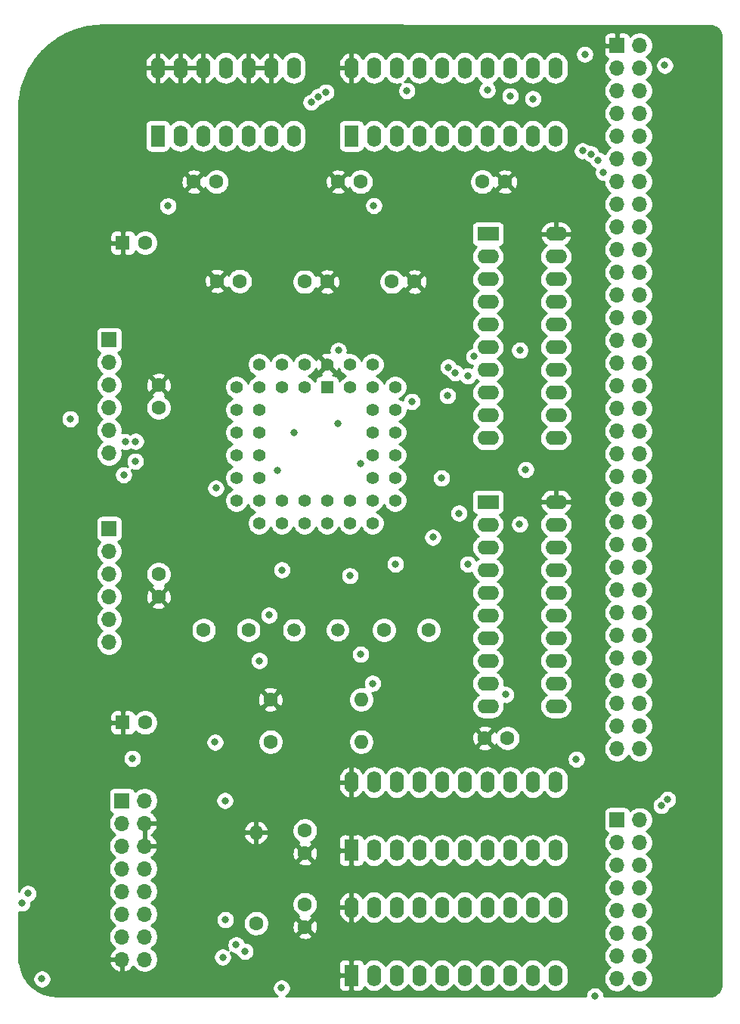
<source format=gbr>
G04 #@! TF.GenerationSoftware,KiCad,Pcbnew,(5.1.5-0-10_14)*
G04 #@! TF.CreationDate,2021-03-13T19:15:20+00:00*
G04 #@! TF.ProjectId,mc68681,6d633638-3638-4312-9e6b-696361645f70,rev?*
G04 #@! TF.SameCoordinates,Original*
G04 #@! TF.FileFunction,Copper,L3,Inr*
G04 #@! TF.FilePolarity,Positive*
%FSLAX46Y46*%
G04 Gerber Fmt 4.6, Leading zero omitted, Abs format (unit mm)*
G04 Created by KiCad (PCBNEW (5.1.5-0-10_14)) date 2021-03-13 19:15:20*
%MOMM*%
%LPD*%
G04 APERTURE LIST*
%ADD10O,1.600000X1.600000*%
%ADD11C,1.600000*%
%ADD12O,1.700000X1.700000*%
%ADD13R,1.700000X1.700000*%
%ADD14O,1.600000X2.400000*%
%ADD15R,1.600000X2.400000*%
%ADD16C,1.500000*%
%ADD17C,1.422400*%
%ADD18R,1.422400X1.422400*%
%ADD19C,1.600200*%
%ADD20O,2.400000X1.600000*%
%ADD21R,2.400000X1.600000*%
%ADD22R,1.600000X1.600000*%
%ADD23C,0.800000*%
%ADD24C,0.254000*%
G04 APERTURE END LIST*
D10*
X89800000Y-126850000D03*
D11*
X79640000Y-126850000D03*
D12*
X65540000Y-151220000D03*
X63000000Y-151220000D03*
X65540000Y-148680000D03*
X63000000Y-148680000D03*
X65540000Y-146140000D03*
X63000000Y-146140000D03*
X65540000Y-143600000D03*
X63000000Y-143600000D03*
X65540000Y-141060000D03*
X63000000Y-141060000D03*
X65540000Y-138520000D03*
X63000000Y-138520000D03*
X65540000Y-135980000D03*
X63000000Y-135980000D03*
X65540000Y-133440000D03*
D13*
X63000000Y-133440000D03*
D11*
X97350000Y-114340000D03*
X92350000Y-114340000D03*
X77160000Y-114360000D03*
X72160000Y-114360000D03*
D14*
X88700000Y-51430000D03*
X111560000Y-59050000D03*
X91240000Y-51430000D03*
X109020000Y-59050000D03*
X93780000Y-51430000D03*
X106480000Y-59050000D03*
X96320000Y-51430000D03*
X103940000Y-59050000D03*
X98860000Y-51430000D03*
X101400000Y-59050000D03*
X101400000Y-51430000D03*
X98860000Y-59050000D03*
X103940000Y-51430000D03*
X96320000Y-59050000D03*
X106480000Y-51430000D03*
X93780000Y-59050000D03*
X109020000Y-51430000D03*
X91240000Y-59050000D03*
X111560000Y-51430000D03*
D15*
X88700000Y-59050000D03*
D16*
X87150000Y-114340000D03*
X82270000Y-114340000D03*
D10*
X89800000Y-122120000D03*
D11*
X79640000Y-122120000D03*
D17*
X93610000Y-87156350D03*
X93610000Y-89696350D03*
X93610000Y-92236350D03*
X93610000Y-94776350D03*
X93610000Y-97316350D03*
X91070000Y-84616350D03*
X91070000Y-89696350D03*
X91070000Y-92236350D03*
X91070000Y-94776350D03*
X91070000Y-97316350D03*
X91070000Y-99856350D03*
X91070000Y-102396350D03*
X88530000Y-102396350D03*
X85990000Y-102396350D03*
X83450000Y-102396350D03*
X80910000Y-102396350D03*
X78370000Y-102396350D03*
X93610000Y-99856350D03*
X88530000Y-99856350D03*
X85990000Y-99856350D03*
X83450000Y-99856350D03*
X80910000Y-99856350D03*
X78370000Y-99856350D03*
X75830000Y-99856350D03*
X75830000Y-97316350D03*
X75830000Y-94776350D03*
X75830000Y-92236350D03*
X75830000Y-89696350D03*
X75830000Y-87156350D03*
X78370000Y-97316350D03*
X78370000Y-94776350D03*
X78370000Y-92236350D03*
X78370000Y-89696350D03*
X78370000Y-87156350D03*
X88530000Y-84616350D03*
X85990000Y-84616350D03*
X78370000Y-84616350D03*
X80910000Y-84616350D03*
X83450000Y-84616350D03*
X91070000Y-87156350D03*
X88530000Y-87156350D03*
X80910000Y-87156350D03*
X83450000Y-87156350D03*
D18*
X85990000Y-87156350D03*
D14*
X88700000Y-131380000D03*
X111560000Y-139000000D03*
X91240000Y-131380000D03*
X109020000Y-139000000D03*
X93780000Y-131380000D03*
X106480000Y-139000000D03*
X96320000Y-131380000D03*
X103940000Y-139000000D03*
X98860000Y-131380000D03*
X101400000Y-139000000D03*
X101400000Y-131380000D03*
X98860000Y-139000000D03*
X103940000Y-131380000D03*
X96320000Y-139000000D03*
X106480000Y-131380000D03*
X93780000Y-139000000D03*
X109020000Y-131380000D03*
X91240000Y-139000000D03*
X111560000Y-131380000D03*
D15*
X88700000Y-139000000D03*
D19*
X93235800Y-75355000D03*
X95775800Y-75355000D03*
X67100000Y-108080000D03*
X67100000Y-110620000D03*
X83450000Y-75355000D03*
X85990000Y-75355000D03*
X103644200Y-126450000D03*
X106184200Y-126450000D03*
X83500000Y-145044200D03*
X83500000Y-147584200D03*
X83500000Y-136815800D03*
X83500000Y-139355800D03*
X67100000Y-86920000D03*
X67100000Y-89460000D03*
X73664200Y-75280000D03*
X76204200Y-75280000D03*
X105904200Y-64175000D03*
X103364200Y-64175000D03*
X71060000Y-64175000D03*
X73600000Y-64175000D03*
X87212100Y-64175000D03*
X89752100Y-64175000D03*
D10*
X78025000Y-137015000D03*
D11*
X78025000Y-147175000D03*
D12*
X61550000Y-115700000D03*
X61550000Y-113160000D03*
X61550000Y-110620000D03*
X61550000Y-108080000D03*
X61550000Y-105540000D03*
D13*
X61550000Y-103000000D03*
D12*
X61550000Y-94540000D03*
X61550000Y-92000000D03*
X61550000Y-89460000D03*
X61550000Y-86920000D03*
X61550000Y-84380000D03*
D13*
X61550000Y-81840000D03*
D12*
X121000000Y-153380000D03*
X118460000Y-153380000D03*
X121000000Y-150840000D03*
X118460000Y-150840000D03*
X121000000Y-148300000D03*
X118460000Y-148300000D03*
X121000000Y-145760000D03*
X118460000Y-145760000D03*
X121000000Y-143220000D03*
X118460000Y-143220000D03*
X121000000Y-140680000D03*
X118460000Y-140680000D03*
X121000000Y-138140000D03*
X118460000Y-138140000D03*
X121000000Y-135600000D03*
D13*
X118460000Y-135600000D03*
D12*
X121000000Y-127640000D03*
X118460000Y-127640000D03*
X121000000Y-125100000D03*
X118460000Y-125100000D03*
X121000000Y-122560000D03*
X118460000Y-122560000D03*
X121000000Y-120020000D03*
X118460000Y-120020000D03*
X121000000Y-117480000D03*
X118460000Y-117480000D03*
X121000000Y-114940000D03*
X118460000Y-114940000D03*
X121000000Y-112400000D03*
X118460000Y-112400000D03*
X121000000Y-109860000D03*
X118460000Y-109860000D03*
X121000000Y-107320000D03*
X118460000Y-107320000D03*
X121000000Y-104780000D03*
X118460000Y-104780000D03*
X121000000Y-102240000D03*
X118460000Y-102240000D03*
X121000000Y-99700000D03*
X118460000Y-99700000D03*
X121000000Y-97160000D03*
X118460000Y-97160000D03*
X121000000Y-94620000D03*
X118460000Y-94620000D03*
X121000000Y-92080000D03*
X118460000Y-92080000D03*
X121000000Y-89540000D03*
X118460000Y-89540000D03*
X121000000Y-87000000D03*
X118460000Y-87000000D03*
X121000000Y-84460000D03*
X118460000Y-84460000D03*
X121000000Y-81920000D03*
X118460000Y-81920000D03*
X121000000Y-79380000D03*
X118460000Y-79380000D03*
X121000000Y-76840000D03*
X118460000Y-76840000D03*
X121000000Y-74300000D03*
X118460000Y-74300000D03*
X121000000Y-71760000D03*
X118460000Y-71760000D03*
X121000000Y-69220000D03*
X118460000Y-69220000D03*
X121000000Y-66680000D03*
X118460000Y-66680000D03*
X121000000Y-64140000D03*
X118460000Y-64140000D03*
X121000000Y-61600000D03*
X118460000Y-61600000D03*
X121000000Y-59060000D03*
X118460000Y-59060000D03*
X121000000Y-56520000D03*
X118460000Y-56520000D03*
X121000000Y-53980000D03*
X118460000Y-53980000D03*
X121000000Y-51440000D03*
X118460000Y-51440000D03*
X121000000Y-48900000D03*
D13*
X118460000Y-48900000D03*
D20*
X111620000Y-70000000D03*
X104000000Y-92860000D03*
X111620000Y-72540000D03*
X104000000Y-90320000D03*
X111620000Y-75080000D03*
X104000000Y-87780000D03*
X111620000Y-77620000D03*
X104000000Y-85240000D03*
X111620000Y-80160000D03*
X104000000Y-82700000D03*
X111620000Y-82700000D03*
X104000000Y-80160000D03*
X111620000Y-85240000D03*
X104000000Y-77620000D03*
X111620000Y-87780000D03*
X104000000Y-75080000D03*
X111620000Y-90320000D03*
X104000000Y-72540000D03*
X111620000Y-92860000D03*
D21*
X104000000Y-70000000D03*
D14*
X67000000Y-51430000D03*
X82240000Y-59050000D03*
X69540000Y-51430000D03*
X79700000Y-59050000D03*
X72080000Y-51430000D03*
X77160000Y-59050000D03*
X74620000Y-51430000D03*
X74620000Y-59050000D03*
X77160000Y-51430000D03*
X72080000Y-59050000D03*
X79700000Y-51430000D03*
X69540000Y-59050000D03*
X82240000Y-51430000D03*
D15*
X67000000Y-59050000D03*
D14*
X88700000Y-145380000D03*
X111560000Y-153000000D03*
X91240000Y-145380000D03*
X109020000Y-153000000D03*
X93780000Y-145380000D03*
X106480000Y-153000000D03*
X96320000Y-145380000D03*
X103940000Y-153000000D03*
X98860000Y-145380000D03*
X101400000Y-153000000D03*
X101400000Y-145380000D03*
X98860000Y-153000000D03*
X103940000Y-145380000D03*
X96320000Y-153000000D03*
X106480000Y-145380000D03*
X93780000Y-153000000D03*
X109020000Y-145380000D03*
X91240000Y-153000000D03*
X111560000Y-145380000D03*
D15*
X88700000Y-153000000D03*
D20*
X111620000Y-100000000D03*
X104000000Y-122860000D03*
X111620000Y-102540000D03*
X104000000Y-120320000D03*
X111620000Y-105080000D03*
X104000000Y-117780000D03*
X111620000Y-107620000D03*
X104000000Y-115240000D03*
X111620000Y-110160000D03*
X104000000Y-112700000D03*
X111620000Y-112700000D03*
X104000000Y-110160000D03*
X111620000Y-115240000D03*
X104000000Y-107620000D03*
X111620000Y-117780000D03*
X104000000Y-105080000D03*
X111620000Y-120320000D03*
X104000000Y-102540000D03*
X111620000Y-122860000D03*
D21*
X104000000Y-100000000D03*
D11*
X65592621Y-124710000D03*
D22*
X63092621Y-124710000D03*
D11*
X65592621Y-71000000D03*
D22*
X63092621Y-71000000D03*
D23*
X87170000Y-91190000D03*
X101738436Y-85905872D03*
X102410000Y-83730000D03*
X80910000Y-107620000D03*
X79470000Y-112690000D03*
X99554903Y-84926493D03*
X78390000Y-117780000D03*
X107572298Y-83022298D03*
X107550000Y-102500000D03*
X75790000Y-149590000D03*
X89700000Y-95740000D03*
X76790000Y-150325000D03*
X74290000Y-150980000D03*
X63199999Y-96970000D03*
X115975000Y-155325000D03*
X63370000Y-93250000D03*
X64500000Y-95450000D03*
X64525000Y-93225000D03*
X80875000Y-154424990D03*
X87240000Y-83040000D03*
X57210000Y-90710000D03*
X98810000Y-97340000D03*
X106000000Y-121575000D03*
X73530000Y-98460000D03*
X100747937Y-101267937D03*
X95470000Y-88767551D03*
X101750030Y-106970000D03*
X93630000Y-106970000D03*
X108222298Y-96387551D03*
X80430000Y-96460000D03*
X91080000Y-120330000D03*
X109020000Y-54875010D03*
X84190000Y-55270000D03*
X89740000Y-117070000D03*
X99460000Y-88120000D03*
X88540000Y-108270000D03*
X106480000Y-54550000D03*
X85006047Y-54625009D03*
X100320000Y-85545149D03*
X97820000Y-103960000D03*
X103930000Y-53900000D03*
X85844796Y-54127889D03*
X74584301Y-146790000D03*
X74540000Y-133440000D03*
X123800000Y-51125000D03*
X114583376Y-60700010D03*
X114850000Y-49890000D03*
X51820000Y-144920000D03*
X115536612Y-61050020D03*
X116300000Y-61725000D03*
X123416646Y-134005220D03*
X116950000Y-63125000D03*
X64170000Y-128730000D03*
X113890000Y-128810000D03*
X94920000Y-53974989D03*
X52470000Y-143839620D03*
X82310000Y-92230000D03*
X68150000Y-66870000D03*
X91200000Y-66840000D03*
X124120000Y-133330000D03*
X54040000Y-153410000D03*
X73430000Y-126900000D03*
D24*
G36*
X128767666Y-46657496D02*
G01*
X129060144Y-46686174D01*
X129310381Y-46761725D01*
X129541177Y-46884442D01*
X129743738Y-47049646D01*
X129910358Y-47251055D01*
X130034681Y-47480986D01*
X130111978Y-47730693D01*
X130142498Y-48021069D01*
X130140002Y-153967705D01*
X130111375Y-154259660D01*
X130035965Y-154509429D01*
X129913477Y-154739794D01*
X129748579Y-154941979D01*
X129547546Y-155108288D01*
X129318046Y-155232378D01*
X129068805Y-155309531D01*
X128778911Y-155340000D01*
X117010000Y-155340000D01*
X117010000Y-155223061D01*
X116970226Y-155023102D01*
X116892205Y-154834744D01*
X116778937Y-154665226D01*
X116634774Y-154521063D01*
X116465256Y-154407795D01*
X116276898Y-154329774D01*
X116076939Y-154290000D01*
X115873061Y-154290000D01*
X115673102Y-154329774D01*
X115484744Y-154407795D01*
X115315226Y-154521063D01*
X115171063Y-154665226D01*
X115057795Y-154834744D01*
X114979774Y-155023102D01*
X114940000Y-155223061D01*
X114940000Y-155340000D01*
X81368541Y-155340000D01*
X81534774Y-155228927D01*
X81678937Y-155084764D01*
X81792205Y-154915246D01*
X81870226Y-154726888D01*
X81910000Y-154526929D01*
X81910000Y-154323051D01*
X81885524Y-154200000D01*
X87261928Y-154200000D01*
X87274188Y-154324482D01*
X87310498Y-154444180D01*
X87369463Y-154554494D01*
X87448815Y-154651185D01*
X87545506Y-154730537D01*
X87655820Y-154789502D01*
X87775518Y-154825812D01*
X87900000Y-154838072D01*
X88414250Y-154835000D01*
X88573000Y-154676250D01*
X88573000Y-153127000D01*
X87423750Y-153127000D01*
X87265000Y-153285750D01*
X87261928Y-154200000D01*
X81885524Y-154200000D01*
X81870226Y-154123092D01*
X81792205Y-153934734D01*
X81678937Y-153765216D01*
X81534774Y-153621053D01*
X81365256Y-153507785D01*
X81176898Y-153429764D01*
X80976939Y-153389990D01*
X80773061Y-153389990D01*
X80573102Y-153429764D01*
X80384744Y-153507785D01*
X80215226Y-153621053D01*
X80071063Y-153765216D01*
X79957795Y-153934734D01*
X79879774Y-154123092D01*
X79840000Y-154323051D01*
X79840000Y-154526929D01*
X79879774Y-154726888D01*
X79957795Y-154915246D01*
X80071063Y-155084764D01*
X80215226Y-155228927D01*
X80381459Y-155340000D01*
X55829392Y-155340000D01*
X55031917Y-155268827D01*
X54288110Y-155065344D01*
X53592096Y-154733363D01*
X52965870Y-154283374D01*
X52429223Y-153729597D01*
X52145963Y-153308061D01*
X53005000Y-153308061D01*
X53005000Y-153511939D01*
X53044774Y-153711898D01*
X53122795Y-153900256D01*
X53236063Y-154069774D01*
X53380226Y-154213937D01*
X53549744Y-154327205D01*
X53738102Y-154405226D01*
X53938061Y-154445000D01*
X54141939Y-154445000D01*
X54341898Y-154405226D01*
X54530256Y-154327205D01*
X54699774Y-154213937D01*
X54843937Y-154069774D01*
X54957205Y-153900256D01*
X55035226Y-153711898D01*
X55075000Y-153511939D01*
X55075000Y-153308061D01*
X55035226Y-153108102D01*
X54957205Y-152919744D01*
X54843937Y-152750226D01*
X54699774Y-152606063D01*
X54530256Y-152492795D01*
X54341898Y-152414774D01*
X54141939Y-152375000D01*
X53938061Y-152375000D01*
X53738102Y-152414774D01*
X53549744Y-152492795D01*
X53380226Y-152606063D01*
X53236063Y-152750226D01*
X53122795Y-152919744D01*
X53044774Y-153108102D01*
X53005000Y-153308061D01*
X52145963Y-153308061D01*
X51999129Y-153089549D01*
X51689171Y-152383447D01*
X51507935Y-151628543D01*
X51504142Y-151576890D01*
X61558524Y-151576890D01*
X61603175Y-151724099D01*
X61728359Y-151986920D01*
X61902412Y-152220269D01*
X62118645Y-152415178D01*
X62368748Y-152564157D01*
X62643109Y-152661481D01*
X62873000Y-152540814D01*
X62873000Y-151347000D01*
X61679845Y-151347000D01*
X61558524Y-151576890D01*
X51504142Y-151576890D01*
X51459997Y-150975746D01*
X51459328Y-145890881D01*
X51518102Y-145915226D01*
X51718061Y-145955000D01*
X51921939Y-145955000D01*
X52121898Y-145915226D01*
X52310256Y-145837205D01*
X52479774Y-145723937D01*
X52623937Y-145579774D01*
X52737205Y-145410256D01*
X52815226Y-145221898D01*
X52855000Y-145021939D01*
X52855000Y-144818061D01*
X52851759Y-144801766D01*
X52960256Y-144756825D01*
X53129774Y-144643557D01*
X53273937Y-144499394D01*
X53387205Y-144329876D01*
X53465226Y-144141518D01*
X53505000Y-143941559D01*
X53505000Y-143737681D01*
X53465226Y-143537722D01*
X53387205Y-143349364D01*
X53273937Y-143179846D01*
X53129774Y-143035683D01*
X52960256Y-142922415D01*
X52771898Y-142844394D01*
X52571939Y-142804620D01*
X52368061Y-142804620D01*
X52168102Y-142844394D01*
X51979744Y-142922415D01*
X51810226Y-143035683D01*
X51666063Y-143179846D01*
X51552795Y-143349364D01*
X51474774Y-143537722D01*
X51459029Y-143616879D01*
X51457580Y-132590000D01*
X61511928Y-132590000D01*
X61511928Y-134290000D01*
X61524188Y-134414482D01*
X61560498Y-134534180D01*
X61619463Y-134644494D01*
X61698815Y-134741185D01*
X61795506Y-134820537D01*
X61905820Y-134879502D01*
X61978380Y-134901513D01*
X61846525Y-135033368D01*
X61684010Y-135276589D01*
X61572068Y-135546842D01*
X61515000Y-135833740D01*
X61515000Y-136126260D01*
X61572068Y-136413158D01*
X61684010Y-136683411D01*
X61846525Y-136926632D01*
X62053368Y-137133475D01*
X62227760Y-137250000D01*
X62053368Y-137366525D01*
X61846525Y-137573368D01*
X61684010Y-137816589D01*
X61572068Y-138086842D01*
X61515000Y-138373740D01*
X61515000Y-138666260D01*
X61572068Y-138953158D01*
X61684010Y-139223411D01*
X61846525Y-139466632D01*
X62053368Y-139673475D01*
X62227760Y-139790000D01*
X62053368Y-139906525D01*
X61846525Y-140113368D01*
X61684010Y-140356589D01*
X61572068Y-140626842D01*
X61515000Y-140913740D01*
X61515000Y-141206260D01*
X61572068Y-141493158D01*
X61684010Y-141763411D01*
X61846525Y-142006632D01*
X62053368Y-142213475D01*
X62227760Y-142330000D01*
X62053368Y-142446525D01*
X61846525Y-142653368D01*
X61684010Y-142896589D01*
X61572068Y-143166842D01*
X61515000Y-143453740D01*
X61515000Y-143746260D01*
X61572068Y-144033158D01*
X61684010Y-144303411D01*
X61846525Y-144546632D01*
X62053368Y-144753475D01*
X62227760Y-144870000D01*
X62053368Y-144986525D01*
X61846525Y-145193368D01*
X61684010Y-145436589D01*
X61572068Y-145706842D01*
X61515000Y-145993740D01*
X61515000Y-146286260D01*
X61572068Y-146573158D01*
X61684010Y-146843411D01*
X61846525Y-147086632D01*
X62053368Y-147293475D01*
X62227760Y-147410000D01*
X62053368Y-147526525D01*
X61846525Y-147733368D01*
X61684010Y-147976589D01*
X61572068Y-148246842D01*
X61515000Y-148533740D01*
X61515000Y-148826260D01*
X61572068Y-149113158D01*
X61684010Y-149383411D01*
X61846525Y-149626632D01*
X62053368Y-149833475D01*
X62235534Y-149955195D01*
X62118645Y-150024822D01*
X61902412Y-150219731D01*
X61728359Y-150453080D01*
X61603175Y-150715901D01*
X61558524Y-150863110D01*
X61679845Y-151093000D01*
X62873000Y-151093000D01*
X62873000Y-151073000D01*
X63127000Y-151073000D01*
X63127000Y-151093000D01*
X63147000Y-151093000D01*
X63147000Y-151347000D01*
X63127000Y-151347000D01*
X63127000Y-152540814D01*
X63356891Y-152661481D01*
X63631252Y-152564157D01*
X63881355Y-152415178D01*
X64097588Y-152220269D01*
X64268900Y-151990594D01*
X64386525Y-152166632D01*
X64593368Y-152373475D01*
X64836589Y-152535990D01*
X65106842Y-152647932D01*
X65393740Y-152705000D01*
X65686260Y-152705000D01*
X65973158Y-152647932D01*
X66243411Y-152535990D01*
X66486632Y-152373475D01*
X66693475Y-152166632D01*
X66855990Y-151923411D01*
X66967932Y-151653158D01*
X67025000Y-151366260D01*
X67025000Y-151073740D01*
X66986077Y-150878061D01*
X73255000Y-150878061D01*
X73255000Y-151081939D01*
X73294774Y-151281898D01*
X73372795Y-151470256D01*
X73486063Y-151639774D01*
X73630226Y-151783937D01*
X73799744Y-151897205D01*
X73988102Y-151975226D01*
X74188061Y-152015000D01*
X74391939Y-152015000D01*
X74591898Y-151975226D01*
X74780256Y-151897205D01*
X74925733Y-151800000D01*
X87261928Y-151800000D01*
X87265000Y-152714250D01*
X87423750Y-152873000D01*
X88573000Y-152873000D01*
X88573000Y-151323750D01*
X88827000Y-151323750D01*
X88827000Y-152873000D01*
X88847000Y-152873000D01*
X88847000Y-153127000D01*
X88827000Y-153127000D01*
X88827000Y-154676250D01*
X88985750Y-154835000D01*
X89500000Y-154838072D01*
X89624482Y-154825812D01*
X89744180Y-154789502D01*
X89854494Y-154730537D01*
X89951185Y-154651185D01*
X90030537Y-154554494D01*
X90089502Y-154444180D01*
X90125812Y-154324482D01*
X90127581Y-154306517D01*
X90220393Y-154419608D01*
X90438900Y-154598932D01*
X90688193Y-154732182D01*
X90958692Y-154814236D01*
X91240000Y-154841943D01*
X91521309Y-154814236D01*
X91791808Y-154732182D01*
X92041101Y-154598932D01*
X92259608Y-154419608D01*
X92438932Y-154201101D01*
X92510000Y-154068142D01*
X92581068Y-154201101D01*
X92760393Y-154419608D01*
X92978900Y-154598932D01*
X93228193Y-154732182D01*
X93498692Y-154814236D01*
X93780000Y-154841943D01*
X94061309Y-154814236D01*
X94331808Y-154732182D01*
X94581101Y-154598932D01*
X94799608Y-154419608D01*
X94978932Y-154201101D01*
X95050000Y-154068142D01*
X95121068Y-154201101D01*
X95300393Y-154419608D01*
X95518900Y-154598932D01*
X95768193Y-154732182D01*
X96038692Y-154814236D01*
X96320000Y-154841943D01*
X96601309Y-154814236D01*
X96871808Y-154732182D01*
X97121101Y-154598932D01*
X97339608Y-154419608D01*
X97518932Y-154201101D01*
X97590000Y-154068142D01*
X97661068Y-154201101D01*
X97840393Y-154419608D01*
X98058900Y-154598932D01*
X98308193Y-154732182D01*
X98578692Y-154814236D01*
X98860000Y-154841943D01*
X99141309Y-154814236D01*
X99411808Y-154732182D01*
X99661101Y-154598932D01*
X99879608Y-154419608D01*
X100058932Y-154201101D01*
X100130000Y-154068142D01*
X100201068Y-154201101D01*
X100380393Y-154419608D01*
X100598900Y-154598932D01*
X100848193Y-154732182D01*
X101118692Y-154814236D01*
X101400000Y-154841943D01*
X101681309Y-154814236D01*
X101951808Y-154732182D01*
X102201101Y-154598932D01*
X102419608Y-154419608D01*
X102598932Y-154201101D01*
X102670000Y-154068142D01*
X102741068Y-154201101D01*
X102920393Y-154419608D01*
X103138900Y-154598932D01*
X103388193Y-154732182D01*
X103658692Y-154814236D01*
X103940000Y-154841943D01*
X104221309Y-154814236D01*
X104491808Y-154732182D01*
X104741101Y-154598932D01*
X104959608Y-154419608D01*
X105138932Y-154201101D01*
X105210000Y-154068142D01*
X105281068Y-154201101D01*
X105460393Y-154419608D01*
X105678900Y-154598932D01*
X105928193Y-154732182D01*
X106198692Y-154814236D01*
X106480000Y-154841943D01*
X106761309Y-154814236D01*
X107031808Y-154732182D01*
X107281101Y-154598932D01*
X107499608Y-154419608D01*
X107678932Y-154201101D01*
X107750000Y-154068142D01*
X107821068Y-154201101D01*
X108000393Y-154419608D01*
X108218900Y-154598932D01*
X108468193Y-154732182D01*
X108738692Y-154814236D01*
X109020000Y-154841943D01*
X109301309Y-154814236D01*
X109571808Y-154732182D01*
X109821101Y-154598932D01*
X110039608Y-154419608D01*
X110218932Y-154201101D01*
X110290000Y-154068142D01*
X110361068Y-154201101D01*
X110540393Y-154419608D01*
X110758900Y-154598932D01*
X111008193Y-154732182D01*
X111278692Y-154814236D01*
X111560000Y-154841943D01*
X111841309Y-154814236D01*
X112111808Y-154732182D01*
X112361101Y-154598932D01*
X112579608Y-154419608D01*
X112758932Y-154201101D01*
X112892182Y-153951808D01*
X112974236Y-153681309D01*
X112995000Y-153470491D01*
X112995000Y-152529508D01*
X112974236Y-152318691D01*
X112892182Y-152048192D01*
X112758932Y-151798899D01*
X112579607Y-151580392D01*
X112361100Y-151401068D01*
X112111807Y-151267818D01*
X111841308Y-151185764D01*
X111560000Y-151158057D01*
X111278691Y-151185764D01*
X111008192Y-151267818D01*
X110758899Y-151401068D01*
X110540392Y-151580393D01*
X110361068Y-151798900D01*
X110290000Y-151931858D01*
X110218932Y-151798899D01*
X110039607Y-151580392D01*
X109821100Y-151401068D01*
X109571807Y-151267818D01*
X109301308Y-151185764D01*
X109020000Y-151158057D01*
X108738691Y-151185764D01*
X108468192Y-151267818D01*
X108218899Y-151401068D01*
X108000392Y-151580393D01*
X107821068Y-151798900D01*
X107750000Y-151931858D01*
X107678932Y-151798899D01*
X107499607Y-151580392D01*
X107281100Y-151401068D01*
X107031807Y-151267818D01*
X106761308Y-151185764D01*
X106480000Y-151158057D01*
X106198691Y-151185764D01*
X105928192Y-151267818D01*
X105678899Y-151401068D01*
X105460392Y-151580393D01*
X105281068Y-151798900D01*
X105210000Y-151931858D01*
X105138932Y-151798899D01*
X104959607Y-151580392D01*
X104741100Y-151401068D01*
X104491807Y-151267818D01*
X104221308Y-151185764D01*
X103940000Y-151158057D01*
X103658691Y-151185764D01*
X103388192Y-151267818D01*
X103138899Y-151401068D01*
X102920392Y-151580393D01*
X102741068Y-151798900D01*
X102670000Y-151931858D01*
X102598932Y-151798899D01*
X102419607Y-151580392D01*
X102201100Y-151401068D01*
X101951807Y-151267818D01*
X101681308Y-151185764D01*
X101400000Y-151158057D01*
X101118691Y-151185764D01*
X100848192Y-151267818D01*
X100598899Y-151401068D01*
X100380392Y-151580393D01*
X100201068Y-151798900D01*
X100130000Y-151931858D01*
X100058932Y-151798899D01*
X99879607Y-151580392D01*
X99661100Y-151401068D01*
X99411807Y-151267818D01*
X99141308Y-151185764D01*
X98860000Y-151158057D01*
X98578691Y-151185764D01*
X98308192Y-151267818D01*
X98058899Y-151401068D01*
X97840392Y-151580393D01*
X97661068Y-151798900D01*
X97590000Y-151931858D01*
X97518932Y-151798899D01*
X97339607Y-151580392D01*
X97121100Y-151401068D01*
X96871807Y-151267818D01*
X96601308Y-151185764D01*
X96320000Y-151158057D01*
X96038691Y-151185764D01*
X95768192Y-151267818D01*
X95518899Y-151401068D01*
X95300392Y-151580393D01*
X95121068Y-151798900D01*
X95050000Y-151931858D01*
X94978932Y-151798899D01*
X94799607Y-151580392D01*
X94581100Y-151401068D01*
X94331807Y-151267818D01*
X94061308Y-151185764D01*
X93780000Y-151158057D01*
X93498691Y-151185764D01*
X93228192Y-151267818D01*
X92978899Y-151401068D01*
X92760392Y-151580393D01*
X92581068Y-151798900D01*
X92510000Y-151931858D01*
X92438932Y-151798899D01*
X92259607Y-151580392D01*
X92041100Y-151401068D01*
X91791807Y-151267818D01*
X91521308Y-151185764D01*
X91240000Y-151158057D01*
X90958691Y-151185764D01*
X90688192Y-151267818D01*
X90438899Y-151401068D01*
X90220392Y-151580393D01*
X90127581Y-151693483D01*
X90125812Y-151675518D01*
X90089502Y-151555820D01*
X90030537Y-151445506D01*
X89951185Y-151348815D01*
X89854494Y-151269463D01*
X89744180Y-151210498D01*
X89624482Y-151174188D01*
X89500000Y-151161928D01*
X88985750Y-151165000D01*
X88827000Y-151323750D01*
X88573000Y-151323750D01*
X88414250Y-151165000D01*
X87900000Y-151161928D01*
X87775518Y-151174188D01*
X87655820Y-151210498D01*
X87545506Y-151269463D01*
X87448815Y-151348815D01*
X87369463Y-151445506D01*
X87310498Y-151555820D01*
X87274188Y-151675518D01*
X87261928Y-151800000D01*
X74925733Y-151800000D01*
X74949774Y-151783937D01*
X75093937Y-151639774D01*
X75207205Y-151470256D01*
X75285226Y-151281898D01*
X75325000Y-151081939D01*
X75325000Y-150878061D01*
X75285226Y-150678102D01*
X75207205Y-150489744D01*
X75153644Y-150409585D01*
X75299744Y-150507205D01*
X75488102Y-150585226D01*
X75688061Y-150625000D01*
X75794396Y-150625000D01*
X75794774Y-150626898D01*
X75872795Y-150815256D01*
X75986063Y-150984774D01*
X76130226Y-151128937D01*
X76299744Y-151242205D01*
X76488102Y-151320226D01*
X76688061Y-151360000D01*
X76891939Y-151360000D01*
X77091898Y-151320226D01*
X77280256Y-151242205D01*
X77449774Y-151128937D01*
X77593937Y-150984774D01*
X77707205Y-150815256D01*
X77785226Y-150626898D01*
X77825000Y-150426939D01*
X77825000Y-150223061D01*
X77785226Y-150023102D01*
X77707205Y-149834744D01*
X77593937Y-149665226D01*
X77449774Y-149521063D01*
X77280256Y-149407795D01*
X77091898Y-149329774D01*
X76891939Y-149290000D01*
X76785604Y-149290000D01*
X76785226Y-149288102D01*
X76707205Y-149099744D01*
X76593937Y-148930226D01*
X76449774Y-148786063D01*
X76280256Y-148672795D01*
X76091898Y-148594774D01*
X75891939Y-148555000D01*
X75688061Y-148555000D01*
X75488102Y-148594774D01*
X75299744Y-148672795D01*
X75130226Y-148786063D01*
X74986063Y-148930226D01*
X74872795Y-149099744D01*
X74794774Y-149288102D01*
X74755000Y-149488061D01*
X74755000Y-149691939D01*
X74794774Y-149891898D01*
X74872795Y-150080256D01*
X74926356Y-150160415D01*
X74780256Y-150062795D01*
X74591898Y-149984774D01*
X74391939Y-149945000D01*
X74188061Y-149945000D01*
X73988102Y-149984774D01*
X73799744Y-150062795D01*
X73630226Y-150176063D01*
X73486063Y-150320226D01*
X73372795Y-150489744D01*
X73294774Y-150678102D01*
X73255000Y-150878061D01*
X66986077Y-150878061D01*
X66967932Y-150786842D01*
X66855990Y-150516589D01*
X66693475Y-150273368D01*
X66486632Y-150066525D01*
X66312240Y-149950000D01*
X66486632Y-149833475D01*
X66693475Y-149626632D01*
X66855990Y-149383411D01*
X66967932Y-149113158D01*
X67025000Y-148826260D01*
X67025000Y-148533740D01*
X66967932Y-148246842D01*
X66855990Y-147976589D01*
X66693475Y-147733368D01*
X66486632Y-147526525D01*
X66312240Y-147410000D01*
X66486632Y-147293475D01*
X66693475Y-147086632D01*
X66855990Y-146843411D01*
X66920337Y-146688061D01*
X73549301Y-146688061D01*
X73549301Y-146891939D01*
X73589075Y-147091898D01*
X73667096Y-147280256D01*
X73780364Y-147449774D01*
X73924527Y-147593937D01*
X74094045Y-147707205D01*
X74282403Y-147785226D01*
X74482362Y-147825000D01*
X74686240Y-147825000D01*
X74886199Y-147785226D01*
X75074557Y-147707205D01*
X75244075Y-147593937D01*
X75388238Y-147449774D01*
X75501506Y-147280256D01*
X75579527Y-147091898D01*
X75591110Y-147033665D01*
X76590000Y-147033665D01*
X76590000Y-147316335D01*
X76645147Y-147593574D01*
X76753320Y-147854727D01*
X76910363Y-148089759D01*
X77110241Y-148289637D01*
X77345273Y-148446680D01*
X77606426Y-148554853D01*
X77883665Y-148610000D01*
X78166335Y-148610000D01*
X78332365Y-148576974D01*
X82686831Y-148576974D01*
X82758426Y-148820954D01*
X83013954Y-148941864D01*
X83288161Y-149010600D01*
X83570508Y-149024520D01*
X83850147Y-148983089D01*
X84116328Y-148887900D01*
X84241574Y-148820954D01*
X84313169Y-148576974D01*
X83500000Y-147763805D01*
X82686831Y-148576974D01*
X78332365Y-148576974D01*
X78443574Y-148554853D01*
X78704727Y-148446680D01*
X78939759Y-148289637D01*
X79139637Y-148089759D01*
X79296680Y-147854727D01*
X79379530Y-147654708D01*
X82059680Y-147654708D01*
X82101111Y-147934347D01*
X82196300Y-148200528D01*
X82263246Y-148325774D01*
X82507226Y-148397369D01*
X83320395Y-147584200D01*
X83679605Y-147584200D01*
X84492774Y-148397369D01*
X84736754Y-148325774D01*
X84857664Y-148070246D01*
X84926400Y-147796039D01*
X84940320Y-147513692D01*
X84898889Y-147234053D01*
X84803700Y-146967872D01*
X84736754Y-146842626D01*
X84492774Y-146771031D01*
X83679605Y-147584200D01*
X83320395Y-147584200D01*
X82507226Y-146771031D01*
X82263246Y-146842626D01*
X82142336Y-147098154D01*
X82073600Y-147372361D01*
X82059680Y-147654708D01*
X79379530Y-147654708D01*
X79404853Y-147593574D01*
X79460000Y-147316335D01*
X79460000Y-147033665D01*
X79404853Y-146756426D01*
X79296680Y-146495273D01*
X79139637Y-146260241D01*
X78939759Y-146060363D01*
X78704727Y-145903320D01*
X78443574Y-145795147D01*
X78166335Y-145740000D01*
X77883665Y-145740000D01*
X77606426Y-145795147D01*
X77345273Y-145903320D01*
X77110241Y-146060363D01*
X76910363Y-146260241D01*
X76753320Y-146495273D01*
X76645147Y-146756426D01*
X76590000Y-147033665D01*
X75591110Y-147033665D01*
X75619301Y-146891939D01*
X75619301Y-146688061D01*
X75579527Y-146488102D01*
X75501506Y-146299744D01*
X75388238Y-146130226D01*
X75244075Y-145986063D01*
X75074557Y-145872795D01*
X74886199Y-145794774D01*
X74686240Y-145755000D01*
X74482362Y-145755000D01*
X74282403Y-145794774D01*
X74094045Y-145872795D01*
X73924527Y-145986063D01*
X73780364Y-146130226D01*
X73667096Y-146299744D01*
X73589075Y-146488102D01*
X73549301Y-146688061D01*
X66920337Y-146688061D01*
X66967932Y-146573158D01*
X67025000Y-146286260D01*
X67025000Y-145993740D01*
X66967932Y-145706842D01*
X66855990Y-145436589D01*
X66693475Y-145193368D01*
X66486632Y-144986525D01*
X66361411Y-144902855D01*
X82064900Y-144902855D01*
X82064900Y-145185545D01*
X82120050Y-145462803D01*
X82228231Y-145723975D01*
X82385285Y-145959023D01*
X82585177Y-146158915D01*
X82818932Y-146315105D01*
X82758426Y-146347446D01*
X82686831Y-146591426D01*
X83500000Y-147404595D01*
X84313169Y-146591426D01*
X84241574Y-146347446D01*
X84177256Y-146317012D01*
X84179775Y-146315969D01*
X84414823Y-146158915D01*
X84614715Y-145959023D01*
X84771769Y-145723975D01*
X84861643Y-145507000D01*
X87265000Y-145507000D01*
X87265000Y-145907000D01*
X87317350Y-146184514D01*
X87422834Y-146446483D01*
X87577399Y-146682839D01*
X87775105Y-146884500D01*
X88008354Y-147043715D01*
X88268182Y-147154367D01*
X88350961Y-147171904D01*
X88573000Y-147049915D01*
X88573000Y-145507000D01*
X87265000Y-145507000D01*
X84861643Y-145507000D01*
X84879950Y-145462803D01*
X84935100Y-145185545D01*
X84935100Y-144902855D01*
X84925184Y-144853000D01*
X87265000Y-144853000D01*
X87265000Y-145253000D01*
X88573000Y-145253000D01*
X88573000Y-143710085D01*
X88827000Y-143710085D01*
X88827000Y-145253000D01*
X88847000Y-145253000D01*
X88847000Y-145507000D01*
X88827000Y-145507000D01*
X88827000Y-147049915D01*
X89049039Y-147171904D01*
X89131818Y-147154367D01*
X89391646Y-147043715D01*
X89624895Y-146884500D01*
X89822601Y-146682839D01*
X89972735Y-146453259D01*
X90041068Y-146581101D01*
X90220393Y-146799608D01*
X90438900Y-146978932D01*
X90688193Y-147112182D01*
X90958692Y-147194236D01*
X91240000Y-147221943D01*
X91521309Y-147194236D01*
X91791808Y-147112182D01*
X92041101Y-146978932D01*
X92259608Y-146799608D01*
X92438932Y-146581101D01*
X92510000Y-146448142D01*
X92581068Y-146581101D01*
X92760393Y-146799608D01*
X92978900Y-146978932D01*
X93228193Y-147112182D01*
X93498692Y-147194236D01*
X93780000Y-147221943D01*
X94061309Y-147194236D01*
X94331808Y-147112182D01*
X94581101Y-146978932D01*
X94799608Y-146799608D01*
X94978932Y-146581101D01*
X95050000Y-146448142D01*
X95121068Y-146581101D01*
X95300393Y-146799608D01*
X95518900Y-146978932D01*
X95768193Y-147112182D01*
X96038692Y-147194236D01*
X96320000Y-147221943D01*
X96601309Y-147194236D01*
X96871808Y-147112182D01*
X97121101Y-146978932D01*
X97339608Y-146799608D01*
X97518932Y-146581101D01*
X97590000Y-146448142D01*
X97661068Y-146581101D01*
X97840393Y-146799608D01*
X98058900Y-146978932D01*
X98308193Y-147112182D01*
X98578692Y-147194236D01*
X98860000Y-147221943D01*
X99141309Y-147194236D01*
X99411808Y-147112182D01*
X99661101Y-146978932D01*
X99879608Y-146799608D01*
X100058932Y-146581101D01*
X100130000Y-146448142D01*
X100201068Y-146581101D01*
X100380393Y-146799608D01*
X100598900Y-146978932D01*
X100848193Y-147112182D01*
X101118692Y-147194236D01*
X101400000Y-147221943D01*
X101681309Y-147194236D01*
X101951808Y-147112182D01*
X102201101Y-146978932D01*
X102419608Y-146799608D01*
X102598932Y-146581101D01*
X102670000Y-146448142D01*
X102741068Y-146581101D01*
X102920393Y-146799608D01*
X103138900Y-146978932D01*
X103388193Y-147112182D01*
X103658692Y-147194236D01*
X103940000Y-147221943D01*
X104221309Y-147194236D01*
X104491808Y-147112182D01*
X104741101Y-146978932D01*
X104959608Y-146799608D01*
X105138932Y-146581101D01*
X105210000Y-146448142D01*
X105281068Y-146581101D01*
X105460393Y-146799608D01*
X105678900Y-146978932D01*
X105928193Y-147112182D01*
X106198692Y-147194236D01*
X106480000Y-147221943D01*
X106761309Y-147194236D01*
X107031808Y-147112182D01*
X107281101Y-146978932D01*
X107499608Y-146799608D01*
X107678932Y-146581101D01*
X107750000Y-146448142D01*
X107821068Y-146581101D01*
X108000393Y-146799608D01*
X108218900Y-146978932D01*
X108468193Y-147112182D01*
X108738692Y-147194236D01*
X109020000Y-147221943D01*
X109301309Y-147194236D01*
X109571808Y-147112182D01*
X109821101Y-146978932D01*
X110039608Y-146799608D01*
X110218932Y-146581101D01*
X110290000Y-146448142D01*
X110361068Y-146581101D01*
X110540393Y-146799608D01*
X110758900Y-146978932D01*
X111008193Y-147112182D01*
X111278692Y-147194236D01*
X111560000Y-147221943D01*
X111841309Y-147194236D01*
X112111808Y-147112182D01*
X112361101Y-146978932D01*
X112579608Y-146799608D01*
X112758932Y-146581101D01*
X112892182Y-146331808D01*
X112974236Y-146061309D01*
X112995000Y-145850491D01*
X112995000Y-144909508D01*
X112974236Y-144698691D01*
X112892182Y-144428192D01*
X112758932Y-144178899D01*
X112579607Y-143960392D01*
X112361100Y-143781068D01*
X112111807Y-143647818D01*
X111841308Y-143565764D01*
X111560000Y-143538057D01*
X111278691Y-143565764D01*
X111008192Y-143647818D01*
X110758899Y-143781068D01*
X110540392Y-143960393D01*
X110361068Y-144178900D01*
X110290000Y-144311858D01*
X110218932Y-144178899D01*
X110039607Y-143960392D01*
X109821100Y-143781068D01*
X109571807Y-143647818D01*
X109301308Y-143565764D01*
X109020000Y-143538057D01*
X108738691Y-143565764D01*
X108468192Y-143647818D01*
X108218899Y-143781068D01*
X108000392Y-143960393D01*
X107821068Y-144178900D01*
X107750000Y-144311858D01*
X107678932Y-144178899D01*
X107499607Y-143960392D01*
X107281100Y-143781068D01*
X107031807Y-143647818D01*
X106761308Y-143565764D01*
X106480000Y-143538057D01*
X106198691Y-143565764D01*
X105928192Y-143647818D01*
X105678899Y-143781068D01*
X105460392Y-143960393D01*
X105281068Y-144178900D01*
X105210000Y-144311858D01*
X105138932Y-144178899D01*
X104959607Y-143960392D01*
X104741100Y-143781068D01*
X104491807Y-143647818D01*
X104221308Y-143565764D01*
X103940000Y-143538057D01*
X103658691Y-143565764D01*
X103388192Y-143647818D01*
X103138899Y-143781068D01*
X102920392Y-143960393D01*
X102741068Y-144178900D01*
X102670000Y-144311858D01*
X102598932Y-144178899D01*
X102419607Y-143960392D01*
X102201100Y-143781068D01*
X101951807Y-143647818D01*
X101681308Y-143565764D01*
X101400000Y-143538057D01*
X101118691Y-143565764D01*
X100848192Y-143647818D01*
X100598899Y-143781068D01*
X100380392Y-143960393D01*
X100201068Y-144178900D01*
X100130000Y-144311858D01*
X100058932Y-144178899D01*
X99879607Y-143960392D01*
X99661100Y-143781068D01*
X99411807Y-143647818D01*
X99141308Y-143565764D01*
X98860000Y-143538057D01*
X98578691Y-143565764D01*
X98308192Y-143647818D01*
X98058899Y-143781068D01*
X97840392Y-143960393D01*
X97661068Y-144178900D01*
X97590000Y-144311858D01*
X97518932Y-144178899D01*
X97339607Y-143960392D01*
X97121100Y-143781068D01*
X96871807Y-143647818D01*
X96601308Y-143565764D01*
X96320000Y-143538057D01*
X96038691Y-143565764D01*
X95768192Y-143647818D01*
X95518899Y-143781068D01*
X95300392Y-143960393D01*
X95121068Y-144178900D01*
X95050000Y-144311858D01*
X94978932Y-144178899D01*
X94799607Y-143960392D01*
X94581100Y-143781068D01*
X94331807Y-143647818D01*
X94061308Y-143565764D01*
X93780000Y-143538057D01*
X93498691Y-143565764D01*
X93228192Y-143647818D01*
X92978899Y-143781068D01*
X92760392Y-143960393D01*
X92581068Y-144178900D01*
X92510000Y-144311858D01*
X92438932Y-144178899D01*
X92259607Y-143960392D01*
X92041100Y-143781068D01*
X91791807Y-143647818D01*
X91521308Y-143565764D01*
X91240000Y-143538057D01*
X90958691Y-143565764D01*
X90688192Y-143647818D01*
X90438899Y-143781068D01*
X90220392Y-143960393D01*
X90041068Y-144178900D01*
X89972735Y-144306742D01*
X89822601Y-144077161D01*
X89624895Y-143875500D01*
X89391646Y-143716285D01*
X89131818Y-143605633D01*
X89049039Y-143588096D01*
X88827000Y-143710085D01*
X88573000Y-143710085D01*
X88350961Y-143588096D01*
X88268182Y-143605633D01*
X88008354Y-143716285D01*
X87775105Y-143875500D01*
X87577399Y-144077161D01*
X87422834Y-144313517D01*
X87317350Y-144575486D01*
X87265000Y-144853000D01*
X84925184Y-144853000D01*
X84879950Y-144625597D01*
X84771769Y-144364425D01*
X84614715Y-144129377D01*
X84414823Y-143929485D01*
X84179775Y-143772431D01*
X83918603Y-143664250D01*
X83641345Y-143609100D01*
X83358655Y-143609100D01*
X83081397Y-143664250D01*
X82820225Y-143772431D01*
X82585177Y-143929485D01*
X82385285Y-144129377D01*
X82228231Y-144364425D01*
X82120050Y-144625597D01*
X82064900Y-144902855D01*
X66361411Y-144902855D01*
X66312240Y-144870000D01*
X66486632Y-144753475D01*
X66693475Y-144546632D01*
X66855990Y-144303411D01*
X66967932Y-144033158D01*
X67025000Y-143746260D01*
X67025000Y-143453740D01*
X66967932Y-143166842D01*
X66855990Y-142896589D01*
X66693475Y-142653368D01*
X66486632Y-142446525D01*
X66312240Y-142330000D01*
X66486632Y-142213475D01*
X66693475Y-142006632D01*
X66855990Y-141763411D01*
X66967932Y-141493158D01*
X67025000Y-141206260D01*
X67025000Y-140913740D01*
X66967932Y-140626842D01*
X66855990Y-140356589D01*
X66850635Y-140348574D01*
X82686831Y-140348574D01*
X82758426Y-140592554D01*
X83013954Y-140713464D01*
X83288161Y-140782200D01*
X83570508Y-140796120D01*
X83850147Y-140754689D01*
X84116328Y-140659500D01*
X84241574Y-140592554D01*
X84313169Y-140348574D01*
X84164595Y-140200000D01*
X87261928Y-140200000D01*
X87274188Y-140324482D01*
X87310498Y-140444180D01*
X87369463Y-140554494D01*
X87448815Y-140651185D01*
X87545506Y-140730537D01*
X87655820Y-140789502D01*
X87775518Y-140825812D01*
X87900000Y-140838072D01*
X88414250Y-140835000D01*
X88573000Y-140676250D01*
X88573000Y-139127000D01*
X87423750Y-139127000D01*
X87265000Y-139285750D01*
X87261928Y-140200000D01*
X84164595Y-140200000D01*
X83500000Y-139535405D01*
X82686831Y-140348574D01*
X66850635Y-140348574D01*
X66693475Y-140113368D01*
X66486632Y-139906525D01*
X66304466Y-139784805D01*
X66421355Y-139715178D01*
X66637588Y-139520269D01*
X66707672Y-139426308D01*
X82059680Y-139426308D01*
X82101111Y-139705947D01*
X82196300Y-139972128D01*
X82263246Y-140097374D01*
X82507226Y-140168969D01*
X83320395Y-139355800D01*
X83679605Y-139355800D01*
X84492774Y-140168969D01*
X84736754Y-140097374D01*
X84857664Y-139841846D01*
X84926400Y-139567639D01*
X84940320Y-139285292D01*
X84898889Y-139005653D01*
X84803700Y-138739472D01*
X84736754Y-138614226D01*
X84492774Y-138542631D01*
X83679605Y-139355800D01*
X83320395Y-139355800D01*
X82507226Y-138542631D01*
X82263246Y-138614226D01*
X82142336Y-138869754D01*
X82073600Y-139143961D01*
X82059680Y-139426308D01*
X66707672Y-139426308D01*
X66811641Y-139286920D01*
X66936825Y-139024099D01*
X66981476Y-138876890D01*
X66860155Y-138647000D01*
X65667000Y-138647000D01*
X65667000Y-138667000D01*
X65413000Y-138667000D01*
X65413000Y-138647000D01*
X65393000Y-138647000D01*
X65393000Y-138393000D01*
X65413000Y-138393000D01*
X65413000Y-136107000D01*
X65667000Y-136107000D01*
X65667000Y-138393000D01*
X66860155Y-138393000D01*
X66981476Y-138163110D01*
X66936825Y-138015901D01*
X66811641Y-137753080D01*
X66637588Y-137519731D01*
X66464864Y-137364040D01*
X76633091Y-137364040D01*
X76727930Y-137628881D01*
X76872615Y-137870131D01*
X77061586Y-138078519D01*
X77287580Y-138246037D01*
X77541913Y-138366246D01*
X77675961Y-138406904D01*
X77898000Y-138284915D01*
X77898000Y-137142000D01*
X78152000Y-137142000D01*
X78152000Y-138284915D01*
X78374039Y-138406904D01*
X78508087Y-138366246D01*
X78762420Y-138246037D01*
X78988414Y-138078519D01*
X79177385Y-137870131D01*
X79322070Y-137628881D01*
X79416909Y-137364040D01*
X79295624Y-137142000D01*
X78152000Y-137142000D01*
X77898000Y-137142000D01*
X76754376Y-137142000D01*
X76633091Y-137364040D01*
X66464864Y-137364040D01*
X66421355Y-137324822D01*
X66295745Y-137250000D01*
X66421355Y-137175178D01*
X66637588Y-136980269D01*
X66811641Y-136746920D01*
X66850202Y-136665960D01*
X76633091Y-136665960D01*
X76754376Y-136888000D01*
X77898000Y-136888000D01*
X77898000Y-135745085D01*
X78152000Y-135745085D01*
X78152000Y-136888000D01*
X79295624Y-136888000D01*
X79412268Y-136674455D01*
X82064900Y-136674455D01*
X82064900Y-136957145D01*
X82120050Y-137234403D01*
X82228231Y-137495575D01*
X82385285Y-137730623D01*
X82585177Y-137930515D01*
X82818932Y-138086705D01*
X82758426Y-138119046D01*
X82686831Y-138363026D01*
X83500000Y-139176195D01*
X84313169Y-138363026D01*
X84241574Y-138119046D01*
X84177256Y-138088612D01*
X84179775Y-138087569D01*
X84414823Y-137930515D01*
X84545338Y-137800000D01*
X87261928Y-137800000D01*
X87265000Y-138714250D01*
X87423750Y-138873000D01*
X88573000Y-138873000D01*
X88573000Y-137323750D01*
X88827000Y-137323750D01*
X88827000Y-138873000D01*
X88847000Y-138873000D01*
X88847000Y-139127000D01*
X88827000Y-139127000D01*
X88827000Y-140676250D01*
X88985750Y-140835000D01*
X89500000Y-140838072D01*
X89624482Y-140825812D01*
X89744180Y-140789502D01*
X89854494Y-140730537D01*
X89951185Y-140651185D01*
X90030537Y-140554494D01*
X90089502Y-140444180D01*
X90125812Y-140324482D01*
X90127581Y-140306517D01*
X90220393Y-140419608D01*
X90438900Y-140598932D01*
X90688193Y-140732182D01*
X90958692Y-140814236D01*
X91240000Y-140841943D01*
X91521309Y-140814236D01*
X91791808Y-140732182D01*
X92041101Y-140598932D01*
X92259608Y-140419608D01*
X92438932Y-140201101D01*
X92510000Y-140068142D01*
X92581068Y-140201101D01*
X92760393Y-140419608D01*
X92978900Y-140598932D01*
X93228193Y-140732182D01*
X93498692Y-140814236D01*
X93780000Y-140841943D01*
X94061309Y-140814236D01*
X94331808Y-140732182D01*
X94581101Y-140598932D01*
X94799608Y-140419608D01*
X94978932Y-140201101D01*
X95050000Y-140068142D01*
X95121068Y-140201101D01*
X95300393Y-140419608D01*
X95518900Y-140598932D01*
X95768193Y-140732182D01*
X96038692Y-140814236D01*
X96320000Y-140841943D01*
X96601309Y-140814236D01*
X96871808Y-140732182D01*
X97121101Y-140598932D01*
X97339608Y-140419608D01*
X97518932Y-140201101D01*
X97590000Y-140068142D01*
X97661068Y-140201101D01*
X97840393Y-140419608D01*
X98058900Y-140598932D01*
X98308193Y-140732182D01*
X98578692Y-140814236D01*
X98860000Y-140841943D01*
X99141309Y-140814236D01*
X99411808Y-140732182D01*
X99661101Y-140598932D01*
X99879608Y-140419608D01*
X100058932Y-140201101D01*
X100130000Y-140068142D01*
X100201068Y-140201101D01*
X100380393Y-140419608D01*
X100598900Y-140598932D01*
X100848193Y-140732182D01*
X101118692Y-140814236D01*
X101400000Y-140841943D01*
X101681309Y-140814236D01*
X101951808Y-140732182D01*
X102201101Y-140598932D01*
X102419608Y-140419608D01*
X102598932Y-140201101D01*
X102670000Y-140068142D01*
X102741068Y-140201101D01*
X102920393Y-140419608D01*
X103138900Y-140598932D01*
X103388193Y-140732182D01*
X103658692Y-140814236D01*
X103940000Y-140841943D01*
X104221309Y-140814236D01*
X104491808Y-140732182D01*
X104741101Y-140598932D01*
X104959608Y-140419608D01*
X105138932Y-140201101D01*
X105210000Y-140068142D01*
X105281068Y-140201101D01*
X105460393Y-140419608D01*
X105678900Y-140598932D01*
X105928193Y-140732182D01*
X106198692Y-140814236D01*
X106480000Y-140841943D01*
X106761309Y-140814236D01*
X107031808Y-140732182D01*
X107281101Y-140598932D01*
X107499608Y-140419608D01*
X107678932Y-140201101D01*
X107750000Y-140068142D01*
X107821068Y-140201101D01*
X108000393Y-140419608D01*
X108218900Y-140598932D01*
X108468193Y-140732182D01*
X108738692Y-140814236D01*
X109020000Y-140841943D01*
X109301309Y-140814236D01*
X109571808Y-140732182D01*
X109821101Y-140598932D01*
X110039608Y-140419608D01*
X110218932Y-140201101D01*
X110290000Y-140068142D01*
X110361068Y-140201101D01*
X110540393Y-140419608D01*
X110758900Y-140598932D01*
X111008193Y-140732182D01*
X111278692Y-140814236D01*
X111560000Y-140841943D01*
X111841309Y-140814236D01*
X112111808Y-140732182D01*
X112361101Y-140598932D01*
X112579608Y-140419608D01*
X112758932Y-140201101D01*
X112892182Y-139951808D01*
X112974236Y-139681309D01*
X112995000Y-139470491D01*
X112995000Y-138529508D01*
X112974236Y-138318691D01*
X112892182Y-138048192D01*
X112758932Y-137798899D01*
X112579607Y-137580392D01*
X112361100Y-137401068D01*
X112111807Y-137267818D01*
X111841308Y-137185764D01*
X111560000Y-137158057D01*
X111278691Y-137185764D01*
X111008192Y-137267818D01*
X110758899Y-137401068D01*
X110540392Y-137580393D01*
X110361068Y-137798900D01*
X110290000Y-137931858D01*
X110218932Y-137798899D01*
X110039607Y-137580392D01*
X109821100Y-137401068D01*
X109571807Y-137267818D01*
X109301308Y-137185764D01*
X109020000Y-137158057D01*
X108738691Y-137185764D01*
X108468192Y-137267818D01*
X108218899Y-137401068D01*
X108000392Y-137580393D01*
X107821068Y-137798900D01*
X107750000Y-137931858D01*
X107678932Y-137798899D01*
X107499607Y-137580392D01*
X107281100Y-137401068D01*
X107031807Y-137267818D01*
X106761308Y-137185764D01*
X106480000Y-137158057D01*
X106198691Y-137185764D01*
X105928192Y-137267818D01*
X105678899Y-137401068D01*
X105460392Y-137580393D01*
X105281068Y-137798900D01*
X105210000Y-137931858D01*
X105138932Y-137798899D01*
X104959607Y-137580392D01*
X104741100Y-137401068D01*
X104491807Y-137267818D01*
X104221308Y-137185764D01*
X103940000Y-137158057D01*
X103658691Y-137185764D01*
X103388192Y-137267818D01*
X103138899Y-137401068D01*
X102920392Y-137580393D01*
X102741068Y-137798900D01*
X102670000Y-137931858D01*
X102598932Y-137798899D01*
X102419607Y-137580392D01*
X102201100Y-137401068D01*
X101951807Y-137267818D01*
X101681308Y-137185764D01*
X101400000Y-137158057D01*
X101118691Y-137185764D01*
X100848192Y-137267818D01*
X100598899Y-137401068D01*
X100380392Y-137580393D01*
X100201068Y-137798900D01*
X100130000Y-137931858D01*
X100058932Y-137798899D01*
X99879607Y-137580392D01*
X99661100Y-137401068D01*
X99411807Y-137267818D01*
X99141308Y-137185764D01*
X98860000Y-137158057D01*
X98578691Y-137185764D01*
X98308192Y-137267818D01*
X98058899Y-137401068D01*
X97840392Y-137580393D01*
X97661068Y-137798900D01*
X97590000Y-137931858D01*
X97518932Y-137798899D01*
X97339607Y-137580392D01*
X97121100Y-137401068D01*
X96871807Y-137267818D01*
X96601308Y-137185764D01*
X96320000Y-137158057D01*
X96038691Y-137185764D01*
X95768192Y-137267818D01*
X95518899Y-137401068D01*
X95300392Y-137580393D01*
X95121068Y-137798900D01*
X95050000Y-137931858D01*
X94978932Y-137798899D01*
X94799607Y-137580392D01*
X94581100Y-137401068D01*
X94331807Y-137267818D01*
X94061308Y-137185764D01*
X93780000Y-137158057D01*
X93498691Y-137185764D01*
X93228192Y-137267818D01*
X92978899Y-137401068D01*
X92760392Y-137580393D01*
X92581068Y-137798900D01*
X92510000Y-137931858D01*
X92438932Y-137798899D01*
X92259607Y-137580392D01*
X92041100Y-137401068D01*
X91791807Y-137267818D01*
X91521308Y-137185764D01*
X91240000Y-137158057D01*
X90958691Y-137185764D01*
X90688192Y-137267818D01*
X90438899Y-137401068D01*
X90220392Y-137580393D01*
X90127581Y-137693483D01*
X90125812Y-137675518D01*
X90089502Y-137555820D01*
X90030537Y-137445506D01*
X89951185Y-137348815D01*
X89854494Y-137269463D01*
X89744180Y-137210498D01*
X89624482Y-137174188D01*
X89500000Y-137161928D01*
X88985750Y-137165000D01*
X88827000Y-137323750D01*
X88573000Y-137323750D01*
X88414250Y-137165000D01*
X87900000Y-137161928D01*
X87775518Y-137174188D01*
X87655820Y-137210498D01*
X87545506Y-137269463D01*
X87448815Y-137348815D01*
X87369463Y-137445506D01*
X87310498Y-137555820D01*
X87274188Y-137675518D01*
X87261928Y-137800000D01*
X84545338Y-137800000D01*
X84614715Y-137730623D01*
X84771769Y-137495575D01*
X84879950Y-137234403D01*
X84935100Y-136957145D01*
X84935100Y-136674455D01*
X84879950Y-136397197D01*
X84771769Y-136136025D01*
X84614715Y-135900977D01*
X84414823Y-135701085D01*
X84179775Y-135544031D01*
X83918603Y-135435850D01*
X83641345Y-135380700D01*
X83358655Y-135380700D01*
X83081397Y-135435850D01*
X82820225Y-135544031D01*
X82585177Y-135701085D01*
X82385285Y-135900977D01*
X82228231Y-136136025D01*
X82120050Y-136397197D01*
X82064900Y-136674455D01*
X79412268Y-136674455D01*
X79416909Y-136665960D01*
X79322070Y-136401119D01*
X79177385Y-136159869D01*
X78988414Y-135951481D01*
X78762420Y-135783963D01*
X78508087Y-135663754D01*
X78374039Y-135623096D01*
X78152000Y-135745085D01*
X77898000Y-135745085D01*
X77675961Y-135623096D01*
X77541913Y-135663754D01*
X77287580Y-135783963D01*
X77061586Y-135951481D01*
X76872615Y-136159869D01*
X76727930Y-136401119D01*
X76633091Y-136665960D01*
X66850202Y-136665960D01*
X66936825Y-136484099D01*
X66981476Y-136336890D01*
X66860155Y-136107000D01*
X65667000Y-136107000D01*
X65413000Y-136107000D01*
X65393000Y-136107000D01*
X65393000Y-135853000D01*
X65413000Y-135853000D01*
X65413000Y-135833000D01*
X65667000Y-135833000D01*
X65667000Y-135853000D01*
X66860155Y-135853000D01*
X66981476Y-135623110D01*
X66936825Y-135475901D01*
X66811641Y-135213080D01*
X66637588Y-134979731D01*
X66421355Y-134784822D01*
X66362897Y-134750000D01*
X116971928Y-134750000D01*
X116971928Y-136450000D01*
X116984188Y-136574482D01*
X117020498Y-136694180D01*
X117079463Y-136804494D01*
X117158815Y-136901185D01*
X117255506Y-136980537D01*
X117365820Y-137039502D01*
X117438380Y-137061513D01*
X117306525Y-137193368D01*
X117144010Y-137436589D01*
X117032068Y-137706842D01*
X116975000Y-137993740D01*
X116975000Y-138286260D01*
X117032068Y-138573158D01*
X117144010Y-138843411D01*
X117306525Y-139086632D01*
X117513368Y-139293475D01*
X117687760Y-139410000D01*
X117513368Y-139526525D01*
X117306525Y-139733368D01*
X117144010Y-139976589D01*
X117032068Y-140246842D01*
X116975000Y-140533740D01*
X116975000Y-140826260D01*
X117032068Y-141113158D01*
X117144010Y-141383411D01*
X117306525Y-141626632D01*
X117513368Y-141833475D01*
X117687760Y-141950000D01*
X117513368Y-142066525D01*
X117306525Y-142273368D01*
X117144010Y-142516589D01*
X117032068Y-142786842D01*
X116975000Y-143073740D01*
X116975000Y-143366260D01*
X117032068Y-143653158D01*
X117144010Y-143923411D01*
X117306525Y-144166632D01*
X117513368Y-144373475D01*
X117687760Y-144490000D01*
X117513368Y-144606525D01*
X117306525Y-144813368D01*
X117144010Y-145056589D01*
X117032068Y-145326842D01*
X116975000Y-145613740D01*
X116975000Y-145906260D01*
X117032068Y-146193158D01*
X117144010Y-146463411D01*
X117306525Y-146706632D01*
X117513368Y-146913475D01*
X117687760Y-147030000D01*
X117513368Y-147146525D01*
X117306525Y-147353368D01*
X117144010Y-147596589D01*
X117032068Y-147866842D01*
X116975000Y-148153740D01*
X116975000Y-148446260D01*
X117032068Y-148733158D01*
X117144010Y-149003411D01*
X117306525Y-149246632D01*
X117513368Y-149453475D01*
X117687760Y-149570000D01*
X117513368Y-149686525D01*
X117306525Y-149893368D01*
X117144010Y-150136589D01*
X117032068Y-150406842D01*
X116975000Y-150693740D01*
X116975000Y-150986260D01*
X117032068Y-151273158D01*
X117144010Y-151543411D01*
X117306525Y-151786632D01*
X117513368Y-151993475D01*
X117687760Y-152110000D01*
X117513368Y-152226525D01*
X117306525Y-152433368D01*
X117144010Y-152676589D01*
X117032068Y-152946842D01*
X116975000Y-153233740D01*
X116975000Y-153526260D01*
X117032068Y-153813158D01*
X117144010Y-154083411D01*
X117306525Y-154326632D01*
X117513368Y-154533475D01*
X117756589Y-154695990D01*
X118026842Y-154807932D01*
X118313740Y-154865000D01*
X118606260Y-154865000D01*
X118893158Y-154807932D01*
X119163411Y-154695990D01*
X119406632Y-154533475D01*
X119613475Y-154326632D01*
X119730000Y-154152240D01*
X119846525Y-154326632D01*
X120053368Y-154533475D01*
X120296589Y-154695990D01*
X120566842Y-154807932D01*
X120853740Y-154865000D01*
X121146260Y-154865000D01*
X121433158Y-154807932D01*
X121703411Y-154695990D01*
X121946632Y-154533475D01*
X122153475Y-154326632D01*
X122315990Y-154083411D01*
X122427932Y-153813158D01*
X122485000Y-153526260D01*
X122485000Y-153233740D01*
X122427932Y-152946842D01*
X122315990Y-152676589D01*
X122153475Y-152433368D01*
X121946632Y-152226525D01*
X121772240Y-152110000D01*
X121946632Y-151993475D01*
X122153475Y-151786632D01*
X122315990Y-151543411D01*
X122427932Y-151273158D01*
X122485000Y-150986260D01*
X122485000Y-150693740D01*
X122427932Y-150406842D01*
X122315990Y-150136589D01*
X122153475Y-149893368D01*
X121946632Y-149686525D01*
X121772240Y-149570000D01*
X121946632Y-149453475D01*
X122153475Y-149246632D01*
X122315990Y-149003411D01*
X122427932Y-148733158D01*
X122485000Y-148446260D01*
X122485000Y-148153740D01*
X122427932Y-147866842D01*
X122315990Y-147596589D01*
X122153475Y-147353368D01*
X121946632Y-147146525D01*
X121772240Y-147030000D01*
X121946632Y-146913475D01*
X122153475Y-146706632D01*
X122315990Y-146463411D01*
X122427932Y-146193158D01*
X122485000Y-145906260D01*
X122485000Y-145613740D01*
X122427932Y-145326842D01*
X122315990Y-145056589D01*
X122153475Y-144813368D01*
X121946632Y-144606525D01*
X121772240Y-144490000D01*
X121946632Y-144373475D01*
X122153475Y-144166632D01*
X122315990Y-143923411D01*
X122427932Y-143653158D01*
X122485000Y-143366260D01*
X122485000Y-143073740D01*
X122427932Y-142786842D01*
X122315990Y-142516589D01*
X122153475Y-142273368D01*
X121946632Y-142066525D01*
X121772240Y-141950000D01*
X121946632Y-141833475D01*
X122153475Y-141626632D01*
X122315990Y-141383411D01*
X122427932Y-141113158D01*
X122485000Y-140826260D01*
X122485000Y-140533740D01*
X122427932Y-140246842D01*
X122315990Y-139976589D01*
X122153475Y-139733368D01*
X121946632Y-139526525D01*
X121772240Y-139410000D01*
X121946632Y-139293475D01*
X122153475Y-139086632D01*
X122315990Y-138843411D01*
X122427932Y-138573158D01*
X122485000Y-138286260D01*
X122485000Y-137993740D01*
X122427932Y-137706842D01*
X122315990Y-137436589D01*
X122153475Y-137193368D01*
X121946632Y-136986525D01*
X121772240Y-136870000D01*
X121946632Y-136753475D01*
X122153475Y-136546632D01*
X122315990Y-136303411D01*
X122427932Y-136033158D01*
X122485000Y-135746260D01*
X122485000Y-135453740D01*
X122427932Y-135166842D01*
X122315990Y-134896589D01*
X122153475Y-134653368D01*
X121946632Y-134446525D01*
X121703411Y-134284010D01*
X121433158Y-134172068D01*
X121146260Y-134115000D01*
X120853740Y-134115000D01*
X120566842Y-134172068D01*
X120296589Y-134284010D01*
X120053368Y-134446525D01*
X119921513Y-134578380D01*
X119899502Y-134505820D01*
X119840537Y-134395506D01*
X119761185Y-134298815D01*
X119664494Y-134219463D01*
X119554180Y-134160498D01*
X119434482Y-134124188D01*
X119310000Y-134111928D01*
X117610000Y-134111928D01*
X117485518Y-134124188D01*
X117365820Y-134160498D01*
X117255506Y-134219463D01*
X117158815Y-134298815D01*
X117079463Y-134395506D01*
X117020498Y-134505820D01*
X116984188Y-134625518D01*
X116971928Y-134750000D01*
X66362897Y-134750000D01*
X66304466Y-134715195D01*
X66486632Y-134593475D01*
X66693475Y-134386632D01*
X66855990Y-134143411D01*
X66967932Y-133873158D01*
X67025000Y-133586260D01*
X67025000Y-133338061D01*
X73505000Y-133338061D01*
X73505000Y-133541939D01*
X73544774Y-133741898D01*
X73622795Y-133930256D01*
X73736063Y-134099774D01*
X73880226Y-134243937D01*
X74049744Y-134357205D01*
X74238102Y-134435226D01*
X74438061Y-134475000D01*
X74641939Y-134475000D01*
X74841898Y-134435226D01*
X75030256Y-134357205D01*
X75199774Y-134243937D01*
X75343937Y-134099774D01*
X75457205Y-133930256D01*
X75468378Y-133903281D01*
X122381646Y-133903281D01*
X122381646Y-134107159D01*
X122421420Y-134307118D01*
X122499441Y-134495476D01*
X122612709Y-134664994D01*
X122756872Y-134809157D01*
X122926390Y-134922425D01*
X123114748Y-135000446D01*
X123314707Y-135040220D01*
X123518585Y-135040220D01*
X123718544Y-135000446D01*
X123906902Y-134922425D01*
X124076420Y-134809157D01*
X124220583Y-134664994D01*
X124333851Y-134495476D01*
X124402798Y-134329025D01*
X124421898Y-134325226D01*
X124610256Y-134247205D01*
X124779774Y-134133937D01*
X124923937Y-133989774D01*
X125037205Y-133820256D01*
X125115226Y-133631898D01*
X125155000Y-133431939D01*
X125155000Y-133228061D01*
X125115226Y-133028102D01*
X125037205Y-132839744D01*
X124923937Y-132670226D01*
X124779774Y-132526063D01*
X124610256Y-132412795D01*
X124421898Y-132334774D01*
X124221939Y-132295000D01*
X124018061Y-132295000D01*
X123818102Y-132334774D01*
X123629744Y-132412795D01*
X123460226Y-132526063D01*
X123316063Y-132670226D01*
X123202795Y-132839744D01*
X123133848Y-133006195D01*
X123114748Y-133009994D01*
X122926390Y-133088015D01*
X122756872Y-133201283D01*
X122612709Y-133345446D01*
X122499441Y-133514964D01*
X122421420Y-133703322D01*
X122381646Y-133903281D01*
X75468378Y-133903281D01*
X75535226Y-133741898D01*
X75575000Y-133541939D01*
X75575000Y-133338061D01*
X75535226Y-133138102D01*
X75457205Y-132949744D01*
X75343937Y-132780226D01*
X75199774Y-132636063D01*
X75030256Y-132522795D01*
X74841898Y-132444774D01*
X74641939Y-132405000D01*
X74438061Y-132405000D01*
X74238102Y-132444774D01*
X74049744Y-132522795D01*
X73880226Y-132636063D01*
X73736063Y-132780226D01*
X73622795Y-132949744D01*
X73544774Y-133138102D01*
X73505000Y-133338061D01*
X67025000Y-133338061D01*
X67025000Y-133293740D01*
X66967932Y-133006842D01*
X66855990Y-132736589D01*
X66693475Y-132493368D01*
X66486632Y-132286525D01*
X66243411Y-132124010D01*
X65973158Y-132012068D01*
X65686260Y-131955000D01*
X65393740Y-131955000D01*
X65106842Y-132012068D01*
X64836589Y-132124010D01*
X64593368Y-132286525D01*
X64461513Y-132418380D01*
X64439502Y-132345820D01*
X64380537Y-132235506D01*
X64301185Y-132138815D01*
X64204494Y-132059463D01*
X64094180Y-132000498D01*
X63974482Y-131964188D01*
X63850000Y-131951928D01*
X62150000Y-131951928D01*
X62025518Y-131964188D01*
X61905820Y-132000498D01*
X61795506Y-132059463D01*
X61698815Y-132138815D01*
X61619463Y-132235506D01*
X61560498Y-132345820D01*
X61524188Y-132465518D01*
X61511928Y-132590000D01*
X51457580Y-132590000D01*
X51457438Y-131507000D01*
X87265000Y-131507000D01*
X87265000Y-131907000D01*
X87317350Y-132184514D01*
X87422834Y-132446483D01*
X87577399Y-132682839D01*
X87775105Y-132884500D01*
X88008354Y-133043715D01*
X88268182Y-133154367D01*
X88350961Y-133171904D01*
X88573000Y-133049915D01*
X88573000Y-131507000D01*
X87265000Y-131507000D01*
X51457438Y-131507000D01*
X51457353Y-130853000D01*
X87265000Y-130853000D01*
X87265000Y-131253000D01*
X88573000Y-131253000D01*
X88573000Y-129710085D01*
X88827000Y-129710085D01*
X88827000Y-131253000D01*
X88847000Y-131253000D01*
X88847000Y-131507000D01*
X88827000Y-131507000D01*
X88827000Y-133049915D01*
X89049039Y-133171904D01*
X89131818Y-133154367D01*
X89391646Y-133043715D01*
X89624895Y-132884500D01*
X89822601Y-132682839D01*
X89972735Y-132453259D01*
X90041068Y-132581101D01*
X90220393Y-132799608D01*
X90438900Y-132978932D01*
X90688193Y-133112182D01*
X90958692Y-133194236D01*
X91240000Y-133221943D01*
X91521309Y-133194236D01*
X91791808Y-133112182D01*
X92041101Y-132978932D01*
X92259608Y-132799608D01*
X92438932Y-132581101D01*
X92510000Y-132448142D01*
X92581068Y-132581101D01*
X92760393Y-132799608D01*
X92978900Y-132978932D01*
X93228193Y-133112182D01*
X93498692Y-133194236D01*
X93780000Y-133221943D01*
X94061309Y-133194236D01*
X94331808Y-133112182D01*
X94581101Y-132978932D01*
X94799608Y-132799608D01*
X94978932Y-132581101D01*
X95050000Y-132448142D01*
X95121068Y-132581101D01*
X95300393Y-132799608D01*
X95518900Y-132978932D01*
X95768193Y-133112182D01*
X96038692Y-133194236D01*
X96320000Y-133221943D01*
X96601309Y-133194236D01*
X96871808Y-133112182D01*
X97121101Y-132978932D01*
X97339608Y-132799608D01*
X97518932Y-132581101D01*
X97590000Y-132448142D01*
X97661068Y-132581101D01*
X97840393Y-132799608D01*
X98058900Y-132978932D01*
X98308193Y-133112182D01*
X98578692Y-133194236D01*
X98860000Y-133221943D01*
X99141309Y-133194236D01*
X99411808Y-133112182D01*
X99661101Y-132978932D01*
X99879608Y-132799608D01*
X100058932Y-132581101D01*
X100130000Y-132448142D01*
X100201068Y-132581101D01*
X100380393Y-132799608D01*
X100598900Y-132978932D01*
X100848193Y-133112182D01*
X101118692Y-133194236D01*
X101400000Y-133221943D01*
X101681309Y-133194236D01*
X101951808Y-133112182D01*
X102201101Y-132978932D01*
X102419608Y-132799608D01*
X102598932Y-132581101D01*
X102670000Y-132448142D01*
X102741068Y-132581101D01*
X102920393Y-132799608D01*
X103138900Y-132978932D01*
X103388193Y-133112182D01*
X103658692Y-133194236D01*
X103940000Y-133221943D01*
X104221309Y-133194236D01*
X104491808Y-133112182D01*
X104741101Y-132978932D01*
X104959608Y-132799608D01*
X105138932Y-132581101D01*
X105210000Y-132448142D01*
X105281068Y-132581101D01*
X105460393Y-132799608D01*
X105678900Y-132978932D01*
X105928193Y-133112182D01*
X106198692Y-133194236D01*
X106480000Y-133221943D01*
X106761309Y-133194236D01*
X107031808Y-133112182D01*
X107281101Y-132978932D01*
X107499608Y-132799608D01*
X107678932Y-132581101D01*
X107750000Y-132448142D01*
X107821068Y-132581101D01*
X108000393Y-132799608D01*
X108218900Y-132978932D01*
X108468193Y-133112182D01*
X108738692Y-133194236D01*
X109020000Y-133221943D01*
X109301309Y-133194236D01*
X109571808Y-133112182D01*
X109821101Y-132978932D01*
X110039608Y-132799608D01*
X110218932Y-132581101D01*
X110290000Y-132448142D01*
X110361068Y-132581101D01*
X110540393Y-132799608D01*
X110758900Y-132978932D01*
X111008193Y-133112182D01*
X111278692Y-133194236D01*
X111560000Y-133221943D01*
X111841309Y-133194236D01*
X112111808Y-133112182D01*
X112361101Y-132978932D01*
X112579608Y-132799608D01*
X112758932Y-132581101D01*
X112892182Y-132331808D01*
X112974236Y-132061309D01*
X112995000Y-131850491D01*
X112995000Y-130909508D01*
X112974236Y-130698691D01*
X112892182Y-130428192D01*
X112758932Y-130178899D01*
X112579607Y-129960392D01*
X112361100Y-129781068D01*
X112111807Y-129647818D01*
X111841308Y-129565764D01*
X111560000Y-129538057D01*
X111278691Y-129565764D01*
X111008192Y-129647818D01*
X110758899Y-129781068D01*
X110540392Y-129960393D01*
X110361068Y-130178900D01*
X110290000Y-130311858D01*
X110218932Y-130178899D01*
X110039607Y-129960392D01*
X109821100Y-129781068D01*
X109571807Y-129647818D01*
X109301308Y-129565764D01*
X109020000Y-129538057D01*
X108738691Y-129565764D01*
X108468192Y-129647818D01*
X108218899Y-129781068D01*
X108000392Y-129960393D01*
X107821068Y-130178900D01*
X107750000Y-130311858D01*
X107678932Y-130178899D01*
X107499607Y-129960392D01*
X107281100Y-129781068D01*
X107031807Y-129647818D01*
X106761308Y-129565764D01*
X106480000Y-129538057D01*
X106198691Y-129565764D01*
X105928192Y-129647818D01*
X105678899Y-129781068D01*
X105460392Y-129960393D01*
X105281068Y-130178900D01*
X105210000Y-130311858D01*
X105138932Y-130178899D01*
X104959607Y-129960392D01*
X104741100Y-129781068D01*
X104491807Y-129647818D01*
X104221308Y-129565764D01*
X103940000Y-129538057D01*
X103658691Y-129565764D01*
X103388192Y-129647818D01*
X103138899Y-129781068D01*
X102920392Y-129960393D01*
X102741068Y-130178900D01*
X102670000Y-130311858D01*
X102598932Y-130178899D01*
X102419607Y-129960392D01*
X102201100Y-129781068D01*
X101951807Y-129647818D01*
X101681308Y-129565764D01*
X101400000Y-129538057D01*
X101118691Y-129565764D01*
X100848192Y-129647818D01*
X100598899Y-129781068D01*
X100380392Y-129960393D01*
X100201068Y-130178900D01*
X100130000Y-130311858D01*
X100058932Y-130178899D01*
X99879607Y-129960392D01*
X99661100Y-129781068D01*
X99411807Y-129647818D01*
X99141308Y-129565764D01*
X98860000Y-129538057D01*
X98578691Y-129565764D01*
X98308192Y-129647818D01*
X98058899Y-129781068D01*
X97840392Y-129960393D01*
X97661068Y-130178900D01*
X97590000Y-130311858D01*
X97518932Y-130178899D01*
X97339607Y-129960392D01*
X97121100Y-129781068D01*
X96871807Y-129647818D01*
X96601308Y-129565764D01*
X96320000Y-129538057D01*
X96038691Y-129565764D01*
X95768192Y-129647818D01*
X95518899Y-129781068D01*
X95300392Y-129960393D01*
X95121068Y-130178900D01*
X95050000Y-130311858D01*
X94978932Y-130178899D01*
X94799607Y-129960392D01*
X94581100Y-129781068D01*
X94331807Y-129647818D01*
X94061308Y-129565764D01*
X93780000Y-129538057D01*
X93498691Y-129565764D01*
X93228192Y-129647818D01*
X92978899Y-129781068D01*
X92760392Y-129960393D01*
X92581068Y-130178900D01*
X92510000Y-130311858D01*
X92438932Y-130178899D01*
X92259607Y-129960392D01*
X92041100Y-129781068D01*
X91791807Y-129647818D01*
X91521308Y-129565764D01*
X91240000Y-129538057D01*
X90958691Y-129565764D01*
X90688192Y-129647818D01*
X90438899Y-129781068D01*
X90220392Y-129960393D01*
X90041068Y-130178900D01*
X89972735Y-130306742D01*
X89822601Y-130077161D01*
X89624895Y-129875500D01*
X89391646Y-129716285D01*
X89131818Y-129605633D01*
X89049039Y-129588096D01*
X88827000Y-129710085D01*
X88573000Y-129710085D01*
X88350961Y-129588096D01*
X88268182Y-129605633D01*
X88008354Y-129716285D01*
X87775105Y-129875500D01*
X87577399Y-130077161D01*
X87422834Y-130313517D01*
X87317350Y-130575486D01*
X87265000Y-130853000D01*
X51457353Y-130853000D01*
X51457060Y-128628061D01*
X63135000Y-128628061D01*
X63135000Y-128831939D01*
X63174774Y-129031898D01*
X63252795Y-129220256D01*
X63366063Y-129389774D01*
X63510226Y-129533937D01*
X63679744Y-129647205D01*
X63868102Y-129725226D01*
X64068061Y-129765000D01*
X64271939Y-129765000D01*
X64471898Y-129725226D01*
X64660256Y-129647205D01*
X64829774Y-129533937D01*
X64973937Y-129389774D01*
X65087205Y-129220256D01*
X65165226Y-129031898D01*
X65205000Y-128831939D01*
X65205000Y-128708061D01*
X112855000Y-128708061D01*
X112855000Y-128911939D01*
X112894774Y-129111898D01*
X112972795Y-129300256D01*
X113086063Y-129469774D01*
X113230226Y-129613937D01*
X113399744Y-129727205D01*
X113588102Y-129805226D01*
X113788061Y-129845000D01*
X113991939Y-129845000D01*
X114191898Y-129805226D01*
X114380256Y-129727205D01*
X114549774Y-129613937D01*
X114693937Y-129469774D01*
X114807205Y-129300256D01*
X114885226Y-129111898D01*
X114925000Y-128911939D01*
X114925000Y-128708061D01*
X114885226Y-128508102D01*
X114807205Y-128319744D01*
X114693937Y-128150226D01*
X114549774Y-128006063D01*
X114380256Y-127892795D01*
X114191898Y-127814774D01*
X113991939Y-127775000D01*
X113788061Y-127775000D01*
X113588102Y-127814774D01*
X113399744Y-127892795D01*
X113230226Y-128006063D01*
X113086063Y-128150226D01*
X112972795Y-128319744D01*
X112894774Y-128508102D01*
X112855000Y-128708061D01*
X65205000Y-128708061D01*
X65205000Y-128628061D01*
X65165226Y-128428102D01*
X65087205Y-128239744D01*
X64973937Y-128070226D01*
X64829774Y-127926063D01*
X64660256Y-127812795D01*
X64471898Y-127734774D01*
X64271939Y-127695000D01*
X64068061Y-127695000D01*
X63868102Y-127734774D01*
X63679744Y-127812795D01*
X63510226Y-127926063D01*
X63366063Y-128070226D01*
X63252795Y-128239744D01*
X63174774Y-128428102D01*
X63135000Y-128628061D01*
X51457060Y-128628061D01*
X51456819Y-126798061D01*
X72395000Y-126798061D01*
X72395000Y-127001939D01*
X72434774Y-127201898D01*
X72512795Y-127390256D01*
X72626063Y-127559774D01*
X72770226Y-127703937D01*
X72939744Y-127817205D01*
X73128102Y-127895226D01*
X73328061Y-127935000D01*
X73531939Y-127935000D01*
X73731898Y-127895226D01*
X73920256Y-127817205D01*
X74089774Y-127703937D01*
X74233937Y-127559774D01*
X74347205Y-127390256D01*
X74425226Y-127201898D01*
X74465000Y-127001939D01*
X74465000Y-126798061D01*
X74447219Y-126708665D01*
X78205000Y-126708665D01*
X78205000Y-126991335D01*
X78260147Y-127268574D01*
X78368320Y-127529727D01*
X78525363Y-127764759D01*
X78725241Y-127964637D01*
X78960273Y-128121680D01*
X79221426Y-128229853D01*
X79498665Y-128285000D01*
X79781335Y-128285000D01*
X80058574Y-128229853D01*
X80319727Y-128121680D01*
X80554759Y-127964637D01*
X80754637Y-127764759D01*
X80911680Y-127529727D01*
X81019853Y-127268574D01*
X81075000Y-126991335D01*
X81075000Y-126708665D01*
X88365000Y-126708665D01*
X88365000Y-126991335D01*
X88420147Y-127268574D01*
X88528320Y-127529727D01*
X88685363Y-127764759D01*
X88885241Y-127964637D01*
X89120273Y-128121680D01*
X89381426Y-128229853D01*
X89658665Y-128285000D01*
X89941335Y-128285000D01*
X90218574Y-128229853D01*
X90479727Y-128121680D01*
X90714759Y-127964637D01*
X90914637Y-127764759D01*
X91071680Y-127529727D01*
X91107697Y-127442774D01*
X102831031Y-127442774D01*
X102902626Y-127686754D01*
X103158154Y-127807664D01*
X103432361Y-127876400D01*
X103714708Y-127890320D01*
X103994347Y-127848889D01*
X104260528Y-127753700D01*
X104385774Y-127686754D01*
X104457369Y-127442774D01*
X103644200Y-126629605D01*
X102831031Y-127442774D01*
X91107697Y-127442774D01*
X91179853Y-127268574D01*
X91235000Y-126991335D01*
X91235000Y-126708665D01*
X91197573Y-126520508D01*
X102203880Y-126520508D01*
X102245311Y-126800147D01*
X102340500Y-127066328D01*
X102407446Y-127191574D01*
X102651426Y-127263169D01*
X103464595Y-126450000D01*
X103823805Y-126450000D01*
X104636974Y-127263169D01*
X104880954Y-127191574D01*
X104911388Y-127127256D01*
X104912431Y-127129775D01*
X105069485Y-127364823D01*
X105269377Y-127564715D01*
X105504425Y-127721769D01*
X105765597Y-127829950D01*
X106042855Y-127885100D01*
X106325545Y-127885100D01*
X106602803Y-127829950D01*
X106863975Y-127721769D01*
X107099023Y-127564715D01*
X107298915Y-127364823D01*
X107455969Y-127129775D01*
X107564150Y-126868603D01*
X107619300Y-126591345D01*
X107619300Y-126308655D01*
X107564150Y-126031397D01*
X107455969Y-125770225D01*
X107298915Y-125535177D01*
X107099023Y-125335285D01*
X106863975Y-125178231D01*
X106602803Y-125070050D01*
X106325545Y-125014900D01*
X106042855Y-125014900D01*
X105765597Y-125070050D01*
X105504425Y-125178231D01*
X105269377Y-125335285D01*
X105069485Y-125535177D01*
X104913295Y-125768932D01*
X104880954Y-125708426D01*
X104636974Y-125636831D01*
X103823805Y-126450000D01*
X103464595Y-126450000D01*
X102651426Y-125636831D01*
X102407446Y-125708426D01*
X102286536Y-125963954D01*
X102217800Y-126238161D01*
X102203880Y-126520508D01*
X91197573Y-126520508D01*
X91179853Y-126431426D01*
X91071680Y-126170273D01*
X90914637Y-125935241D01*
X90714759Y-125735363D01*
X90479727Y-125578320D01*
X90218574Y-125470147D01*
X90153617Y-125457226D01*
X102831031Y-125457226D01*
X103644200Y-126270395D01*
X104457369Y-125457226D01*
X104385774Y-125213246D01*
X104130246Y-125092336D01*
X103856039Y-125023600D01*
X103573692Y-125009680D01*
X103294053Y-125051111D01*
X103027872Y-125146300D01*
X102902626Y-125213246D01*
X102831031Y-125457226D01*
X90153617Y-125457226D01*
X89941335Y-125415000D01*
X89658665Y-125415000D01*
X89381426Y-125470147D01*
X89120273Y-125578320D01*
X88885241Y-125735363D01*
X88685363Y-125935241D01*
X88528320Y-126170273D01*
X88420147Y-126431426D01*
X88365000Y-126708665D01*
X81075000Y-126708665D01*
X81019853Y-126431426D01*
X80911680Y-126170273D01*
X80754637Y-125935241D01*
X80554759Y-125735363D01*
X80319727Y-125578320D01*
X80058574Y-125470147D01*
X79781335Y-125415000D01*
X79498665Y-125415000D01*
X79221426Y-125470147D01*
X78960273Y-125578320D01*
X78725241Y-125735363D01*
X78525363Y-125935241D01*
X78368320Y-126170273D01*
X78260147Y-126431426D01*
X78205000Y-126708665D01*
X74447219Y-126708665D01*
X74425226Y-126598102D01*
X74347205Y-126409744D01*
X74233937Y-126240226D01*
X74089774Y-126096063D01*
X73920256Y-125982795D01*
X73731898Y-125904774D01*
X73531939Y-125865000D01*
X73328061Y-125865000D01*
X73128102Y-125904774D01*
X72939744Y-125982795D01*
X72770226Y-126096063D01*
X72626063Y-126240226D01*
X72512795Y-126409744D01*
X72434774Y-126598102D01*
X72395000Y-126798061D01*
X51456819Y-126798061D01*
X51456649Y-125510000D01*
X61654549Y-125510000D01*
X61666809Y-125634482D01*
X61703119Y-125754180D01*
X61762084Y-125864494D01*
X61841436Y-125961185D01*
X61938127Y-126040537D01*
X62048441Y-126099502D01*
X62168139Y-126135812D01*
X62292621Y-126148072D01*
X62806871Y-126145000D01*
X62965621Y-125986250D01*
X62965621Y-124837000D01*
X61816371Y-124837000D01*
X61657621Y-124995750D01*
X61654549Y-125510000D01*
X51456649Y-125510000D01*
X51456439Y-123910000D01*
X61654549Y-123910000D01*
X61657621Y-124424250D01*
X61816371Y-124583000D01*
X62965621Y-124583000D01*
X62965621Y-123433750D01*
X63219621Y-123433750D01*
X63219621Y-124583000D01*
X63239621Y-124583000D01*
X63239621Y-124837000D01*
X63219621Y-124837000D01*
X63219621Y-125986250D01*
X63378371Y-126145000D01*
X63892621Y-126148072D01*
X64017103Y-126135812D01*
X64136801Y-126099502D01*
X64247115Y-126040537D01*
X64343806Y-125961185D01*
X64423158Y-125864494D01*
X64482123Y-125754180D01*
X64511282Y-125658057D01*
X64677862Y-125824637D01*
X64912894Y-125981680D01*
X65174047Y-126089853D01*
X65451286Y-126145000D01*
X65733956Y-126145000D01*
X66011195Y-126089853D01*
X66272348Y-125981680D01*
X66507380Y-125824637D01*
X66707258Y-125624759D01*
X66864301Y-125389727D01*
X66972474Y-125128574D01*
X67027621Y-124851335D01*
X67027621Y-124568665D01*
X66972474Y-124291426D01*
X66864301Y-124030273D01*
X66707258Y-123795241D01*
X66507380Y-123595363D01*
X66272348Y-123438320D01*
X66011195Y-123330147D01*
X65733956Y-123275000D01*
X65451286Y-123275000D01*
X65174047Y-123330147D01*
X64912894Y-123438320D01*
X64677862Y-123595363D01*
X64511282Y-123761943D01*
X64482123Y-123665820D01*
X64423158Y-123555506D01*
X64343806Y-123458815D01*
X64247115Y-123379463D01*
X64136801Y-123320498D01*
X64017103Y-123284188D01*
X63892621Y-123271928D01*
X63378371Y-123275000D01*
X63219621Y-123433750D01*
X62965621Y-123433750D01*
X62806871Y-123275000D01*
X62292621Y-123271928D01*
X62168139Y-123284188D01*
X62048441Y-123320498D01*
X61938127Y-123379463D01*
X61841436Y-123458815D01*
X61762084Y-123555506D01*
X61703119Y-123665820D01*
X61666809Y-123785518D01*
X61654549Y-123910000D01*
X51456439Y-123910000D01*
X51456335Y-123112702D01*
X78826903Y-123112702D01*
X78898486Y-123356671D01*
X79153996Y-123477571D01*
X79428184Y-123546300D01*
X79710512Y-123560217D01*
X79990130Y-123518787D01*
X80256292Y-123423603D01*
X80381514Y-123356671D01*
X80453097Y-123112702D01*
X79640000Y-122299605D01*
X78826903Y-123112702D01*
X51456335Y-123112702D01*
X51456214Y-122190512D01*
X78199783Y-122190512D01*
X78241213Y-122470130D01*
X78336397Y-122736292D01*
X78403329Y-122861514D01*
X78647298Y-122933097D01*
X79460395Y-122120000D01*
X79819605Y-122120000D01*
X80632702Y-122933097D01*
X80876671Y-122861514D01*
X80997571Y-122606004D01*
X81066300Y-122331816D01*
X81080217Y-122049488D01*
X81069724Y-121978665D01*
X88365000Y-121978665D01*
X88365000Y-122261335D01*
X88420147Y-122538574D01*
X88528320Y-122799727D01*
X88685363Y-123034759D01*
X88885241Y-123234637D01*
X89120273Y-123391680D01*
X89381426Y-123499853D01*
X89658665Y-123555000D01*
X89941335Y-123555000D01*
X90218574Y-123499853D01*
X90479727Y-123391680D01*
X90714759Y-123234637D01*
X90914637Y-123034759D01*
X91071680Y-122799727D01*
X91179853Y-122538574D01*
X91235000Y-122261335D01*
X91235000Y-121978665D01*
X91179853Y-121701426D01*
X91071680Y-121440273D01*
X91021384Y-121365000D01*
X91181939Y-121365000D01*
X91381898Y-121325226D01*
X91570256Y-121247205D01*
X91739774Y-121133937D01*
X91883937Y-120989774D01*
X91997205Y-120820256D01*
X92075226Y-120631898D01*
X92115000Y-120431939D01*
X92115000Y-120228061D01*
X92075226Y-120028102D01*
X91997205Y-119839744D01*
X91883937Y-119670226D01*
X91739774Y-119526063D01*
X91570256Y-119412795D01*
X91381898Y-119334774D01*
X91181939Y-119295000D01*
X90978061Y-119295000D01*
X90778102Y-119334774D01*
X90589744Y-119412795D01*
X90420226Y-119526063D01*
X90276063Y-119670226D01*
X90162795Y-119839744D01*
X90084774Y-120028102D01*
X90045000Y-120228061D01*
X90045000Y-120431939D01*
X90084774Y-120631898D01*
X90121624Y-120720862D01*
X89941335Y-120685000D01*
X89658665Y-120685000D01*
X89381426Y-120740147D01*
X89120273Y-120848320D01*
X88885241Y-121005363D01*
X88685363Y-121205241D01*
X88528320Y-121440273D01*
X88420147Y-121701426D01*
X88365000Y-121978665D01*
X81069724Y-121978665D01*
X81038787Y-121769870D01*
X80943603Y-121503708D01*
X80876671Y-121378486D01*
X80632702Y-121306903D01*
X79819605Y-122120000D01*
X79460395Y-122120000D01*
X78647298Y-121306903D01*
X78403329Y-121378486D01*
X78282429Y-121633996D01*
X78213700Y-121908184D01*
X78199783Y-122190512D01*
X51456214Y-122190512D01*
X51456075Y-121127298D01*
X78826903Y-121127298D01*
X79640000Y-121940395D01*
X80453097Y-121127298D01*
X80381514Y-120883329D01*
X80126004Y-120762429D01*
X79851816Y-120693700D01*
X79569488Y-120679783D01*
X79289870Y-120721213D01*
X79023708Y-120816397D01*
X78898486Y-120883329D01*
X78826903Y-121127298D01*
X51456075Y-121127298D01*
X51455620Y-117678061D01*
X77355000Y-117678061D01*
X77355000Y-117881939D01*
X77394774Y-118081898D01*
X77472795Y-118270256D01*
X77586063Y-118439774D01*
X77730226Y-118583937D01*
X77899744Y-118697205D01*
X78088102Y-118775226D01*
X78288061Y-118815000D01*
X78491939Y-118815000D01*
X78691898Y-118775226D01*
X78880256Y-118697205D01*
X79049774Y-118583937D01*
X79193937Y-118439774D01*
X79307205Y-118270256D01*
X79385226Y-118081898D01*
X79425000Y-117881939D01*
X79425000Y-117678061D01*
X79385226Y-117478102D01*
X79307205Y-117289744D01*
X79193937Y-117120226D01*
X79049774Y-116976063D01*
X79037799Y-116968061D01*
X88705000Y-116968061D01*
X88705000Y-117171939D01*
X88744774Y-117371898D01*
X88822795Y-117560256D01*
X88936063Y-117729774D01*
X89080226Y-117873937D01*
X89249744Y-117987205D01*
X89438102Y-118065226D01*
X89638061Y-118105000D01*
X89841939Y-118105000D01*
X90041898Y-118065226D01*
X90230256Y-117987205D01*
X90399774Y-117873937D01*
X90543937Y-117729774D01*
X90657205Y-117560256D01*
X90735226Y-117371898D01*
X90775000Y-117171939D01*
X90775000Y-116968061D01*
X90735226Y-116768102D01*
X90657205Y-116579744D01*
X90543937Y-116410226D01*
X90399774Y-116266063D01*
X90230256Y-116152795D01*
X90041898Y-116074774D01*
X89841939Y-116035000D01*
X89638061Y-116035000D01*
X89438102Y-116074774D01*
X89249744Y-116152795D01*
X89080226Y-116266063D01*
X88936063Y-116410226D01*
X88822795Y-116579744D01*
X88744774Y-116768102D01*
X88705000Y-116968061D01*
X79037799Y-116968061D01*
X78880256Y-116862795D01*
X78691898Y-116784774D01*
X78491939Y-116745000D01*
X78288061Y-116745000D01*
X78088102Y-116784774D01*
X77899744Y-116862795D01*
X77730226Y-116976063D01*
X77586063Y-117120226D01*
X77472795Y-117289744D01*
X77394774Y-117478102D01*
X77355000Y-117678061D01*
X51455620Y-117678061D01*
X51453577Y-102150000D01*
X60061928Y-102150000D01*
X60061928Y-103850000D01*
X60074188Y-103974482D01*
X60110498Y-104094180D01*
X60169463Y-104204494D01*
X60248815Y-104301185D01*
X60345506Y-104380537D01*
X60455820Y-104439502D01*
X60528380Y-104461513D01*
X60396525Y-104593368D01*
X60234010Y-104836589D01*
X60122068Y-105106842D01*
X60065000Y-105393740D01*
X60065000Y-105686260D01*
X60122068Y-105973158D01*
X60234010Y-106243411D01*
X60396525Y-106486632D01*
X60603368Y-106693475D01*
X60777760Y-106810000D01*
X60603368Y-106926525D01*
X60396525Y-107133368D01*
X60234010Y-107376589D01*
X60122068Y-107646842D01*
X60065000Y-107933740D01*
X60065000Y-108226260D01*
X60122068Y-108513158D01*
X60234010Y-108783411D01*
X60396525Y-109026632D01*
X60603368Y-109233475D01*
X60777760Y-109350000D01*
X60603368Y-109466525D01*
X60396525Y-109673368D01*
X60234010Y-109916589D01*
X60122068Y-110186842D01*
X60065000Y-110473740D01*
X60065000Y-110766260D01*
X60122068Y-111053158D01*
X60234010Y-111323411D01*
X60396525Y-111566632D01*
X60603368Y-111773475D01*
X60777760Y-111890000D01*
X60603368Y-112006525D01*
X60396525Y-112213368D01*
X60234010Y-112456589D01*
X60122068Y-112726842D01*
X60065000Y-113013740D01*
X60065000Y-113306260D01*
X60122068Y-113593158D01*
X60234010Y-113863411D01*
X60396525Y-114106632D01*
X60603368Y-114313475D01*
X60777760Y-114430000D01*
X60603368Y-114546525D01*
X60396525Y-114753368D01*
X60234010Y-114996589D01*
X60122068Y-115266842D01*
X60065000Y-115553740D01*
X60065000Y-115846260D01*
X60122068Y-116133158D01*
X60234010Y-116403411D01*
X60396525Y-116646632D01*
X60603368Y-116853475D01*
X60846589Y-117015990D01*
X61116842Y-117127932D01*
X61403740Y-117185000D01*
X61696260Y-117185000D01*
X61983158Y-117127932D01*
X62253411Y-117015990D01*
X62496632Y-116853475D01*
X62703475Y-116646632D01*
X62865990Y-116403411D01*
X62977932Y-116133158D01*
X63035000Y-115846260D01*
X63035000Y-115553740D01*
X62977932Y-115266842D01*
X62865990Y-114996589D01*
X62703475Y-114753368D01*
X62496632Y-114546525D01*
X62322240Y-114430000D01*
X62496632Y-114313475D01*
X62591442Y-114218665D01*
X70725000Y-114218665D01*
X70725000Y-114501335D01*
X70780147Y-114778574D01*
X70888320Y-115039727D01*
X71045363Y-115274759D01*
X71245241Y-115474637D01*
X71480273Y-115631680D01*
X71741426Y-115739853D01*
X72018665Y-115795000D01*
X72301335Y-115795000D01*
X72578574Y-115739853D01*
X72839727Y-115631680D01*
X73074759Y-115474637D01*
X73274637Y-115274759D01*
X73431680Y-115039727D01*
X73539853Y-114778574D01*
X73595000Y-114501335D01*
X73595000Y-114218665D01*
X75725000Y-114218665D01*
X75725000Y-114501335D01*
X75780147Y-114778574D01*
X75888320Y-115039727D01*
X76045363Y-115274759D01*
X76245241Y-115474637D01*
X76480273Y-115631680D01*
X76741426Y-115739853D01*
X77018665Y-115795000D01*
X77301335Y-115795000D01*
X77578574Y-115739853D01*
X77839727Y-115631680D01*
X78074759Y-115474637D01*
X78274637Y-115274759D01*
X78431680Y-115039727D01*
X78539853Y-114778574D01*
X78595000Y-114501335D01*
X78595000Y-114218665D01*
X78592002Y-114203589D01*
X80885000Y-114203589D01*
X80885000Y-114476411D01*
X80938225Y-114743989D01*
X81042629Y-114996043D01*
X81194201Y-115222886D01*
X81387114Y-115415799D01*
X81613957Y-115567371D01*
X81866011Y-115671775D01*
X82133589Y-115725000D01*
X82406411Y-115725000D01*
X82673989Y-115671775D01*
X82926043Y-115567371D01*
X83152886Y-115415799D01*
X83345799Y-115222886D01*
X83497371Y-114996043D01*
X83601775Y-114743989D01*
X83655000Y-114476411D01*
X83655000Y-114203589D01*
X85765000Y-114203589D01*
X85765000Y-114476411D01*
X85818225Y-114743989D01*
X85922629Y-114996043D01*
X86074201Y-115222886D01*
X86267114Y-115415799D01*
X86493957Y-115567371D01*
X86746011Y-115671775D01*
X87013589Y-115725000D01*
X87286411Y-115725000D01*
X87553989Y-115671775D01*
X87806043Y-115567371D01*
X88032886Y-115415799D01*
X88225799Y-115222886D01*
X88377371Y-114996043D01*
X88481775Y-114743989D01*
X88535000Y-114476411D01*
X88535000Y-114203589D01*
X88534021Y-114198665D01*
X90915000Y-114198665D01*
X90915000Y-114481335D01*
X90970147Y-114758574D01*
X91078320Y-115019727D01*
X91235363Y-115254759D01*
X91435241Y-115454637D01*
X91670273Y-115611680D01*
X91931426Y-115719853D01*
X92208665Y-115775000D01*
X92491335Y-115775000D01*
X92768574Y-115719853D01*
X93029727Y-115611680D01*
X93264759Y-115454637D01*
X93464637Y-115254759D01*
X93621680Y-115019727D01*
X93729853Y-114758574D01*
X93785000Y-114481335D01*
X93785000Y-114198665D01*
X95915000Y-114198665D01*
X95915000Y-114481335D01*
X95970147Y-114758574D01*
X96078320Y-115019727D01*
X96235363Y-115254759D01*
X96435241Y-115454637D01*
X96670273Y-115611680D01*
X96931426Y-115719853D01*
X97208665Y-115775000D01*
X97491335Y-115775000D01*
X97768574Y-115719853D01*
X98029727Y-115611680D01*
X98264759Y-115454637D01*
X98464637Y-115254759D01*
X98621680Y-115019727D01*
X98729853Y-114758574D01*
X98785000Y-114481335D01*
X98785000Y-114198665D01*
X98729853Y-113921426D01*
X98621680Y-113660273D01*
X98464637Y-113425241D01*
X98264759Y-113225363D01*
X98029727Y-113068320D01*
X97768574Y-112960147D01*
X97491335Y-112905000D01*
X97208665Y-112905000D01*
X96931426Y-112960147D01*
X96670273Y-113068320D01*
X96435241Y-113225363D01*
X96235363Y-113425241D01*
X96078320Y-113660273D01*
X95970147Y-113921426D01*
X95915000Y-114198665D01*
X93785000Y-114198665D01*
X93729853Y-113921426D01*
X93621680Y-113660273D01*
X93464637Y-113425241D01*
X93264759Y-113225363D01*
X93029727Y-113068320D01*
X92768574Y-112960147D01*
X92491335Y-112905000D01*
X92208665Y-112905000D01*
X91931426Y-112960147D01*
X91670273Y-113068320D01*
X91435241Y-113225363D01*
X91235363Y-113425241D01*
X91078320Y-113660273D01*
X90970147Y-113921426D01*
X90915000Y-114198665D01*
X88534021Y-114198665D01*
X88481775Y-113936011D01*
X88377371Y-113683957D01*
X88225799Y-113457114D01*
X88032886Y-113264201D01*
X87806043Y-113112629D01*
X87553989Y-113008225D01*
X87286411Y-112955000D01*
X87013589Y-112955000D01*
X86746011Y-113008225D01*
X86493957Y-113112629D01*
X86267114Y-113264201D01*
X86074201Y-113457114D01*
X85922629Y-113683957D01*
X85818225Y-113936011D01*
X85765000Y-114203589D01*
X83655000Y-114203589D01*
X83601775Y-113936011D01*
X83497371Y-113683957D01*
X83345799Y-113457114D01*
X83152886Y-113264201D01*
X82926043Y-113112629D01*
X82673989Y-113008225D01*
X82406411Y-112955000D01*
X82133589Y-112955000D01*
X81866011Y-113008225D01*
X81613957Y-113112629D01*
X81387114Y-113264201D01*
X81194201Y-113457114D01*
X81042629Y-113683957D01*
X80938225Y-113936011D01*
X80885000Y-114203589D01*
X78592002Y-114203589D01*
X78539853Y-113941426D01*
X78431680Y-113680273D01*
X78274637Y-113445241D01*
X78074759Y-113245363D01*
X77839727Y-113088320D01*
X77578574Y-112980147D01*
X77301335Y-112925000D01*
X77018665Y-112925000D01*
X76741426Y-112980147D01*
X76480273Y-113088320D01*
X76245241Y-113245363D01*
X76045363Y-113445241D01*
X75888320Y-113680273D01*
X75780147Y-113941426D01*
X75725000Y-114218665D01*
X73595000Y-114218665D01*
X73539853Y-113941426D01*
X73431680Y-113680273D01*
X73274637Y-113445241D01*
X73074759Y-113245363D01*
X72839727Y-113088320D01*
X72578574Y-112980147D01*
X72301335Y-112925000D01*
X72018665Y-112925000D01*
X71741426Y-112980147D01*
X71480273Y-113088320D01*
X71245241Y-113245363D01*
X71045363Y-113445241D01*
X70888320Y-113680273D01*
X70780147Y-113941426D01*
X70725000Y-114218665D01*
X62591442Y-114218665D01*
X62703475Y-114106632D01*
X62865990Y-113863411D01*
X62977932Y-113593158D01*
X63035000Y-113306260D01*
X63035000Y-113013740D01*
X62977932Y-112726842D01*
X62920448Y-112588061D01*
X78435000Y-112588061D01*
X78435000Y-112791939D01*
X78474774Y-112991898D01*
X78552795Y-113180256D01*
X78666063Y-113349774D01*
X78810226Y-113493937D01*
X78979744Y-113607205D01*
X79168102Y-113685226D01*
X79368061Y-113725000D01*
X79571939Y-113725000D01*
X79771898Y-113685226D01*
X79960256Y-113607205D01*
X80129774Y-113493937D01*
X80273937Y-113349774D01*
X80387205Y-113180256D01*
X80465226Y-112991898D01*
X80505000Y-112791939D01*
X80505000Y-112588061D01*
X80465226Y-112388102D01*
X80387205Y-112199744D01*
X80273937Y-112030226D01*
X80129774Y-111886063D01*
X79960256Y-111772795D01*
X79771898Y-111694774D01*
X79571939Y-111655000D01*
X79368061Y-111655000D01*
X79168102Y-111694774D01*
X78979744Y-111772795D01*
X78810226Y-111886063D01*
X78666063Y-112030226D01*
X78552795Y-112199744D01*
X78474774Y-112388102D01*
X78435000Y-112588061D01*
X62920448Y-112588061D01*
X62865990Y-112456589D01*
X62703475Y-112213368D01*
X62496632Y-112006525D01*
X62322240Y-111890000D01*
X62496632Y-111773475D01*
X62657333Y-111612774D01*
X66286831Y-111612774D01*
X66358426Y-111856754D01*
X66613954Y-111977664D01*
X66888161Y-112046400D01*
X67170508Y-112060320D01*
X67450147Y-112018889D01*
X67716328Y-111923700D01*
X67841574Y-111856754D01*
X67913169Y-111612774D01*
X67100000Y-110799605D01*
X66286831Y-111612774D01*
X62657333Y-111612774D01*
X62703475Y-111566632D01*
X62865990Y-111323411D01*
X62977932Y-111053158D01*
X63035000Y-110766260D01*
X63035000Y-110690508D01*
X65659680Y-110690508D01*
X65701111Y-110970147D01*
X65796300Y-111236328D01*
X65863246Y-111361574D01*
X66107226Y-111433169D01*
X66920395Y-110620000D01*
X67279605Y-110620000D01*
X68092774Y-111433169D01*
X68336754Y-111361574D01*
X68457664Y-111106046D01*
X68526400Y-110831839D01*
X68540320Y-110549492D01*
X68498889Y-110269853D01*
X68403700Y-110003672D01*
X68336754Y-109878426D01*
X68092774Y-109806831D01*
X67279605Y-110620000D01*
X66920395Y-110620000D01*
X66107226Y-109806831D01*
X65863246Y-109878426D01*
X65742336Y-110133954D01*
X65673600Y-110408161D01*
X65659680Y-110690508D01*
X63035000Y-110690508D01*
X63035000Y-110473740D01*
X62977932Y-110186842D01*
X62865990Y-109916589D01*
X62703475Y-109673368D01*
X62496632Y-109466525D01*
X62322240Y-109350000D01*
X62496632Y-109233475D01*
X62703475Y-109026632D01*
X62865990Y-108783411D01*
X62977932Y-108513158D01*
X63035000Y-108226260D01*
X63035000Y-107938655D01*
X65664900Y-107938655D01*
X65664900Y-108221345D01*
X65720050Y-108498603D01*
X65828231Y-108759775D01*
X65985285Y-108994823D01*
X66185177Y-109194715D01*
X66418932Y-109350905D01*
X66358426Y-109383246D01*
X66286831Y-109627226D01*
X67100000Y-110440395D01*
X67913169Y-109627226D01*
X67841574Y-109383246D01*
X67777256Y-109352812D01*
X67779775Y-109351769D01*
X68014823Y-109194715D01*
X68214715Y-108994823D01*
X68371769Y-108759775D01*
X68479950Y-108498603D01*
X68535100Y-108221345D01*
X68535100Y-107938655D01*
X68479950Y-107661397D01*
X68420579Y-107518061D01*
X79875000Y-107518061D01*
X79875000Y-107721939D01*
X79914774Y-107921898D01*
X79992795Y-108110256D01*
X80106063Y-108279774D01*
X80250226Y-108423937D01*
X80419744Y-108537205D01*
X80608102Y-108615226D01*
X80808061Y-108655000D01*
X81011939Y-108655000D01*
X81211898Y-108615226D01*
X81400256Y-108537205D01*
X81569774Y-108423937D01*
X81713937Y-108279774D01*
X81788581Y-108168061D01*
X87505000Y-108168061D01*
X87505000Y-108371939D01*
X87544774Y-108571898D01*
X87622795Y-108760256D01*
X87736063Y-108929774D01*
X87880226Y-109073937D01*
X88049744Y-109187205D01*
X88238102Y-109265226D01*
X88438061Y-109305000D01*
X88641939Y-109305000D01*
X88841898Y-109265226D01*
X89030256Y-109187205D01*
X89199774Y-109073937D01*
X89343937Y-108929774D01*
X89457205Y-108760256D01*
X89535226Y-108571898D01*
X89575000Y-108371939D01*
X89575000Y-108168061D01*
X89535226Y-107968102D01*
X89457205Y-107779744D01*
X89343937Y-107610226D01*
X89199774Y-107466063D01*
X89030256Y-107352795D01*
X88841898Y-107274774D01*
X88641939Y-107235000D01*
X88438061Y-107235000D01*
X88238102Y-107274774D01*
X88049744Y-107352795D01*
X87880226Y-107466063D01*
X87736063Y-107610226D01*
X87622795Y-107779744D01*
X87544774Y-107968102D01*
X87505000Y-108168061D01*
X81788581Y-108168061D01*
X81827205Y-108110256D01*
X81905226Y-107921898D01*
X81945000Y-107721939D01*
X81945000Y-107518061D01*
X81905226Y-107318102D01*
X81827205Y-107129744D01*
X81713937Y-106960226D01*
X81621772Y-106868061D01*
X92595000Y-106868061D01*
X92595000Y-107071939D01*
X92634774Y-107271898D01*
X92712795Y-107460256D01*
X92826063Y-107629774D01*
X92970226Y-107773937D01*
X93139744Y-107887205D01*
X93328102Y-107965226D01*
X93528061Y-108005000D01*
X93731939Y-108005000D01*
X93931898Y-107965226D01*
X94120256Y-107887205D01*
X94289774Y-107773937D01*
X94433937Y-107629774D01*
X94547205Y-107460256D01*
X94625226Y-107271898D01*
X94665000Y-107071939D01*
X94665000Y-106868061D01*
X100715030Y-106868061D01*
X100715030Y-107071939D01*
X100754804Y-107271898D01*
X100832825Y-107460256D01*
X100946093Y-107629774D01*
X101090256Y-107773937D01*
X101259774Y-107887205D01*
X101448132Y-107965226D01*
X101648091Y-108005000D01*
X101851969Y-108005000D01*
X102051928Y-107965226D01*
X102188049Y-107908842D01*
X102267818Y-108171808D01*
X102401068Y-108421101D01*
X102580392Y-108639608D01*
X102798899Y-108818932D01*
X102931858Y-108890000D01*
X102798899Y-108961068D01*
X102580392Y-109140392D01*
X102401068Y-109358899D01*
X102267818Y-109608192D01*
X102185764Y-109878691D01*
X102158057Y-110160000D01*
X102185764Y-110441309D01*
X102267818Y-110711808D01*
X102401068Y-110961101D01*
X102580392Y-111179608D01*
X102798899Y-111358932D01*
X102931858Y-111430000D01*
X102798899Y-111501068D01*
X102580392Y-111680392D01*
X102401068Y-111898899D01*
X102267818Y-112148192D01*
X102185764Y-112418691D01*
X102158057Y-112700000D01*
X102185764Y-112981309D01*
X102267818Y-113251808D01*
X102401068Y-113501101D01*
X102580392Y-113719608D01*
X102798899Y-113898932D01*
X102931858Y-113970000D01*
X102798899Y-114041068D01*
X102580392Y-114220392D01*
X102401068Y-114438899D01*
X102267818Y-114688192D01*
X102185764Y-114958691D01*
X102158057Y-115240000D01*
X102185764Y-115521309D01*
X102267818Y-115791808D01*
X102401068Y-116041101D01*
X102580392Y-116259608D01*
X102798899Y-116438932D01*
X102931858Y-116510000D01*
X102798899Y-116581068D01*
X102580392Y-116760392D01*
X102401068Y-116978899D01*
X102267818Y-117228192D01*
X102185764Y-117498691D01*
X102158057Y-117780000D01*
X102185764Y-118061309D01*
X102267818Y-118331808D01*
X102401068Y-118581101D01*
X102580392Y-118799608D01*
X102798899Y-118978932D01*
X102931858Y-119050000D01*
X102798899Y-119121068D01*
X102580392Y-119300392D01*
X102401068Y-119518899D01*
X102267818Y-119768192D01*
X102185764Y-120038691D01*
X102158057Y-120320000D01*
X102185764Y-120601309D01*
X102267818Y-120871808D01*
X102401068Y-121121101D01*
X102580392Y-121339608D01*
X102798899Y-121518932D01*
X102931858Y-121590000D01*
X102798899Y-121661068D01*
X102580392Y-121840392D01*
X102401068Y-122058899D01*
X102267818Y-122308192D01*
X102185764Y-122578691D01*
X102158057Y-122860000D01*
X102185764Y-123141309D01*
X102267818Y-123411808D01*
X102401068Y-123661101D01*
X102580392Y-123879608D01*
X102798899Y-124058932D01*
X103048192Y-124192182D01*
X103318691Y-124274236D01*
X103529508Y-124295000D01*
X104470492Y-124295000D01*
X104681309Y-124274236D01*
X104951808Y-124192182D01*
X105201101Y-124058932D01*
X105419608Y-123879608D01*
X105598932Y-123661101D01*
X105732182Y-123411808D01*
X105814236Y-123141309D01*
X105841943Y-122860000D01*
X105815706Y-122593619D01*
X105898061Y-122610000D01*
X106101939Y-122610000D01*
X106301898Y-122570226D01*
X106490256Y-122492205D01*
X106659774Y-122378937D01*
X106803937Y-122234774D01*
X106917205Y-122065256D01*
X106995226Y-121876898D01*
X107035000Y-121676939D01*
X107035000Y-121473061D01*
X106995226Y-121273102D01*
X106917205Y-121084744D01*
X106803937Y-120915226D01*
X106659774Y-120771063D01*
X106490256Y-120657795D01*
X106301898Y-120579774D01*
X106101939Y-120540000D01*
X105898061Y-120540000D01*
X105818720Y-120555782D01*
X105841943Y-120320000D01*
X105814236Y-120038691D01*
X105732182Y-119768192D01*
X105598932Y-119518899D01*
X105419608Y-119300392D01*
X105201101Y-119121068D01*
X105068142Y-119050000D01*
X105201101Y-118978932D01*
X105419608Y-118799608D01*
X105598932Y-118581101D01*
X105732182Y-118331808D01*
X105814236Y-118061309D01*
X105841943Y-117780000D01*
X105814236Y-117498691D01*
X105732182Y-117228192D01*
X105598932Y-116978899D01*
X105419608Y-116760392D01*
X105201101Y-116581068D01*
X105068142Y-116510000D01*
X105201101Y-116438932D01*
X105419608Y-116259608D01*
X105598932Y-116041101D01*
X105732182Y-115791808D01*
X105814236Y-115521309D01*
X105841943Y-115240000D01*
X105814236Y-114958691D01*
X105732182Y-114688192D01*
X105598932Y-114438899D01*
X105419608Y-114220392D01*
X105201101Y-114041068D01*
X105068142Y-113970000D01*
X105201101Y-113898932D01*
X105419608Y-113719608D01*
X105598932Y-113501101D01*
X105732182Y-113251808D01*
X105814236Y-112981309D01*
X105841943Y-112700000D01*
X105814236Y-112418691D01*
X105732182Y-112148192D01*
X105598932Y-111898899D01*
X105419608Y-111680392D01*
X105201101Y-111501068D01*
X105068142Y-111430000D01*
X105201101Y-111358932D01*
X105419608Y-111179608D01*
X105598932Y-110961101D01*
X105732182Y-110711808D01*
X105814236Y-110441309D01*
X105841943Y-110160000D01*
X105814236Y-109878691D01*
X105732182Y-109608192D01*
X105598932Y-109358899D01*
X105419608Y-109140392D01*
X105201101Y-108961068D01*
X105068142Y-108890000D01*
X105201101Y-108818932D01*
X105419608Y-108639608D01*
X105598932Y-108421101D01*
X105732182Y-108171808D01*
X105814236Y-107901309D01*
X105841943Y-107620000D01*
X105814236Y-107338691D01*
X105732182Y-107068192D01*
X105598932Y-106818899D01*
X105419608Y-106600392D01*
X105201101Y-106421068D01*
X105068142Y-106350000D01*
X105201101Y-106278932D01*
X105419608Y-106099608D01*
X105598932Y-105881101D01*
X105732182Y-105631808D01*
X105814236Y-105361309D01*
X105841943Y-105080000D01*
X105814236Y-104798691D01*
X105732182Y-104528192D01*
X105598932Y-104278899D01*
X105419608Y-104060392D01*
X105201101Y-103881068D01*
X105068142Y-103810000D01*
X105201101Y-103738932D01*
X105419608Y-103559608D01*
X105598932Y-103341101D01*
X105732182Y-103091808D01*
X105814236Y-102821309D01*
X105841943Y-102540000D01*
X105827963Y-102398061D01*
X106515000Y-102398061D01*
X106515000Y-102601939D01*
X106554774Y-102801898D01*
X106632795Y-102990256D01*
X106746063Y-103159774D01*
X106890226Y-103303937D01*
X107059744Y-103417205D01*
X107248102Y-103495226D01*
X107448061Y-103535000D01*
X107651939Y-103535000D01*
X107851898Y-103495226D01*
X108040256Y-103417205D01*
X108209774Y-103303937D01*
X108353937Y-103159774D01*
X108467205Y-102990256D01*
X108545226Y-102801898D01*
X108585000Y-102601939D01*
X108585000Y-102540000D01*
X109778057Y-102540000D01*
X109805764Y-102821309D01*
X109887818Y-103091808D01*
X110021068Y-103341101D01*
X110200392Y-103559608D01*
X110418899Y-103738932D01*
X110551858Y-103810000D01*
X110418899Y-103881068D01*
X110200392Y-104060392D01*
X110021068Y-104278899D01*
X109887818Y-104528192D01*
X109805764Y-104798691D01*
X109778057Y-105080000D01*
X109805764Y-105361309D01*
X109887818Y-105631808D01*
X110021068Y-105881101D01*
X110200392Y-106099608D01*
X110418899Y-106278932D01*
X110551858Y-106350000D01*
X110418899Y-106421068D01*
X110200392Y-106600392D01*
X110021068Y-106818899D01*
X109887818Y-107068192D01*
X109805764Y-107338691D01*
X109778057Y-107620000D01*
X109805764Y-107901309D01*
X109887818Y-108171808D01*
X110021068Y-108421101D01*
X110200392Y-108639608D01*
X110418899Y-108818932D01*
X110551858Y-108890000D01*
X110418899Y-108961068D01*
X110200392Y-109140392D01*
X110021068Y-109358899D01*
X109887818Y-109608192D01*
X109805764Y-109878691D01*
X109778057Y-110160000D01*
X109805764Y-110441309D01*
X109887818Y-110711808D01*
X110021068Y-110961101D01*
X110200392Y-111179608D01*
X110418899Y-111358932D01*
X110551858Y-111430000D01*
X110418899Y-111501068D01*
X110200392Y-111680392D01*
X110021068Y-111898899D01*
X109887818Y-112148192D01*
X109805764Y-112418691D01*
X109778057Y-112700000D01*
X109805764Y-112981309D01*
X109887818Y-113251808D01*
X110021068Y-113501101D01*
X110200392Y-113719608D01*
X110418899Y-113898932D01*
X110551858Y-113970000D01*
X110418899Y-114041068D01*
X110200392Y-114220392D01*
X110021068Y-114438899D01*
X109887818Y-114688192D01*
X109805764Y-114958691D01*
X109778057Y-115240000D01*
X109805764Y-115521309D01*
X109887818Y-115791808D01*
X110021068Y-116041101D01*
X110200392Y-116259608D01*
X110418899Y-116438932D01*
X110551858Y-116510000D01*
X110418899Y-116581068D01*
X110200392Y-116760392D01*
X110021068Y-116978899D01*
X109887818Y-117228192D01*
X109805764Y-117498691D01*
X109778057Y-117780000D01*
X109805764Y-118061309D01*
X109887818Y-118331808D01*
X110021068Y-118581101D01*
X110200392Y-118799608D01*
X110418899Y-118978932D01*
X110551858Y-119050000D01*
X110418899Y-119121068D01*
X110200392Y-119300392D01*
X110021068Y-119518899D01*
X109887818Y-119768192D01*
X109805764Y-120038691D01*
X109778057Y-120320000D01*
X109805764Y-120601309D01*
X109887818Y-120871808D01*
X110021068Y-121121101D01*
X110200392Y-121339608D01*
X110418899Y-121518932D01*
X110551858Y-121590000D01*
X110418899Y-121661068D01*
X110200392Y-121840392D01*
X110021068Y-122058899D01*
X109887818Y-122308192D01*
X109805764Y-122578691D01*
X109778057Y-122860000D01*
X109805764Y-123141309D01*
X109887818Y-123411808D01*
X110021068Y-123661101D01*
X110200392Y-123879608D01*
X110418899Y-124058932D01*
X110668192Y-124192182D01*
X110938691Y-124274236D01*
X111149508Y-124295000D01*
X112090492Y-124295000D01*
X112301309Y-124274236D01*
X112571808Y-124192182D01*
X112821101Y-124058932D01*
X113039608Y-123879608D01*
X113218932Y-123661101D01*
X113352182Y-123411808D01*
X113434236Y-123141309D01*
X113461943Y-122860000D01*
X113434236Y-122578691D01*
X113352182Y-122308192D01*
X113218932Y-122058899D01*
X113039608Y-121840392D01*
X112821101Y-121661068D01*
X112688142Y-121590000D01*
X112821101Y-121518932D01*
X113039608Y-121339608D01*
X113218932Y-121121101D01*
X113352182Y-120871808D01*
X113434236Y-120601309D01*
X113461943Y-120320000D01*
X113434236Y-120038691D01*
X113352182Y-119768192D01*
X113218932Y-119518899D01*
X113039608Y-119300392D01*
X112821101Y-119121068D01*
X112688142Y-119050000D01*
X112821101Y-118978932D01*
X113039608Y-118799608D01*
X113218932Y-118581101D01*
X113352182Y-118331808D01*
X113434236Y-118061309D01*
X113461943Y-117780000D01*
X113434236Y-117498691D01*
X113352182Y-117228192D01*
X113218932Y-116978899D01*
X113039608Y-116760392D01*
X112821101Y-116581068D01*
X112688142Y-116510000D01*
X112821101Y-116438932D01*
X113039608Y-116259608D01*
X113218932Y-116041101D01*
X113352182Y-115791808D01*
X113434236Y-115521309D01*
X113461943Y-115240000D01*
X113434236Y-114958691D01*
X113352182Y-114688192D01*
X113218932Y-114438899D01*
X113039608Y-114220392D01*
X112821101Y-114041068D01*
X112688142Y-113970000D01*
X112821101Y-113898932D01*
X113039608Y-113719608D01*
X113218932Y-113501101D01*
X113352182Y-113251808D01*
X113434236Y-112981309D01*
X113461943Y-112700000D01*
X113434236Y-112418691D01*
X113352182Y-112148192D01*
X113218932Y-111898899D01*
X113039608Y-111680392D01*
X112821101Y-111501068D01*
X112688142Y-111430000D01*
X112821101Y-111358932D01*
X113039608Y-111179608D01*
X113218932Y-110961101D01*
X113352182Y-110711808D01*
X113434236Y-110441309D01*
X113461943Y-110160000D01*
X113434236Y-109878691D01*
X113352182Y-109608192D01*
X113218932Y-109358899D01*
X113039608Y-109140392D01*
X112821101Y-108961068D01*
X112688142Y-108890000D01*
X112821101Y-108818932D01*
X113039608Y-108639608D01*
X113218932Y-108421101D01*
X113352182Y-108171808D01*
X113434236Y-107901309D01*
X113461943Y-107620000D01*
X113434236Y-107338691D01*
X113352182Y-107068192D01*
X113218932Y-106818899D01*
X113039608Y-106600392D01*
X112821101Y-106421068D01*
X112688142Y-106350000D01*
X112821101Y-106278932D01*
X113039608Y-106099608D01*
X113218932Y-105881101D01*
X113352182Y-105631808D01*
X113434236Y-105361309D01*
X113461943Y-105080000D01*
X113434236Y-104798691D01*
X113352182Y-104528192D01*
X113218932Y-104278899D01*
X113039608Y-104060392D01*
X112821101Y-103881068D01*
X112688142Y-103810000D01*
X112821101Y-103738932D01*
X113039608Y-103559608D01*
X113218932Y-103341101D01*
X113352182Y-103091808D01*
X113434236Y-102821309D01*
X113461943Y-102540000D01*
X113434236Y-102258691D01*
X113352182Y-101988192D01*
X113218932Y-101738899D01*
X113039608Y-101520392D01*
X112821101Y-101341068D01*
X112693259Y-101272735D01*
X112922839Y-101122601D01*
X113124500Y-100924895D01*
X113283715Y-100691646D01*
X113394367Y-100431818D01*
X113411904Y-100349039D01*
X113289915Y-100127000D01*
X111747000Y-100127000D01*
X111747000Y-100147000D01*
X111493000Y-100147000D01*
X111493000Y-100127000D01*
X109950085Y-100127000D01*
X109828096Y-100349039D01*
X109845633Y-100431818D01*
X109956285Y-100691646D01*
X110115500Y-100924895D01*
X110317161Y-101122601D01*
X110546741Y-101272735D01*
X110418899Y-101341068D01*
X110200392Y-101520392D01*
X110021068Y-101738899D01*
X109887818Y-101988192D01*
X109805764Y-102258691D01*
X109778057Y-102540000D01*
X108585000Y-102540000D01*
X108585000Y-102398061D01*
X108545226Y-102198102D01*
X108467205Y-102009744D01*
X108353937Y-101840226D01*
X108209774Y-101696063D01*
X108040256Y-101582795D01*
X107851898Y-101504774D01*
X107651939Y-101465000D01*
X107448061Y-101465000D01*
X107248102Y-101504774D01*
X107059744Y-101582795D01*
X106890226Y-101696063D01*
X106746063Y-101840226D01*
X106632795Y-102009744D01*
X106554774Y-102198102D01*
X106515000Y-102398061D01*
X105827963Y-102398061D01*
X105814236Y-102258691D01*
X105732182Y-101988192D01*
X105598932Y-101738899D01*
X105419608Y-101520392D01*
X105306518Y-101427581D01*
X105324482Y-101425812D01*
X105444180Y-101389502D01*
X105554494Y-101330537D01*
X105651185Y-101251185D01*
X105730537Y-101154494D01*
X105789502Y-101044180D01*
X105825812Y-100924482D01*
X105838072Y-100800000D01*
X105838072Y-99650961D01*
X109828096Y-99650961D01*
X109950085Y-99873000D01*
X111493000Y-99873000D01*
X111493000Y-98565000D01*
X111747000Y-98565000D01*
X111747000Y-99873000D01*
X113289915Y-99873000D01*
X113411904Y-99650961D01*
X113394367Y-99568182D01*
X113283715Y-99308354D01*
X113124500Y-99075105D01*
X112922839Y-98877399D01*
X112686483Y-98722834D01*
X112424514Y-98617350D01*
X112147000Y-98565000D01*
X111747000Y-98565000D01*
X111493000Y-98565000D01*
X111093000Y-98565000D01*
X110815486Y-98617350D01*
X110553517Y-98722834D01*
X110317161Y-98877399D01*
X110115500Y-99075105D01*
X109956285Y-99308354D01*
X109845633Y-99568182D01*
X109828096Y-99650961D01*
X105838072Y-99650961D01*
X105838072Y-99200000D01*
X105825812Y-99075518D01*
X105789502Y-98955820D01*
X105730537Y-98845506D01*
X105651185Y-98748815D01*
X105554494Y-98669463D01*
X105444180Y-98610498D01*
X105324482Y-98574188D01*
X105200000Y-98561928D01*
X102800000Y-98561928D01*
X102675518Y-98574188D01*
X102555820Y-98610498D01*
X102445506Y-98669463D01*
X102348815Y-98748815D01*
X102269463Y-98845506D01*
X102210498Y-98955820D01*
X102174188Y-99075518D01*
X102161928Y-99200000D01*
X102161928Y-100800000D01*
X102174188Y-100924482D01*
X102210498Y-101044180D01*
X102269463Y-101154494D01*
X102348815Y-101251185D01*
X102445506Y-101330537D01*
X102555820Y-101389502D01*
X102675518Y-101425812D01*
X102693482Y-101427581D01*
X102580392Y-101520392D01*
X102401068Y-101738899D01*
X102267818Y-101988192D01*
X102185764Y-102258691D01*
X102158057Y-102540000D01*
X102185764Y-102821309D01*
X102267818Y-103091808D01*
X102401068Y-103341101D01*
X102580392Y-103559608D01*
X102798899Y-103738932D01*
X102931858Y-103810000D01*
X102798899Y-103881068D01*
X102580392Y-104060392D01*
X102401068Y-104278899D01*
X102267818Y-104528192D01*
X102185764Y-104798691D01*
X102158057Y-105080000D01*
X102185764Y-105361309D01*
X102267818Y-105631808D01*
X102401068Y-105881101D01*
X102580392Y-106099608D01*
X102798899Y-106278932D01*
X102931858Y-106350000D01*
X102798899Y-106421068D01*
X102682499Y-106516595D01*
X102667235Y-106479744D01*
X102553967Y-106310226D01*
X102409804Y-106166063D01*
X102240286Y-106052795D01*
X102051928Y-105974774D01*
X101851969Y-105935000D01*
X101648091Y-105935000D01*
X101448132Y-105974774D01*
X101259774Y-106052795D01*
X101090256Y-106166063D01*
X100946093Y-106310226D01*
X100832825Y-106479744D01*
X100754804Y-106668102D01*
X100715030Y-106868061D01*
X94665000Y-106868061D01*
X94625226Y-106668102D01*
X94547205Y-106479744D01*
X94433937Y-106310226D01*
X94289774Y-106166063D01*
X94120256Y-106052795D01*
X93931898Y-105974774D01*
X93731939Y-105935000D01*
X93528061Y-105935000D01*
X93328102Y-105974774D01*
X93139744Y-106052795D01*
X92970226Y-106166063D01*
X92826063Y-106310226D01*
X92712795Y-106479744D01*
X92634774Y-106668102D01*
X92595000Y-106868061D01*
X81621772Y-106868061D01*
X81569774Y-106816063D01*
X81400256Y-106702795D01*
X81211898Y-106624774D01*
X81011939Y-106585000D01*
X80808061Y-106585000D01*
X80608102Y-106624774D01*
X80419744Y-106702795D01*
X80250226Y-106816063D01*
X80106063Y-106960226D01*
X79992795Y-107129744D01*
X79914774Y-107318102D01*
X79875000Y-107518061D01*
X68420579Y-107518061D01*
X68371769Y-107400225D01*
X68214715Y-107165177D01*
X68014823Y-106965285D01*
X67779775Y-106808231D01*
X67518603Y-106700050D01*
X67241345Y-106644900D01*
X66958655Y-106644900D01*
X66681397Y-106700050D01*
X66420225Y-106808231D01*
X66185177Y-106965285D01*
X65985285Y-107165177D01*
X65828231Y-107400225D01*
X65720050Y-107661397D01*
X65664900Y-107938655D01*
X63035000Y-107938655D01*
X63035000Y-107933740D01*
X62977932Y-107646842D01*
X62865990Y-107376589D01*
X62703475Y-107133368D01*
X62496632Y-106926525D01*
X62322240Y-106810000D01*
X62496632Y-106693475D01*
X62703475Y-106486632D01*
X62865990Y-106243411D01*
X62977932Y-105973158D01*
X63035000Y-105686260D01*
X63035000Y-105393740D01*
X62977932Y-105106842D01*
X62865990Y-104836589D01*
X62703475Y-104593368D01*
X62571620Y-104461513D01*
X62644180Y-104439502D01*
X62754494Y-104380537D01*
X62851185Y-104301185D01*
X62930537Y-104204494D01*
X62989502Y-104094180D01*
X63025812Y-103974482D01*
X63037278Y-103858061D01*
X96785000Y-103858061D01*
X96785000Y-104061939D01*
X96824774Y-104261898D01*
X96902795Y-104450256D01*
X97016063Y-104619774D01*
X97160226Y-104763937D01*
X97329744Y-104877205D01*
X97518102Y-104955226D01*
X97718061Y-104995000D01*
X97921939Y-104995000D01*
X98121898Y-104955226D01*
X98310256Y-104877205D01*
X98479774Y-104763937D01*
X98623937Y-104619774D01*
X98737205Y-104450256D01*
X98815226Y-104261898D01*
X98855000Y-104061939D01*
X98855000Y-103858061D01*
X98815226Y-103658102D01*
X98737205Y-103469744D01*
X98623937Y-103300226D01*
X98479774Y-103156063D01*
X98310256Y-103042795D01*
X98121898Y-102964774D01*
X97921939Y-102925000D01*
X97718061Y-102925000D01*
X97518102Y-102964774D01*
X97329744Y-103042795D01*
X97160226Y-103156063D01*
X97016063Y-103300226D01*
X96902795Y-103469744D01*
X96824774Y-103658102D01*
X96785000Y-103858061D01*
X63037278Y-103858061D01*
X63038072Y-103850000D01*
X63038072Y-102150000D01*
X63025812Y-102025518D01*
X62989502Y-101905820D01*
X62930537Y-101795506D01*
X62851185Y-101698815D01*
X62754494Y-101619463D01*
X62644180Y-101560498D01*
X62524482Y-101524188D01*
X62400000Y-101511928D01*
X60700000Y-101511928D01*
X60575518Y-101524188D01*
X60455820Y-101560498D01*
X60345506Y-101619463D01*
X60248815Y-101698815D01*
X60169463Y-101795506D01*
X60110498Y-101905820D01*
X60074188Y-102025518D01*
X60061928Y-102150000D01*
X51453577Y-102150000D01*
X51453079Y-98358061D01*
X72495000Y-98358061D01*
X72495000Y-98561939D01*
X72534774Y-98761898D01*
X72612795Y-98950256D01*
X72726063Y-99119774D01*
X72870226Y-99263937D01*
X73039744Y-99377205D01*
X73228102Y-99455226D01*
X73428061Y-99495000D01*
X73631939Y-99495000D01*
X73831898Y-99455226D01*
X74020256Y-99377205D01*
X74189774Y-99263937D01*
X74333937Y-99119774D01*
X74447205Y-98950256D01*
X74525226Y-98761898D01*
X74565000Y-98561939D01*
X74565000Y-98358061D01*
X74525226Y-98158102D01*
X74447205Y-97969744D01*
X74333937Y-97800226D01*
X74189774Y-97656063D01*
X74020256Y-97542795D01*
X73831898Y-97464774D01*
X73631939Y-97425000D01*
X73428061Y-97425000D01*
X73228102Y-97464774D01*
X73039744Y-97542795D01*
X72870226Y-97656063D01*
X72726063Y-97800226D01*
X72612795Y-97969744D01*
X72534774Y-98158102D01*
X72495000Y-98358061D01*
X51453079Y-98358061D01*
X51452883Y-96868061D01*
X62164999Y-96868061D01*
X62164999Y-97071939D01*
X62204773Y-97271898D01*
X62282794Y-97460256D01*
X62396062Y-97629774D01*
X62540225Y-97773937D01*
X62709743Y-97887205D01*
X62898101Y-97965226D01*
X63098060Y-98005000D01*
X63301938Y-98005000D01*
X63501897Y-97965226D01*
X63690255Y-97887205D01*
X63859773Y-97773937D01*
X64003936Y-97629774D01*
X64117204Y-97460256D01*
X64195225Y-97271898D01*
X64234999Y-97071939D01*
X64234999Y-96868061D01*
X64195225Y-96668102D01*
X64117204Y-96479744D01*
X64054355Y-96385684D01*
X64198102Y-96445226D01*
X64398061Y-96485000D01*
X64601939Y-96485000D01*
X64801898Y-96445226D01*
X64990256Y-96367205D01*
X65159774Y-96253937D01*
X65303937Y-96109774D01*
X65417205Y-95940256D01*
X65495226Y-95751898D01*
X65535000Y-95551939D01*
X65535000Y-95348061D01*
X65495226Y-95148102D01*
X65417205Y-94959744D01*
X65303937Y-94790226D01*
X65159774Y-94646063D01*
X64990256Y-94532795D01*
X64801898Y-94454774D01*
X64601939Y-94415000D01*
X64398061Y-94415000D01*
X64198102Y-94454774D01*
X64009744Y-94532795D01*
X63840226Y-94646063D01*
X63696063Y-94790226D01*
X63582795Y-94959744D01*
X63504774Y-95148102D01*
X63465000Y-95348061D01*
X63465000Y-95551939D01*
X63504774Y-95751898D01*
X63582795Y-95940256D01*
X63645644Y-96034316D01*
X63501897Y-95974774D01*
X63301938Y-95935000D01*
X63098060Y-95935000D01*
X62898101Y-95974774D01*
X62709743Y-96052795D01*
X62540225Y-96166063D01*
X62396062Y-96310226D01*
X62282794Y-96479744D01*
X62204773Y-96668102D01*
X62164999Y-96868061D01*
X51452883Y-96868061D01*
X51452059Y-90608061D01*
X56175000Y-90608061D01*
X56175000Y-90811939D01*
X56214774Y-91011898D01*
X56292795Y-91200256D01*
X56406063Y-91369774D01*
X56550226Y-91513937D01*
X56719744Y-91627205D01*
X56908102Y-91705226D01*
X57108061Y-91745000D01*
X57311939Y-91745000D01*
X57511898Y-91705226D01*
X57700256Y-91627205D01*
X57869774Y-91513937D01*
X58013937Y-91369774D01*
X58127205Y-91200256D01*
X58205226Y-91011898D01*
X58245000Y-90811939D01*
X58245000Y-90608061D01*
X58205226Y-90408102D01*
X58127205Y-90219744D01*
X58013937Y-90050226D01*
X57869774Y-89906063D01*
X57700256Y-89792795D01*
X57511898Y-89714774D01*
X57311939Y-89675000D01*
X57108061Y-89675000D01*
X56908102Y-89714774D01*
X56719744Y-89792795D01*
X56550226Y-89906063D01*
X56406063Y-90050226D01*
X56292795Y-90219744D01*
X56214774Y-90408102D01*
X56175000Y-90608061D01*
X51452059Y-90608061D01*
X51450795Y-80990000D01*
X60061928Y-80990000D01*
X60061928Y-82690000D01*
X60074188Y-82814482D01*
X60110498Y-82934180D01*
X60169463Y-83044494D01*
X60248815Y-83141185D01*
X60345506Y-83220537D01*
X60455820Y-83279502D01*
X60528380Y-83301513D01*
X60396525Y-83433368D01*
X60234010Y-83676589D01*
X60122068Y-83946842D01*
X60065000Y-84233740D01*
X60065000Y-84526260D01*
X60122068Y-84813158D01*
X60234010Y-85083411D01*
X60396525Y-85326632D01*
X60603368Y-85533475D01*
X60777760Y-85650000D01*
X60603368Y-85766525D01*
X60396525Y-85973368D01*
X60234010Y-86216589D01*
X60122068Y-86486842D01*
X60065000Y-86773740D01*
X60065000Y-87066260D01*
X60122068Y-87353158D01*
X60234010Y-87623411D01*
X60396525Y-87866632D01*
X60603368Y-88073475D01*
X60777760Y-88190000D01*
X60603368Y-88306525D01*
X60396525Y-88513368D01*
X60234010Y-88756589D01*
X60122068Y-89026842D01*
X60065000Y-89313740D01*
X60065000Y-89606260D01*
X60122068Y-89893158D01*
X60234010Y-90163411D01*
X60396525Y-90406632D01*
X60603368Y-90613475D01*
X60777760Y-90730000D01*
X60603368Y-90846525D01*
X60396525Y-91053368D01*
X60234010Y-91296589D01*
X60122068Y-91566842D01*
X60065000Y-91853740D01*
X60065000Y-92146260D01*
X60122068Y-92433158D01*
X60234010Y-92703411D01*
X60396525Y-92946632D01*
X60603368Y-93153475D01*
X60777760Y-93270000D01*
X60603368Y-93386525D01*
X60396525Y-93593368D01*
X60234010Y-93836589D01*
X60122068Y-94106842D01*
X60065000Y-94393740D01*
X60065000Y-94686260D01*
X60122068Y-94973158D01*
X60234010Y-95243411D01*
X60396525Y-95486632D01*
X60603368Y-95693475D01*
X60846589Y-95855990D01*
X61116842Y-95967932D01*
X61403740Y-96025000D01*
X61696260Y-96025000D01*
X61983158Y-95967932D01*
X62253411Y-95855990D01*
X62496632Y-95693475D01*
X62703475Y-95486632D01*
X62865990Y-95243411D01*
X62977932Y-94973158D01*
X63035000Y-94686260D01*
X63035000Y-94393740D01*
X62999834Y-94216948D01*
X63068102Y-94245226D01*
X63268061Y-94285000D01*
X63471939Y-94285000D01*
X63671898Y-94245226D01*
X63860256Y-94167205D01*
X63966208Y-94096411D01*
X64034744Y-94142205D01*
X64223102Y-94220226D01*
X64423061Y-94260000D01*
X64626939Y-94260000D01*
X64826898Y-94220226D01*
X65015256Y-94142205D01*
X65184774Y-94028937D01*
X65328937Y-93884774D01*
X65442205Y-93715256D01*
X65520226Y-93526898D01*
X65560000Y-93326939D01*
X65560000Y-93123061D01*
X65520226Y-92923102D01*
X65442205Y-92734744D01*
X65328937Y-92565226D01*
X65184774Y-92421063D01*
X65015256Y-92307795D01*
X64826898Y-92229774D01*
X64626939Y-92190000D01*
X64423061Y-92190000D01*
X64223102Y-92229774D01*
X64034744Y-92307795D01*
X63928792Y-92378589D01*
X63860256Y-92332795D01*
X63671898Y-92254774D01*
X63471939Y-92215000D01*
X63268061Y-92215000D01*
X63068102Y-92254774D01*
X63008505Y-92279460D01*
X63035000Y-92146260D01*
X63035000Y-91853740D01*
X62977932Y-91566842D01*
X62865990Y-91296589D01*
X62703475Y-91053368D01*
X62496632Y-90846525D01*
X62322240Y-90730000D01*
X62496632Y-90613475D01*
X62703475Y-90406632D01*
X62865990Y-90163411D01*
X62977932Y-89893158D01*
X63035000Y-89606260D01*
X63035000Y-89318655D01*
X65664900Y-89318655D01*
X65664900Y-89601345D01*
X65720050Y-89878603D01*
X65828231Y-90139775D01*
X65985285Y-90374823D01*
X66185177Y-90574715D01*
X66420225Y-90731769D01*
X66681397Y-90839950D01*
X66958655Y-90895100D01*
X67241345Y-90895100D01*
X67518603Y-90839950D01*
X67779775Y-90731769D01*
X68014823Y-90574715D01*
X68214715Y-90374823D01*
X68371769Y-90139775D01*
X68479950Y-89878603D01*
X68535100Y-89601345D01*
X68535100Y-89318655D01*
X68479950Y-89041397D01*
X68371769Y-88780225D01*
X68214715Y-88545177D01*
X68014823Y-88345285D01*
X67781068Y-88189095D01*
X67841574Y-88156754D01*
X67913169Y-87912774D01*
X67100000Y-87099605D01*
X66286831Y-87912774D01*
X66358426Y-88156754D01*
X66422744Y-88187188D01*
X66420225Y-88188231D01*
X66185177Y-88345285D01*
X65985285Y-88545177D01*
X65828231Y-88780225D01*
X65720050Y-89041397D01*
X65664900Y-89318655D01*
X63035000Y-89318655D01*
X63035000Y-89313740D01*
X62977932Y-89026842D01*
X62865990Y-88756589D01*
X62703475Y-88513368D01*
X62496632Y-88306525D01*
X62322240Y-88190000D01*
X62496632Y-88073475D01*
X62703475Y-87866632D01*
X62865990Y-87623411D01*
X62977932Y-87353158D01*
X63035000Y-87066260D01*
X63035000Y-86990508D01*
X65659680Y-86990508D01*
X65701111Y-87270147D01*
X65796300Y-87536328D01*
X65863246Y-87661574D01*
X66107226Y-87733169D01*
X66920395Y-86920000D01*
X67279605Y-86920000D01*
X68092774Y-87733169D01*
X68336754Y-87661574D01*
X68457664Y-87406046D01*
X68526400Y-87131839D01*
X68531728Y-87023761D01*
X74483800Y-87023761D01*
X74483800Y-87288939D01*
X74535533Y-87549022D01*
X74637013Y-87794015D01*
X74784338Y-88014503D01*
X74971847Y-88202012D01*
X75192335Y-88349337D01*
X75378260Y-88426350D01*
X75192335Y-88503363D01*
X74971847Y-88650688D01*
X74784338Y-88838197D01*
X74637013Y-89058685D01*
X74535533Y-89303678D01*
X74483800Y-89563761D01*
X74483800Y-89828939D01*
X74535533Y-90089022D01*
X74637013Y-90334015D01*
X74784338Y-90554503D01*
X74971847Y-90742012D01*
X75192335Y-90889337D01*
X75378260Y-90966350D01*
X75192335Y-91043363D01*
X74971847Y-91190688D01*
X74784338Y-91378197D01*
X74637013Y-91598685D01*
X74535533Y-91843678D01*
X74483800Y-92103761D01*
X74483800Y-92368939D01*
X74535533Y-92629022D01*
X74637013Y-92874015D01*
X74784338Y-93094503D01*
X74971847Y-93282012D01*
X75192335Y-93429337D01*
X75378260Y-93506350D01*
X75192335Y-93583363D01*
X74971847Y-93730688D01*
X74784338Y-93918197D01*
X74637013Y-94138685D01*
X74535533Y-94383678D01*
X74483800Y-94643761D01*
X74483800Y-94908939D01*
X74535533Y-95169022D01*
X74637013Y-95414015D01*
X74784338Y-95634503D01*
X74971847Y-95822012D01*
X75192335Y-95969337D01*
X75378260Y-96046350D01*
X75192335Y-96123363D01*
X74971847Y-96270688D01*
X74784338Y-96458197D01*
X74637013Y-96678685D01*
X74535533Y-96923678D01*
X74483800Y-97183761D01*
X74483800Y-97448939D01*
X74535533Y-97709022D01*
X74637013Y-97954015D01*
X74784338Y-98174503D01*
X74971847Y-98362012D01*
X75192335Y-98509337D01*
X75378260Y-98586350D01*
X75192335Y-98663363D01*
X74971847Y-98810688D01*
X74784338Y-98998197D01*
X74637013Y-99218685D01*
X74535533Y-99463678D01*
X74483800Y-99723761D01*
X74483800Y-99988939D01*
X74535533Y-100249022D01*
X74637013Y-100494015D01*
X74784338Y-100714503D01*
X74971847Y-100902012D01*
X75192335Y-101049337D01*
X75437328Y-101150817D01*
X75697411Y-101202550D01*
X75962589Y-101202550D01*
X76222672Y-101150817D01*
X76467665Y-101049337D01*
X76688153Y-100902012D01*
X76875662Y-100714503D01*
X77022987Y-100494015D01*
X77100000Y-100308090D01*
X77177013Y-100494015D01*
X77324338Y-100714503D01*
X77511847Y-100902012D01*
X77732335Y-101049337D01*
X77918260Y-101126350D01*
X77732335Y-101203363D01*
X77511847Y-101350688D01*
X77324338Y-101538197D01*
X77177013Y-101758685D01*
X77075533Y-102003678D01*
X77023800Y-102263761D01*
X77023800Y-102528939D01*
X77075533Y-102789022D01*
X77177013Y-103034015D01*
X77324338Y-103254503D01*
X77511847Y-103442012D01*
X77732335Y-103589337D01*
X77977328Y-103690817D01*
X78237411Y-103742550D01*
X78502589Y-103742550D01*
X78762672Y-103690817D01*
X79007665Y-103589337D01*
X79228153Y-103442012D01*
X79415662Y-103254503D01*
X79562987Y-103034015D01*
X79640000Y-102848090D01*
X79717013Y-103034015D01*
X79864338Y-103254503D01*
X80051847Y-103442012D01*
X80272335Y-103589337D01*
X80517328Y-103690817D01*
X80777411Y-103742550D01*
X81042589Y-103742550D01*
X81302672Y-103690817D01*
X81547665Y-103589337D01*
X81768153Y-103442012D01*
X81955662Y-103254503D01*
X82102987Y-103034015D01*
X82180000Y-102848090D01*
X82257013Y-103034015D01*
X82404338Y-103254503D01*
X82591847Y-103442012D01*
X82812335Y-103589337D01*
X83057328Y-103690817D01*
X83317411Y-103742550D01*
X83582589Y-103742550D01*
X83842672Y-103690817D01*
X84087665Y-103589337D01*
X84308153Y-103442012D01*
X84495662Y-103254503D01*
X84642987Y-103034015D01*
X84720000Y-102848090D01*
X84797013Y-103034015D01*
X84944338Y-103254503D01*
X85131847Y-103442012D01*
X85352335Y-103589337D01*
X85597328Y-103690817D01*
X85857411Y-103742550D01*
X86122589Y-103742550D01*
X86382672Y-103690817D01*
X86627665Y-103589337D01*
X86848153Y-103442012D01*
X87035662Y-103254503D01*
X87182987Y-103034015D01*
X87260000Y-102848090D01*
X87337013Y-103034015D01*
X87484338Y-103254503D01*
X87671847Y-103442012D01*
X87892335Y-103589337D01*
X88137328Y-103690817D01*
X88397411Y-103742550D01*
X88662589Y-103742550D01*
X88922672Y-103690817D01*
X89167665Y-103589337D01*
X89388153Y-103442012D01*
X89575662Y-103254503D01*
X89722987Y-103034015D01*
X89800000Y-102848090D01*
X89877013Y-103034015D01*
X90024338Y-103254503D01*
X90211847Y-103442012D01*
X90432335Y-103589337D01*
X90677328Y-103690817D01*
X90937411Y-103742550D01*
X91202589Y-103742550D01*
X91462672Y-103690817D01*
X91707665Y-103589337D01*
X91928153Y-103442012D01*
X92115662Y-103254503D01*
X92262987Y-103034015D01*
X92364467Y-102789022D01*
X92416200Y-102528939D01*
X92416200Y-102263761D01*
X92364467Y-102003678D01*
X92262987Y-101758685D01*
X92115662Y-101538197D01*
X91928153Y-101350688D01*
X91707665Y-101203363D01*
X91521740Y-101126350D01*
X91707665Y-101049337D01*
X91928153Y-100902012D01*
X92115662Y-100714503D01*
X92262987Y-100494015D01*
X92340000Y-100308090D01*
X92417013Y-100494015D01*
X92564338Y-100714503D01*
X92751847Y-100902012D01*
X92972335Y-101049337D01*
X93217328Y-101150817D01*
X93477411Y-101202550D01*
X93742589Y-101202550D01*
X93926350Y-101165998D01*
X99712937Y-101165998D01*
X99712937Y-101369876D01*
X99752711Y-101569835D01*
X99830732Y-101758193D01*
X99944000Y-101927711D01*
X100088163Y-102071874D01*
X100257681Y-102185142D01*
X100446039Y-102263163D01*
X100645998Y-102302937D01*
X100849876Y-102302937D01*
X101049835Y-102263163D01*
X101238193Y-102185142D01*
X101407711Y-102071874D01*
X101551874Y-101927711D01*
X101665142Y-101758193D01*
X101743163Y-101569835D01*
X101782937Y-101369876D01*
X101782937Y-101165998D01*
X101743163Y-100966039D01*
X101665142Y-100777681D01*
X101551874Y-100608163D01*
X101407711Y-100464000D01*
X101238193Y-100350732D01*
X101049835Y-100272711D01*
X100849876Y-100232937D01*
X100645998Y-100232937D01*
X100446039Y-100272711D01*
X100257681Y-100350732D01*
X100088163Y-100464000D01*
X99944000Y-100608163D01*
X99830732Y-100777681D01*
X99752711Y-100966039D01*
X99712937Y-101165998D01*
X93926350Y-101165998D01*
X94002672Y-101150817D01*
X94247665Y-101049337D01*
X94468153Y-100902012D01*
X94655662Y-100714503D01*
X94802987Y-100494015D01*
X94904467Y-100249022D01*
X94956200Y-99988939D01*
X94956200Y-99723761D01*
X94904467Y-99463678D01*
X94802987Y-99218685D01*
X94655662Y-98998197D01*
X94468153Y-98810688D01*
X94247665Y-98663363D01*
X94061740Y-98586350D01*
X94247665Y-98509337D01*
X94468153Y-98362012D01*
X94655662Y-98174503D01*
X94802987Y-97954015D01*
X94904467Y-97709022D01*
X94956200Y-97448939D01*
X94956200Y-97238061D01*
X97775000Y-97238061D01*
X97775000Y-97441939D01*
X97814774Y-97641898D01*
X97892795Y-97830256D01*
X98006063Y-97999774D01*
X98150226Y-98143937D01*
X98319744Y-98257205D01*
X98508102Y-98335226D01*
X98708061Y-98375000D01*
X98911939Y-98375000D01*
X99111898Y-98335226D01*
X99300256Y-98257205D01*
X99469774Y-98143937D01*
X99613937Y-97999774D01*
X99727205Y-97830256D01*
X99805226Y-97641898D01*
X99845000Y-97441939D01*
X99845000Y-97238061D01*
X99805226Y-97038102D01*
X99727205Y-96849744D01*
X99613937Y-96680226D01*
X99469774Y-96536063D01*
X99300256Y-96422795D01*
X99111898Y-96344774D01*
X98911939Y-96305000D01*
X98708061Y-96305000D01*
X98508102Y-96344774D01*
X98319744Y-96422795D01*
X98150226Y-96536063D01*
X98006063Y-96680226D01*
X97892795Y-96849744D01*
X97814774Y-97038102D01*
X97775000Y-97238061D01*
X94956200Y-97238061D01*
X94956200Y-97183761D01*
X94904467Y-96923678D01*
X94802987Y-96678685D01*
X94655662Y-96458197D01*
X94483077Y-96285612D01*
X107187298Y-96285612D01*
X107187298Y-96489490D01*
X107227072Y-96689449D01*
X107305093Y-96877807D01*
X107418361Y-97047325D01*
X107562524Y-97191488D01*
X107732042Y-97304756D01*
X107920400Y-97382777D01*
X108120359Y-97422551D01*
X108324237Y-97422551D01*
X108524196Y-97382777D01*
X108712554Y-97304756D01*
X108882072Y-97191488D01*
X109026235Y-97047325D01*
X109139503Y-96877807D01*
X109217524Y-96689449D01*
X109257298Y-96489490D01*
X109257298Y-96285612D01*
X109217524Y-96085653D01*
X109139503Y-95897295D01*
X109026235Y-95727777D01*
X108882072Y-95583614D01*
X108712554Y-95470346D01*
X108524196Y-95392325D01*
X108324237Y-95352551D01*
X108120359Y-95352551D01*
X107920400Y-95392325D01*
X107732042Y-95470346D01*
X107562524Y-95583614D01*
X107418361Y-95727777D01*
X107305093Y-95897295D01*
X107227072Y-96085653D01*
X107187298Y-96285612D01*
X94483077Y-96285612D01*
X94468153Y-96270688D01*
X94247665Y-96123363D01*
X94061740Y-96046350D01*
X94247665Y-95969337D01*
X94468153Y-95822012D01*
X94655662Y-95634503D01*
X94802987Y-95414015D01*
X94904467Y-95169022D01*
X94956200Y-94908939D01*
X94956200Y-94643761D01*
X94904467Y-94383678D01*
X94802987Y-94138685D01*
X94655662Y-93918197D01*
X94468153Y-93730688D01*
X94247665Y-93583363D01*
X94061740Y-93506350D01*
X94247665Y-93429337D01*
X94468153Y-93282012D01*
X94655662Y-93094503D01*
X94802987Y-92874015D01*
X94904467Y-92629022D01*
X94956200Y-92368939D01*
X94956200Y-92103761D01*
X94904467Y-91843678D01*
X94802987Y-91598685D01*
X94655662Y-91378197D01*
X94468153Y-91190688D01*
X94247665Y-91043363D01*
X94061740Y-90966350D01*
X94247665Y-90889337D01*
X94468153Y-90742012D01*
X94655662Y-90554503D01*
X94802987Y-90334015D01*
X94904467Y-90089022D01*
X94956200Y-89828939D01*
X94956200Y-89669024D01*
X94979744Y-89684756D01*
X95168102Y-89762777D01*
X95368061Y-89802551D01*
X95571939Y-89802551D01*
X95771898Y-89762777D01*
X95960256Y-89684756D01*
X96129774Y-89571488D01*
X96273937Y-89427325D01*
X96387205Y-89257807D01*
X96465226Y-89069449D01*
X96505000Y-88869490D01*
X96505000Y-88665612D01*
X96465226Y-88465653D01*
X96387205Y-88277295D01*
X96273937Y-88107777D01*
X96184221Y-88018061D01*
X98425000Y-88018061D01*
X98425000Y-88221939D01*
X98464774Y-88421898D01*
X98542795Y-88610256D01*
X98656063Y-88779774D01*
X98800226Y-88923937D01*
X98969744Y-89037205D01*
X99158102Y-89115226D01*
X99358061Y-89155000D01*
X99561939Y-89155000D01*
X99761898Y-89115226D01*
X99950256Y-89037205D01*
X100119774Y-88923937D01*
X100263937Y-88779774D01*
X100377205Y-88610256D01*
X100455226Y-88421898D01*
X100495000Y-88221939D01*
X100495000Y-88018061D01*
X100455226Y-87818102D01*
X100377205Y-87629744D01*
X100263937Y-87460226D01*
X100119774Y-87316063D01*
X99950256Y-87202795D01*
X99761898Y-87124774D01*
X99561939Y-87085000D01*
X99358061Y-87085000D01*
X99158102Y-87124774D01*
X98969744Y-87202795D01*
X98800226Y-87316063D01*
X98656063Y-87460226D01*
X98542795Y-87629744D01*
X98464774Y-87818102D01*
X98425000Y-88018061D01*
X96184221Y-88018061D01*
X96129774Y-87963614D01*
X95960256Y-87850346D01*
X95771898Y-87772325D01*
X95571939Y-87732551D01*
X95368061Y-87732551D01*
X95168102Y-87772325D01*
X94979744Y-87850346D01*
X94810226Y-87963614D01*
X94666063Y-88107777D01*
X94552795Y-88277295D01*
X94474774Y-88465653D01*
X94441510Y-88632886D01*
X94247665Y-88503363D01*
X94061740Y-88426350D01*
X94247665Y-88349337D01*
X94468153Y-88202012D01*
X94655662Y-88014503D01*
X94802987Y-87794015D01*
X94904467Y-87549022D01*
X94956200Y-87288939D01*
X94956200Y-87023761D01*
X94904467Y-86763678D01*
X94802987Y-86518685D01*
X94655662Y-86298197D01*
X94468153Y-86110688D01*
X94247665Y-85963363D01*
X94002672Y-85861883D01*
X93742589Y-85810150D01*
X93477411Y-85810150D01*
X93217328Y-85861883D01*
X92972335Y-85963363D01*
X92751847Y-86110688D01*
X92564338Y-86298197D01*
X92417013Y-86518685D01*
X92340000Y-86704610D01*
X92262987Y-86518685D01*
X92115662Y-86298197D01*
X91928153Y-86110688D01*
X91707665Y-85963363D01*
X91521740Y-85886350D01*
X91707665Y-85809337D01*
X91928153Y-85662012D01*
X92115662Y-85474503D01*
X92262987Y-85254015D01*
X92364467Y-85009022D01*
X92401159Y-84824554D01*
X98519903Y-84824554D01*
X98519903Y-85028432D01*
X98559677Y-85228391D01*
X98637698Y-85416749D01*
X98750966Y-85586267D01*
X98895129Y-85730430D01*
X99064647Y-85843698D01*
X99253005Y-85921719D01*
X99364926Y-85943981D01*
X99402795Y-86035405D01*
X99516063Y-86204923D01*
X99660226Y-86349086D01*
X99829744Y-86462354D01*
X100018102Y-86540375D01*
X100218061Y-86580149D01*
X100421939Y-86580149D01*
X100621898Y-86540375D01*
X100810256Y-86462354D01*
X100848436Y-86436843D01*
X100934499Y-86565646D01*
X101078662Y-86709809D01*
X101248180Y-86823077D01*
X101436538Y-86901098D01*
X101636497Y-86940872D01*
X101840375Y-86940872D01*
X102040334Y-86901098D01*
X102228692Y-86823077D01*
X102398210Y-86709809D01*
X102542373Y-86565646D01*
X102655641Y-86396128D01*
X102678753Y-86340331D01*
X102798899Y-86438932D01*
X102931858Y-86510000D01*
X102798899Y-86581068D01*
X102580392Y-86760392D01*
X102401068Y-86978899D01*
X102267818Y-87228192D01*
X102185764Y-87498691D01*
X102158057Y-87780000D01*
X102185764Y-88061309D01*
X102267818Y-88331808D01*
X102401068Y-88581101D01*
X102580392Y-88799608D01*
X102798899Y-88978932D01*
X102931858Y-89050000D01*
X102798899Y-89121068D01*
X102580392Y-89300392D01*
X102401068Y-89518899D01*
X102267818Y-89768192D01*
X102185764Y-90038691D01*
X102158057Y-90320000D01*
X102185764Y-90601309D01*
X102267818Y-90871808D01*
X102401068Y-91121101D01*
X102580392Y-91339608D01*
X102798899Y-91518932D01*
X102931858Y-91590000D01*
X102798899Y-91661068D01*
X102580392Y-91840392D01*
X102401068Y-92058899D01*
X102267818Y-92308192D01*
X102185764Y-92578691D01*
X102158057Y-92860000D01*
X102185764Y-93141309D01*
X102267818Y-93411808D01*
X102401068Y-93661101D01*
X102580392Y-93879608D01*
X102798899Y-94058932D01*
X103048192Y-94192182D01*
X103318691Y-94274236D01*
X103529508Y-94295000D01*
X104470492Y-94295000D01*
X104681309Y-94274236D01*
X104951808Y-94192182D01*
X105201101Y-94058932D01*
X105419608Y-93879608D01*
X105598932Y-93661101D01*
X105732182Y-93411808D01*
X105814236Y-93141309D01*
X105841943Y-92860000D01*
X105814236Y-92578691D01*
X105732182Y-92308192D01*
X105598932Y-92058899D01*
X105419608Y-91840392D01*
X105201101Y-91661068D01*
X105068142Y-91590000D01*
X105201101Y-91518932D01*
X105419608Y-91339608D01*
X105598932Y-91121101D01*
X105732182Y-90871808D01*
X105814236Y-90601309D01*
X105841943Y-90320000D01*
X105814236Y-90038691D01*
X105732182Y-89768192D01*
X105598932Y-89518899D01*
X105419608Y-89300392D01*
X105201101Y-89121068D01*
X105068142Y-89050000D01*
X105201101Y-88978932D01*
X105419608Y-88799608D01*
X105598932Y-88581101D01*
X105732182Y-88331808D01*
X105814236Y-88061309D01*
X105841943Y-87780000D01*
X105814236Y-87498691D01*
X105732182Y-87228192D01*
X105598932Y-86978899D01*
X105419608Y-86760392D01*
X105201101Y-86581068D01*
X105068142Y-86510000D01*
X105201101Y-86438932D01*
X105419608Y-86259608D01*
X105598932Y-86041101D01*
X105732182Y-85791808D01*
X105814236Y-85521309D01*
X105841943Y-85240000D01*
X105814236Y-84958691D01*
X105732182Y-84688192D01*
X105598932Y-84438899D01*
X105419608Y-84220392D01*
X105201101Y-84041068D01*
X105068142Y-83970000D01*
X105201101Y-83898932D01*
X105419608Y-83719608D01*
X105598932Y-83501101D01*
X105732182Y-83251808D01*
X105814236Y-82981309D01*
X105820239Y-82920359D01*
X106537298Y-82920359D01*
X106537298Y-83124237D01*
X106577072Y-83324196D01*
X106655093Y-83512554D01*
X106768361Y-83682072D01*
X106912524Y-83826235D01*
X107082042Y-83939503D01*
X107270400Y-84017524D01*
X107470359Y-84057298D01*
X107674237Y-84057298D01*
X107874196Y-84017524D01*
X108062554Y-83939503D01*
X108232072Y-83826235D01*
X108376235Y-83682072D01*
X108489503Y-83512554D01*
X108567524Y-83324196D01*
X108607298Y-83124237D01*
X108607298Y-82920359D01*
X108567524Y-82720400D01*
X108489503Y-82532042D01*
X108376235Y-82362524D01*
X108232072Y-82218361D01*
X108062554Y-82105093D01*
X107874196Y-82027072D01*
X107674237Y-81987298D01*
X107470359Y-81987298D01*
X107270400Y-82027072D01*
X107082042Y-82105093D01*
X106912524Y-82218361D01*
X106768361Y-82362524D01*
X106655093Y-82532042D01*
X106577072Y-82720400D01*
X106537298Y-82920359D01*
X105820239Y-82920359D01*
X105841943Y-82700000D01*
X105814236Y-82418691D01*
X105732182Y-82148192D01*
X105598932Y-81898899D01*
X105419608Y-81680392D01*
X105201101Y-81501068D01*
X105068142Y-81430000D01*
X105201101Y-81358932D01*
X105419608Y-81179608D01*
X105598932Y-80961101D01*
X105732182Y-80711808D01*
X105814236Y-80441309D01*
X105841943Y-80160000D01*
X105814236Y-79878691D01*
X105732182Y-79608192D01*
X105598932Y-79358899D01*
X105419608Y-79140392D01*
X105201101Y-78961068D01*
X105068142Y-78890000D01*
X105201101Y-78818932D01*
X105419608Y-78639608D01*
X105598932Y-78421101D01*
X105732182Y-78171808D01*
X105814236Y-77901309D01*
X105841943Y-77620000D01*
X105814236Y-77338691D01*
X105732182Y-77068192D01*
X105598932Y-76818899D01*
X105419608Y-76600392D01*
X105201101Y-76421068D01*
X105068142Y-76350000D01*
X105201101Y-76278932D01*
X105419608Y-76099608D01*
X105598932Y-75881101D01*
X105732182Y-75631808D01*
X105814236Y-75361309D01*
X105841943Y-75080000D01*
X105814236Y-74798691D01*
X105732182Y-74528192D01*
X105598932Y-74278899D01*
X105419608Y-74060392D01*
X105201101Y-73881068D01*
X105068142Y-73810000D01*
X105201101Y-73738932D01*
X105419608Y-73559608D01*
X105598932Y-73341101D01*
X105732182Y-73091808D01*
X105814236Y-72821309D01*
X105841943Y-72540000D01*
X109778057Y-72540000D01*
X109805764Y-72821309D01*
X109887818Y-73091808D01*
X110021068Y-73341101D01*
X110200392Y-73559608D01*
X110418899Y-73738932D01*
X110551858Y-73810000D01*
X110418899Y-73881068D01*
X110200392Y-74060392D01*
X110021068Y-74278899D01*
X109887818Y-74528192D01*
X109805764Y-74798691D01*
X109778057Y-75080000D01*
X109805764Y-75361309D01*
X109887818Y-75631808D01*
X110021068Y-75881101D01*
X110200392Y-76099608D01*
X110418899Y-76278932D01*
X110551858Y-76350000D01*
X110418899Y-76421068D01*
X110200392Y-76600392D01*
X110021068Y-76818899D01*
X109887818Y-77068192D01*
X109805764Y-77338691D01*
X109778057Y-77620000D01*
X109805764Y-77901309D01*
X109887818Y-78171808D01*
X110021068Y-78421101D01*
X110200392Y-78639608D01*
X110418899Y-78818932D01*
X110551858Y-78890000D01*
X110418899Y-78961068D01*
X110200392Y-79140392D01*
X110021068Y-79358899D01*
X109887818Y-79608192D01*
X109805764Y-79878691D01*
X109778057Y-80160000D01*
X109805764Y-80441309D01*
X109887818Y-80711808D01*
X110021068Y-80961101D01*
X110200392Y-81179608D01*
X110418899Y-81358932D01*
X110551858Y-81430000D01*
X110418899Y-81501068D01*
X110200392Y-81680392D01*
X110021068Y-81898899D01*
X109887818Y-82148192D01*
X109805764Y-82418691D01*
X109778057Y-82700000D01*
X109805764Y-82981309D01*
X109887818Y-83251808D01*
X110021068Y-83501101D01*
X110200392Y-83719608D01*
X110418899Y-83898932D01*
X110551858Y-83970000D01*
X110418899Y-84041068D01*
X110200392Y-84220392D01*
X110021068Y-84438899D01*
X109887818Y-84688192D01*
X109805764Y-84958691D01*
X109778057Y-85240000D01*
X109805764Y-85521309D01*
X109887818Y-85791808D01*
X110021068Y-86041101D01*
X110200392Y-86259608D01*
X110418899Y-86438932D01*
X110551858Y-86510000D01*
X110418899Y-86581068D01*
X110200392Y-86760392D01*
X110021068Y-86978899D01*
X109887818Y-87228192D01*
X109805764Y-87498691D01*
X109778057Y-87780000D01*
X109805764Y-88061309D01*
X109887818Y-88331808D01*
X110021068Y-88581101D01*
X110200392Y-88799608D01*
X110418899Y-88978932D01*
X110551858Y-89050000D01*
X110418899Y-89121068D01*
X110200392Y-89300392D01*
X110021068Y-89518899D01*
X109887818Y-89768192D01*
X109805764Y-90038691D01*
X109778057Y-90320000D01*
X109805764Y-90601309D01*
X109887818Y-90871808D01*
X110021068Y-91121101D01*
X110200392Y-91339608D01*
X110418899Y-91518932D01*
X110551858Y-91590000D01*
X110418899Y-91661068D01*
X110200392Y-91840392D01*
X110021068Y-92058899D01*
X109887818Y-92308192D01*
X109805764Y-92578691D01*
X109778057Y-92860000D01*
X109805764Y-93141309D01*
X109887818Y-93411808D01*
X110021068Y-93661101D01*
X110200392Y-93879608D01*
X110418899Y-94058932D01*
X110668192Y-94192182D01*
X110938691Y-94274236D01*
X111149508Y-94295000D01*
X112090492Y-94295000D01*
X112301309Y-94274236D01*
X112571808Y-94192182D01*
X112821101Y-94058932D01*
X113039608Y-93879608D01*
X113218932Y-93661101D01*
X113352182Y-93411808D01*
X113434236Y-93141309D01*
X113461943Y-92860000D01*
X113434236Y-92578691D01*
X113352182Y-92308192D01*
X113218932Y-92058899D01*
X113039608Y-91840392D01*
X112821101Y-91661068D01*
X112688142Y-91590000D01*
X112821101Y-91518932D01*
X113039608Y-91339608D01*
X113218932Y-91121101D01*
X113352182Y-90871808D01*
X113434236Y-90601309D01*
X113461943Y-90320000D01*
X113434236Y-90038691D01*
X113352182Y-89768192D01*
X113218932Y-89518899D01*
X113039608Y-89300392D01*
X112821101Y-89121068D01*
X112688142Y-89050000D01*
X112821101Y-88978932D01*
X113039608Y-88799608D01*
X113218932Y-88581101D01*
X113352182Y-88331808D01*
X113434236Y-88061309D01*
X113461943Y-87780000D01*
X113434236Y-87498691D01*
X113352182Y-87228192D01*
X113218932Y-86978899D01*
X113039608Y-86760392D01*
X112821101Y-86581068D01*
X112688142Y-86510000D01*
X112821101Y-86438932D01*
X113039608Y-86259608D01*
X113218932Y-86041101D01*
X113352182Y-85791808D01*
X113434236Y-85521309D01*
X113461943Y-85240000D01*
X113434236Y-84958691D01*
X113352182Y-84688192D01*
X113218932Y-84438899D01*
X113039608Y-84220392D01*
X112821101Y-84041068D01*
X112688142Y-83970000D01*
X112821101Y-83898932D01*
X113039608Y-83719608D01*
X113218932Y-83501101D01*
X113352182Y-83251808D01*
X113434236Y-82981309D01*
X113461943Y-82700000D01*
X113434236Y-82418691D01*
X113352182Y-82148192D01*
X113218932Y-81898899D01*
X113039608Y-81680392D01*
X112821101Y-81501068D01*
X112688142Y-81430000D01*
X112821101Y-81358932D01*
X113039608Y-81179608D01*
X113218932Y-80961101D01*
X113352182Y-80711808D01*
X113434236Y-80441309D01*
X113461943Y-80160000D01*
X113434236Y-79878691D01*
X113352182Y-79608192D01*
X113218932Y-79358899D01*
X113039608Y-79140392D01*
X112821101Y-78961068D01*
X112688142Y-78890000D01*
X112821101Y-78818932D01*
X113039608Y-78639608D01*
X113218932Y-78421101D01*
X113352182Y-78171808D01*
X113434236Y-77901309D01*
X113461943Y-77620000D01*
X113434236Y-77338691D01*
X113352182Y-77068192D01*
X113218932Y-76818899D01*
X113039608Y-76600392D01*
X112821101Y-76421068D01*
X112688142Y-76350000D01*
X112821101Y-76278932D01*
X113039608Y-76099608D01*
X113218932Y-75881101D01*
X113352182Y-75631808D01*
X113434236Y-75361309D01*
X113461943Y-75080000D01*
X113434236Y-74798691D01*
X113352182Y-74528192D01*
X113218932Y-74278899D01*
X113039608Y-74060392D01*
X112821101Y-73881068D01*
X112688142Y-73810000D01*
X112821101Y-73738932D01*
X113039608Y-73559608D01*
X113218932Y-73341101D01*
X113352182Y-73091808D01*
X113434236Y-72821309D01*
X113461943Y-72540000D01*
X113434236Y-72258691D01*
X113352182Y-71988192D01*
X113218932Y-71738899D01*
X113039608Y-71520392D01*
X112821101Y-71341068D01*
X112693259Y-71272735D01*
X112922839Y-71122601D01*
X113124500Y-70924895D01*
X113283715Y-70691646D01*
X113394367Y-70431818D01*
X113411904Y-70349039D01*
X113289915Y-70127000D01*
X111747000Y-70127000D01*
X111747000Y-70147000D01*
X111493000Y-70147000D01*
X111493000Y-70127000D01*
X109950085Y-70127000D01*
X109828096Y-70349039D01*
X109845633Y-70431818D01*
X109956285Y-70691646D01*
X110115500Y-70924895D01*
X110317161Y-71122601D01*
X110546741Y-71272735D01*
X110418899Y-71341068D01*
X110200392Y-71520392D01*
X110021068Y-71738899D01*
X109887818Y-71988192D01*
X109805764Y-72258691D01*
X109778057Y-72540000D01*
X105841943Y-72540000D01*
X105814236Y-72258691D01*
X105732182Y-71988192D01*
X105598932Y-71738899D01*
X105419608Y-71520392D01*
X105306518Y-71427581D01*
X105324482Y-71425812D01*
X105444180Y-71389502D01*
X105554494Y-71330537D01*
X105651185Y-71251185D01*
X105730537Y-71154494D01*
X105789502Y-71044180D01*
X105825812Y-70924482D01*
X105838072Y-70800000D01*
X105838072Y-69650961D01*
X109828096Y-69650961D01*
X109950085Y-69873000D01*
X111493000Y-69873000D01*
X111493000Y-68565000D01*
X111747000Y-68565000D01*
X111747000Y-69873000D01*
X113289915Y-69873000D01*
X113411904Y-69650961D01*
X113394367Y-69568182D01*
X113283715Y-69308354D01*
X113124500Y-69075105D01*
X112922839Y-68877399D01*
X112686483Y-68722834D01*
X112424514Y-68617350D01*
X112147000Y-68565000D01*
X111747000Y-68565000D01*
X111493000Y-68565000D01*
X111093000Y-68565000D01*
X110815486Y-68617350D01*
X110553517Y-68722834D01*
X110317161Y-68877399D01*
X110115500Y-69075105D01*
X109956285Y-69308354D01*
X109845633Y-69568182D01*
X109828096Y-69650961D01*
X105838072Y-69650961D01*
X105838072Y-69200000D01*
X105825812Y-69075518D01*
X105789502Y-68955820D01*
X105730537Y-68845506D01*
X105651185Y-68748815D01*
X105554494Y-68669463D01*
X105444180Y-68610498D01*
X105324482Y-68574188D01*
X105200000Y-68561928D01*
X102800000Y-68561928D01*
X102675518Y-68574188D01*
X102555820Y-68610498D01*
X102445506Y-68669463D01*
X102348815Y-68748815D01*
X102269463Y-68845506D01*
X102210498Y-68955820D01*
X102174188Y-69075518D01*
X102161928Y-69200000D01*
X102161928Y-70800000D01*
X102174188Y-70924482D01*
X102210498Y-71044180D01*
X102269463Y-71154494D01*
X102348815Y-71251185D01*
X102445506Y-71330537D01*
X102555820Y-71389502D01*
X102675518Y-71425812D01*
X102693482Y-71427581D01*
X102580392Y-71520392D01*
X102401068Y-71738899D01*
X102267818Y-71988192D01*
X102185764Y-72258691D01*
X102158057Y-72540000D01*
X102185764Y-72821309D01*
X102267818Y-73091808D01*
X102401068Y-73341101D01*
X102580392Y-73559608D01*
X102798899Y-73738932D01*
X102931858Y-73810000D01*
X102798899Y-73881068D01*
X102580392Y-74060392D01*
X102401068Y-74278899D01*
X102267818Y-74528192D01*
X102185764Y-74798691D01*
X102158057Y-75080000D01*
X102185764Y-75361309D01*
X102267818Y-75631808D01*
X102401068Y-75881101D01*
X102580392Y-76099608D01*
X102798899Y-76278932D01*
X102931858Y-76350000D01*
X102798899Y-76421068D01*
X102580392Y-76600392D01*
X102401068Y-76818899D01*
X102267818Y-77068192D01*
X102185764Y-77338691D01*
X102158057Y-77620000D01*
X102185764Y-77901309D01*
X102267818Y-78171808D01*
X102401068Y-78421101D01*
X102580392Y-78639608D01*
X102798899Y-78818932D01*
X102931858Y-78890000D01*
X102798899Y-78961068D01*
X102580392Y-79140392D01*
X102401068Y-79358899D01*
X102267818Y-79608192D01*
X102185764Y-79878691D01*
X102158057Y-80160000D01*
X102185764Y-80441309D01*
X102267818Y-80711808D01*
X102401068Y-80961101D01*
X102580392Y-81179608D01*
X102798899Y-81358932D01*
X102931858Y-81430000D01*
X102798899Y-81501068D01*
X102580392Y-81680392D01*
X102401068Y-81898899D01*
X102267818Y-82148192D01*
X102185764Y-82418691D01*
X102158057Y-82700000D01*
X102160456Y-82724360D01*
X102108102Y-82734774D01*
X101919744Y-82812795D01*
X101750226Y-82926063D01*
X101606063Y-83070226D01*
X101492795Y-83239744D01*
X101414774Y-83428102D01*
X101375000Y-83628061D01*
X101375000Y-83831939D01*
X101414774Y-84031898D01*
X101492795Y-84220256D01*
X101606063Y-84389774D01*
X101750226Y-84533937D01*
X101919744Y-84647205D01*
X102108102Y-84725226D01*
X102248135Y-84753080D01*
X102185764Y-84958691D01*
X102184610Y-84970408D01*
X102040334Y-84910646D01*
X101840375Y-84870872D01*
X101636497Y-84870872D01*
X101436538Y-84910646D01*
X101248180Y-84988667D01*
X101210000Y-85014178D01*
X101123937Y-84885375D01*
X100979774Y-84741212D01*
X100810256Y-84627944D01*
X100621898Y-84549923D01*
X100509977Y-84527661D01*
X100472108Y-84436237D01*
X100358840Y-84266719D01*
X100214677Y-84122556D01*
X100045159Y-84009288D01*
X99856801Y-83931267D01*
X99656842Y-83891493D01*
X99452964Y-83891493D01*
X99253005Y-83931267D01*
X99064647Y-84009288D01*
X98895129Y-84122556D01*
X98750966Y-84266719D01*
X98637698Y-84436237D01*
X98559677Y-84624595D01*
X98519903Y-84824554D01*
X92401159Y-84824554D01*
X92416200Y-84748939D01*
X92416200Y-84483761D01*
X92364467Y-84223678D01*
X92262987Y-83978685D01*
X92115662Y-83758197D01*
X91928153Y-83570688D01*
X91707665Y-83423363D01*
X91462672Y-83321883D01*
X91202589Y-83270150D01*
X90937411Y-83270150D01*
X90677328Y-83321883D01*
X90432335Y-83423363D01*
X90211847Y-83570688D01*
X90024338Y-83758197D01*
X89877013Y-83978685D01*
X89800000Y-84164610D01*
X89722987Y-83978685D01*
X89575662Y-83758197D01*
X89388153Y-83570688D01*
X89167665Y-83423363D01*
X88922672Y-83321883D01*
X88662589Y-83270150D01*
X88397411Y-83270150D01*
X88243404Y-83300783D01*
X88275000Y-83141939D01*
X88275000Y-82938061D01*
X88235226Y-82738102D01*
X88157205Y-82549744D01*
X88043937Y-82380226D01*
X87899774Y-82236063D01*
X87730256Y-82122795D01*
X87541898Y-82044774D01*
X87341939Y-82005000D01*
X87138061Y-82005000D01*
X86938102Y-82044774D01*
X86749744Y-82122795D01*
X86580226Y-82236063D01*
X86436063Y-82380226D01*
X86322795Y-82549744D01*
X86244774Y-82738102D01*
X86205000Y-82938061D01*
X86205000Y-83141939D01*
X86234507Y-83290280D01*
X86180898Y-83277174D01*
X85915970Y-83265663D01*
X85653887Y-83306059D01*
X85404720Y-83396808D01*
X85301152Y-83452167D01*
X85240332Y-83687077D01*
X85990000Y-84436745D01*
X86004143Y-84422603D01*
X86183748Y-84602208D01*
X86169605Y-84616350D01*
X86919273Y-85366018D01*
X87154183Y-85305198D01*
X87262206Y-85073416D01*
X87337013Y-85254015D01*
X87484338Y-85474503D01*
X87671847Y-85662012D01*
X87892335Y-85809337D01*
X88078260Y-85886350D01*
X87892335Y-85963363D01*
X87671847Y-86110688D01*
X87484338Y-86298197D01*
X87339272Y-86515304D01*
X87339272Y-86445150D01*
X87327012Y-86320668D01*
X87290702Y-86200970D01*
X87231737Y-86090656D01*
X87152385Y-85993965D01*
X87055694Y-85914613D01*
X86945380Y-85855648D01*
X86825682Y-85819338D01*
X86701200Y-85807078D01*
X86629186Y-85807078D01*
X86678848Y-85780533D01*
X86739668Y-85545623D01*
X85990000Y-84795955D01*
X85240332Y-85545623D01*
X85301152Y-85780533D01*
X85358109Y-85807078D01*
X85278800Y-85807078D01*
X85154318Y-85819338D01*
X85034620Y-85855648D01*
X84924306Y-85914613D01*
X84827615Y-85993965D01*
X84748263Y-86090656D01*
X84689298Y-86200970D01*
X84652988Y-86320668D01*
X84640728Y-86445150D01*
X84640728Y-86515304D01*
X84495662Y-86298197D01*
X84308153Y-86110688D01*
X84087665Y-85963363D01*
X83901740Y-85886350D01*
X84087665Y-85809337D01*
X84308153Y-85662012D01*
X84495662Y-85474503D01*
X84642987Y-85254015D01*
X84720969Y-85065750D01*
X84770458Y-85201630D01*
X84825817Y-85305198D01*
X85060727Y-85366018D01*
X85810395Y-84616350D01*
X85060727Y-83866682D01*
X84825817Y-83927502D01*
X84717794Y-84159284D01*
X84642987Y-83978685D01*
X84495662Y-83758197D01*
X84308153Y-83570688D01*
X84087665Y-83423363D01*
X83842672Y-83321883D01*
X83582589Y-83270150D01*
X83317411Y-83270150D01*
X83057328Y-83321883D01*
X82812335Y-83423363D01*
X82591847Y-83570688D01*
X82404338Y-83758197D01*
X82257013Y-83978685D01*
X82180000Y-84164610D01*
X82102987Y-83978685D01*
X81955662Y-83758197D01*
X81768153Y-83570688D01*
X81547665Y-83423363D01*
X81302672Y-83321883D01*
X81042589Y-83270150D01*
X80777411Y-83270150D01*
X80517328Y-83321883D01*
X80272335Y-83423363D01*
X80051847Y-83570688D01*
X79864338Y-83758197D01*
X79717013Y-83978685D01*
X79640000Y-84164610D01*
X79562987Y-83978685D01*
X79415662Y-83758197D01*
X79228153Y-83570688D01*
X79007665Y-83423363D01*
X78762672Y-83321883D01*
X78502589Y-83270150D01*
X78237411Y-83270150D01*
X77977328Y-83321883D01*
X77732335Y-83423363D01*
X77511847Y-83570688D01*
X77324338Y-83758197D01*
X77177013Y-83978685D01*
X77075533Y-84223678D01*
X77023800Y-84483761D01*
X77023800Y-84748939D01*
X77075533Y-85009022D01*
X77177013Y-85254015D01*
X77324338Y-85474503D01*
X77511847Y-85662012D01*
X77732335Y-85809337D01*
X77918260Y-85886350D01*
X77732335Y-85963363D01*
X77511847Y-86110688D01*
X77324338Y-86298197D01*
X77177013Y-86518685D01*
X77100000Y-86704610D01*
X77022987Y-86518685D01*
X76875662Y-86298197D01*
X76688153Y-86110688D01*
X76467665Y-85963363D01*
X76222672Y-85861883D01*
X75962589Y-85810150D01*
X75697411Y-85810150D01*
X75437328Y-85861883D01*
X75192335Y-85963363D01*
X74971847Y-86110688D01*
X74784338Y-86298197D01*
X74637013Y-86518685D01*
X74535533Y-86763678D01*
X74483800Y-87023761D01*
X68531728Y-87023761D01*
X68540320Y-86849492D01*
X68498889Y-86569853D01*
X68403700Y-86303672D01*
X68336754Y-86178426D01*
X68092774Y-86106831D01*
X67279605Y-86920000D01*
X66920395Y-86920000D01*
X66107226Y-86106831D01*
X65863246Y-86178426D01*
X65742336Y-86433954D01*
X65673600Y-86708161D01*
X65659680Y-86990508D01*
X63035000Y-86990508D01*
X63035000Y-86773740D01*
X62977932Y-86486842D01*
X62865990Y-86216589D01*
X62703475Y-85973368D01*
X62657333Y-85927226D01*
X66286831Y-85927226D01*
X67100000Y-86740395D01*
X67913169Y-85927226D01*
X67841574Y-85683246D01*
X67586046Y-85562336D01*
X67311839Y-85493600D01*
X67029492Y-85479680D01*
X66749853Y-85521111D01*
X66483672Y-85616300D01*
X66358426Y-85683246D01*
X66286831Y-85927226D01*
X62657333Y-85927226D01*
X62496632Y-85766525D01*
X62322240Y-85650000D01*
X62496632Y-85533475D01*
X62703475Y-85326632D01*
X62865990Y-85083411D01*
X62977932Y-84813158D01*
X63035000Y-84526260D01*
X63035000Y-84233740D01*
X62977932Y-83946842D01*
X62865990Y-83676589D01*
X62703475Y-83433368D01*
X62571620Y-83301513D01*
X62644180Y-83279502D01*
X62754494Y-83220537D01*
X62851185Y-83141185D01*
X62930537Y-83044494D01*
X62989502Y-82934180D01*
X63025812Y-82814482D01*
X63038072Y-82690000D01*
X63038072Y-80990000D01*
X63025812Y-80865518D01*
X62989502Y-80745820D01*
X62930537Y-80635506D01*
X62851185Y-80538815D01*
X62754494Y-80459463D01*
X62644180Y-80400498D01*
X62524482Y-80364188D01*
X62400000Y-80351928D01*
X60700000Y-80351928D01*
X60575518Y-80364188D01*
X60455820Y-80400498D01*
X60345506Y-80459463D01*
X60248815Y-80538815D01*
X60169463Y-80635506D01*
X60110498Y-80745820D01*
X60074188Y-80865518D01*
X60061928Y-80990000D01*
X51450795Y-80990000D01*
X51450176Y-76272774D01*
X72851031Y-76272774D01*
X72922626Y-76516754D01*
X73178154Y-76637664D01*
X73452361Y-76706400D01*
X73734708Y-76720320D01*
X74014347Y-76678889D01*
X74280528Y-76583700D01*
X74405774Y-76516754D01*
X74477369Y-76272774D01*
X73664200Y-75459605D01*
X72851031Y-76272774D01*
X51450176Y-76272774D01*
X51450054Y-75350508D01*
X72223880Y-75350508D01*
X72265311Y-75630147D01*
X72360500Y-75896328D01*
X72427446Y-76021574D01*
X72671426Y-76093169D01*
X73484595Y-75280000D01*
X73843805Y-75280000D01*
X74656974Y-76093169D01*
X74900954Y-76021574D01*
X74931388Y-75957256D01*
X74932431Y-75959775D01*
X75089485Y-76194823D01*
X75289377Y-76394715D01*
X75524425Y-76551769D01*
X75785597Y-76659950D01*
X76062855Y-76715100D01*
X76345545Y-76715100D01*
X76622803Y-76659950D01*
X76883975Y-76551769D01*
X77119023Y-76394715D01*
X77318915Y-76194823D01*
X77475969Y-75959775D01*
X77584150Y-75698603D01*
X77639300Y-75421345D01*
X77639300Y-75213655D01*
X82014900Y-75213655D01*
X82014900Y-75496345D01*
X82070050Y-75773603D01*
X82178231Y-76034775D01*
X82335285Y-76269823D01*
X82535177Y-76469715D01*
X82770225Y-76626769D01*
X83031397Y-76734950D01*
X83308655Y-76790100D01*
X83591345Y-76790100D01*
X83868603Y-76734950D01*
X84129775Y-76626769D01*
X84364823Y-76469715D01*
X84486764Y-76347774D01*
X85176831Y-76347774D01*
X85248426Y-76591754D01*
X85503954Y-76712664D01*
X85778161Y-76781400D01*
X86060508Y-76795320D01*
X86340147Y-76753889D01*
X86606328Y-76658700D01*
X86731574Y-76591754D01*
X86803169Y-76347774D01*
X85990000Y-75534605D01*
X85176831Y-76347774D01*
X84486764Y-76347774D01*
X84564715Y-76269823D01*
X84720905Y-76036068D01*
X84753246Y-76096574D01*
X84997226Y-76168169D01*
X85810395Y-75355000D01*
X86169605Y-75355000D01*
X86982774Y-76168169D01*
X87226754Y-76096574D01*
X87347664Y-75841046D01*
X87416400Y-75566839D01*
X87430320Y-75284492D01*
X87419825Y-75213655D01*
X91800700Y-75213655D01*
X91800700Y-75496345D01*
X91855850Y-75773603D01*
X91964031Y-76034775D01*
X92121085Y-76269823D01*
X92320977Y-76469715D01*
X92556025Y-76626769D01*
X92817197Y-76734950D01*
X93094455Y-76790100D01*
X93377145Y-76790100D01*
X93654403Y-76734950D01*
X93915575Y-76626769D01*
X94150623Y-76469715D01*
X94272564Y-76347774D01*
X94962631Y-76347774D01*
X95034226Y-76591754D01*
X95289754Y-76712664D01*
X95563961Y-76781400D01*
X95846308Y-76795320D01*
X96125947Y-76753889D01*
X96392128Y-76658700D01*
X96517374Y-76591754D01*
X96588969Y-76347774D01*
X95775800Y-75534605D01*
X94962631Y-76347774D01*
X94272564Y-76347774D01*
X94350515Y-76269823D01*
X94506705Y-76036068D01*
X94539046Y-76096574D01*
X94783026Y-76168169D01*
X95596195Y-75355000D01*
X95955405Y-75355000D01*
X96768574Y-76168169D01*
X97012554Y-76096574D01*
X97133464Y-75841046D01*
X97202200Y-75566839D01*
X97216120Y-75284492D01*
X97174689Y-75004853D01*
X97079500Y-74738672D01*
X97012554Y-74613426D01*
X96768574Y-74541831D01*
X95955405Y-75355000D01*
X95596195Y-75355000D01*
X94783026Y-74541831D01*
X94539046Y-74613426D01*
X94508612Y-74677744D01*
X94507569Y-74675225D01*
X94350515Y-74440177D01*
X94272564Y-74362226D01*
X94962631Y-74362226D01*
X95775800Y-75175395D01*
X96588969Y-74362226D01*
X96517374Y-74118246D01*
X96261846Y-73997336D01*
X95987639Y-73928600D01*
X95705292Y-73914680D01*
X95425653Y-73956111D01*
X95159472Y-74051300D01*
X95034226Y-74118246D01*
X94962631Y-74362226D01*
X94272564Y-74362226D01*
X94150623Y-74240285D01*
X93915575Y-74083231D01*
X93654403Y-73975050D01*
X93377145Y-73919900D01*
X93094455Y-73919900D01*
X92817197Y-73975050D01*
X92556025Y-74083231D01*
X92320977Y-74240285D01*
X92121085Y-74440177D01*
X91964031Y-74675225D01*
X91855850Y-74936397D01*
X91800700Y-75213655D01*
X87419825Y-75213655D01*
X87388889Y-75004853D01*
X87293700Y-74738672D01*
X87226754Y-74613426D01*
X86982774Y-74541831D01*
X86169605Y-75355000D01*
X85810395Y-75355000D01*
X84997226Y-74541831D01*
X84753246Y-74613426D01*
X84722812Y-74677744D01*
X84721769Y-74675225D01*
X84564715Y-74440177D01*
X84486764Y-74362226D01*
X85176831Y-74362226D01*
X85990000Y-75175395D01*
X86803169Y-74362226D01*
X86731574Y-74118246D01*
X86476046Y-73997336D01*
X86201839Y-73928600D01*
X85919492Y-73914680D01*
X85639853Y-73956111D01*
X85373672Y-74051300D01*
X85248426Y-74118246D01*
X85176831Y-74362226D01*
X84486764Y-74362226D01*
X84364823Y-74240285D01*
X84129775Y-74083231D01*
X83868603Y-73975050D01*
X83591345Y-73919900D01*
X83308655Y-73919900D01*
X83031397Y-73975050D01*
X82770225Y-74083231D01*
X82535177Y-74240285D01*
X82335285Y-74440177D01*
X82178231Y-74675225D01*
X82070050Y-74936397D01*
X82014900Y-75213655D01*
X77639300Y-75213655D01*
X77639300Y-75138655D01*
X77584150Y-74861397D01*
X77475969Y-74600225D01*
X77318915Y-74365177D01*
X77119023Y-74165285D01*
X76883975Y-74008231D01*
X76622803Y-73900050D01*
X76345545Y-73844900D01*
X76062855Y-73844900D01*
X75785597Y-73900050D01*
X75524425Y-74008231D01*
X75289377Y-74165285D01*
X75089485Y-74365177D01*
X74933295Y-74598932D01*
X74900954Y-74538426D01*
X74656974Y-74466831D01*
X73843805Y-75280000D01*
X73484595Y-75280000D01*
X72671426Y-74466831D01*
X72427446Y-74538426D01*
X72306536Y-74793954D01*
X72237800Y-75068161D01*
X72223880Y-75350508D01*
X51450054Y-75350508D01*
X51449914Y-74287226D01*
X72851031Y-74287226D01*
X73664200Y-75100395D01*
X74477369Y-74287226D01*
X74405774Y-74043246D01*
X74150246Y-73922336D01*
X73876039Y-73853600D01*
X73593692Y-73839680D01*
X73314053Y-73881111D01*
X73047872Y-73976300D01*
X72922626Y-74043246D01*
X72851031Y-74287226D01*
X51449914Y-74287226D01*
X51449586Y-71800000D01*
X61654549Y-71800000D01*
X61666809Y-71924482D01*
X61703119Y-72044180D01*
X61762084Y-72154494D01*
X61841436Y-72251185D01*
X61938127Y-72330537D01*
X62048441Y-72389502D01*
X62168139Y-72425812D01*
X62292621Y-72438072D01*
X62806871Y-72435000D01*
X62965621Y-72276250D01*
X62965621Y-71127000D01*
X61816371Y-71127000D01*
X61657621Y-71285750D01*
X61654549Y-71800000D01*
X51449586Y-71800000D01*
X51449376Y-70200000D01*
X61654549Y-70200000D01*
X61657621Y-70714250D01*
X61816371Y-70873000D01*
X62965621Y-70873000D01*
X62965621Y-69723750D01*
X63219621Y-69723750D01*
X63219621Y-70873000D01*
X63239621Y-70873000D01*
X63239621Y-71127000D01*
X63219621Y-71127000D01*
X63219621Y-72276250D01*
X63378371Y-72435000D01*
X63892621Y-72438072D01*
X64017103Y-72425812D01*
X64136801Y-72389502D01*
X64247115Y-72330537D01*
X64343806Y-72251185D01*
X64423158Y-72154494D01*
X64482123Y-72044180D01*
X64511282Y-71948057D01*
X64677862Y-72114637D01*
X64912894Y-72271680D01*
X65174047Y-72379853D01*
X65451286Y-72435000D01*
X65733956Y-72435000D01*
X66011195Y-72379853D01*
X66272348Y-72271680D01*
X66507380Y-72114637D01*
X66707258Y-71914759D01*
X66864301Y-71679727D01*
X66972474Y-71418574D01*
X67027621Y-71141335D01*
X67027621Y-70858665D01*
X66972474Y-70581426D01*
X66864301Y-70320273D01*
X66707258Y-70085241D01*
X66507380Y-69885363D01*
X66272348Y-69728320D01*
X66011195Y-69620147D01*
X65733956Y-69565000D01*
X65451286Y-69565000D01*
X65174047Y-69620147D01*
X64912894Y-69728320D01*
X64677862Y-69885363D01*
X64511282Y-70051943D01*
X64482123Y-69955820D01*
X64423158Y-69845506D01*
X64343806Y-69748815D01*
X64247115Y-69669463D01*
X64136801Y-69610498D01*
X64017103Y-69574188D01*
X63892621Y-69561928D01*
X63378371Y-69565000D01*
X63219621Y-69723750D01*
X62965621Y-69723750D01*
X62806871Y-69565000D01*
X62292621Y-69561928D01*
X62168139Y-69574188D01*
X62048441Y-69610498D01*
X61938127Y-69669463D01*
X61841436Y-69748815D01*
X61762084Y-69845506D01*
X61703119Y-69955820D01*
X61666809Y-70075518D01*
X61654549Y-70200000D01*
X51449376Y-70200000D01*
X51448925Y-66768061D01*
X67115000Y-66768061D01*
X67115000Y-66971939D01*
X67154774Y-67171898D01*
X67232795Y-67360256D01*
X67346063Y-67529774D01*
X67490226Y-67673937D01*
X67659744Y-67787205D01*
X67848102Y-67865226D01*
X68048061Y-67905000D01*
X68251939Y-67905000D01*
X68451898Y-67865226D01*
X68640256Y-67787205D01*
X68809774Y-67673937D01*
X68953937Y-67529774D01*
X69067205Y-67360256D01*
X69145226Y-67171898D01*
X69185000Y-66971939D01*
X69185000Y-66768061D01*
X69179033Y-66738061D01*
X90165000Y-66738061D01*
X90165000Y-66941939D01*
X90204774Y-67141898D01*
X90282795Y-67330256D01*
X90396063Y-67499774D01*
X90540226Y-67643937D01*
X90709744Y-67757205D01*
X90898102Y-67835226D01*
X91098061Y-67875000D01*
X91301939Y-67875000D01*
X91501898Y-67835226D01*
X91690256Y-67757205D01*
X91859774Y-67643937D01*
X92003937Y-67499774D01*
X92117205Y-67330256D01*
X92195226Y-67141898D01*
X92235000Y-66941939D01*
X92235000Y-66738061D01*
X92195226Y-66538102D01*
X92117205Y-66349744D01*
X92003937Y-66180226D01*
X91859774Y-66036063D01*
X91690256Y-65922795D01*
X91501898Y-65844774D01*
X91301939Y-65805000D01*
X91098061Y-65805000D01*
X90898102Y-65844774D01*
X90709744Y-65922795D01*
X90540226Y-66036063D01*
X90396063Y-66180226D01*
X90282795Y-66349744D01*
X90204774Y-66538102D01*
X90165000Y-66738061D01*
X69179033Y-66738061D01*
X69145226Y-66568102D01*
X69067205Y-66379744D01*
X68953937Y-66210226D01*
X68809774Y-66066063D01*
X68640256Y-65952795D01*
X68451898Y-65874774D01*
X68251939Y-65835000D01*
X68048061Y-65835000D01*
X67848102Y-65874774D01*
X67659744Y-65952795D01*
X67490226Y-66066063D01*
X67346063Y-66210226D01*
X67232795Y-66379744D01*
X67154774Y-66568102D01*
X67115000Y-66768061D01*
X51448925Y-66768061D01*
X51448715Y-65167774D01*
X70246831Y-65167774D01*
X70318426Y-65411754D01*
X70573954Y-65532664D01*
X70848161Y-65601400D01*
X71130508Y-65615320D01*
X71410147Y-65573889D01*
X71676328Y-65478700D01*
X71801574Y-65411754D01*
X71873169Y-65167774D01*
X71060000Y-64354605D01*
X70246831Y-65167774D01*
X51448715Y-65167774D01*
X51448593Y-64245508D01*
X69619680Y-64245508D01*
X69661111Y-64525147D01*
X69756300Y-64791328D01*
X69823246Y-64916574D01*
X70067226Y-64988169D01*
X70880395Y-64175000D01*
X71239605Y-64175000D01*
X72052774Y-64988169D01*
X72296754Y-64916574D01*
X72327188Y-64852256D01*
X72328231Y-64854775D01*
X72485285Y-65089823D01*
X72685177Y-65289715D01*
X72920225Y-65446769D01*
X73181397Y-65554950D01*
X73458655Y-65610100D01*
X73741345Y-65610100D01*
X74018603Y-65554950D01*
X74279775Y-65446769D01*
X74514823Y-65289715D01*
X74636764Y-65167774D01*
X86398931Y-65167774D01*
X86470526Y-65411754D01*
X86726054Y-65532664D01*
X87000261Y-65601400D01*
X87282608Y-65615320D01*
X87562247Y-65573889D01*
X87828428Y-65478700D01*
X87953674Y-65411754D01*
X88025269Y-65167774D01*
X87212100Y-64354605D01*
X86398931Y-65167774D01*
X74636764Y-65167774D01*
X74714715Y-65089823D01*
X74871769Y-64854775D01*
X74979950Y-64593603D01*
X75035100Y-64316345D01*
X75035100Y-64245508D01*
X85771780Y-64245508D01*
X85813211Y-64525147D01*
X85908400Y-64791328D01*
X85975346Y-64916574D01*
X86219326Y-64988169D01*
X87032495Y-64175000D01*
X87391705Y-64175000D01*
X88204874Y-64988169D01*
X88448854Y-64916574D01*
X88479288Y-64852256D01*
X88480331Y-64854775D01*
X88637385Y-65089823D01*
X88837277Y-65289715D01*
X89072325Y-65446769D01*
X89333497Y-65554950D01*
X89610755Y-65610100D01*
X89893445Y-65610100D01*
X90170703Y-65554950D01*
X90431875Y-65446769D01*
X90666923Y-65289715D01*
X90866815Y-65089823D01*
X91023869Y-64854775D01*
X91132050Y-64593603D01*
X91187200Y-64316345D01*
X91187200Y-64033655D01*
X101929100Y-64033655D01*
X101929100Y-64316345D01*
X101984250Y-64593603D01*
X102092431Y-64854775D01*
X102249485Y-65089823D01*
X102449377Y-65289715D01*
X102684425Y-65446769D01*
X102945597Y-65554950D01*
X103222855Y-65610100D01*
X103505545Y-65610100D01*
X103782803Y-65554950D01*
X104043975Y-65446769D01*
X104279023Y-65289715D01*
X104400964Y-65167774D01*
X105091031Y-65167774D01*
X105162626Y-65411754D01*
X105418154Y-65532664D01*
X105692361Y-65601400D01*
X105974708Y-65615320D01*
X106254347Y-65573889D01*
X106520528Y-65478700D01*
X106645774Y-65411754D01*
X106717369Y-65167774D01*
X105904200Y-64354605D01*
X105091031Y-65167774D01*
X104400964Y-65167774D01*
X104478915Y-65089823D01*
X104635105Y-64856068D01*
X104667446Y-64916574D01*
X104911426Y-64988169D01*
X105724595Y-64175000D01*
X106083805Y-64175000D01*
X106896974Y-64988169D01*
X107140954Y-64916574D01*
X107261864Y-64661046D01*
X107330600Y-64386839D01*
X107344520Y-64104492D01*
X107303089Y-63824853D01*
X107207900Y-63558672D01*
X107140954Y-63433426D01*
X106896974Y-63361831D01*
X106083805Y-64175000D01*
X105724595Y-64175000D01*
X104911426Y-63361831D01*
X104667446Y-63433426D01*
X104637012Y-63497744D01*
X104635969Y-63495225D01*
X104478915Y-63260177D01*
X104400964Y-63182226D01*
X105091031Y-63182226D01*
X105904200Y-63995395D01*
X106717369Y-63182226D01*
X106645774Y-62938246D01*
X106390246Y-62817336D01*
X106116039Y-62748600D01*
X105833692Y-62734680D01*
X105554053Y-62776111D01*
X105287872Y-62871300D01*
X105162626Y-62938246D01*
X105091031Y-63182226D01*
X104400964Y-63182226D01*
X104279023Y-63060285D01*
X104043975Y-62903231D01*
X103782803Y-62795050D01*
X103505545Y-62739900D01*
X103222855Y-62739900D01*
X102945597Y-62795050D01*
X102684425Y-62903231D01*
X102449377Y-63060285D01*
X102249485Y-63260177D01*
X102092431Y-63495225D01*
X101984250Y-63756397D01*
X101929100Y-64033655D01*
X91187200Y-64033655D01*
X91132050Y-63756397D01*
X91023869Y-63495225D01*
X90866815Y-63260177D01*
X90666923Y-63060285D01*
X90431875Y-62903231D01*
X90170703Y-62795050D01*
X89893445Y-62739900D01*
X89610755Y-62739900D01*
X89333497Y-62795050D01*
X89072325Y-62903231D01*
X88837277Y-63060285D01*
X88637385Y-63260177D01*
X88481195Y-63493932D01*
X88448854Y-63433426D01*
X88204874Y-63361831D01*
X87391705Y-64175000D01*
X87032495Y-64175000D01*
X86219326Y-63361831D01*
X85975346Y-63433426D01*
X85854436Y-63688954D01*
X85785700Y-63963161D01*
X85771780Y-64245508D01*
X75035100Y-64245508D01*
X75035100Y-64033655D01*
X74979950Y-63756397D01*
X74871769Y-63495225D01*
X74714715Y-63260177D01*
X74636764Y-63182226D01*
X86398931Y-63182226D01*
X87212100Y-63995395D01*
X88025269Y-63182226D01*
X87953674Y-62938246D01*
X87698146Y-62817336D01*
X87423939Y-62748600D01*
X87141592Y-62734680D01*
X86861953Y-62776111D01*
X86595772Y-62871300D01*
X86470526Y-62938246D01*
X86398931Y-63182226D01*
X74636764Y-63182226D01*
X74514823Y-63060285D01*
X74279775Y-62903231D01*
X74018603Y-62795050D01*
X73741345Y-62739900D01*
X73458655Y-62739900D01*
X73181397Y-62795050D01*
X72920225Y-62903231D01*
X72685177Y-63060285D01*
X72485285Y-63260177D01*
X72329095Y-63493932D01*
X72296754Y-63433426D01*
X72052774Y-63361831D01*
X71239605Y-64175000D01*
X70880395Y-64175000D01*
X70067226Y-63361831D01*
X69823246Y-63433426D01*
X69702336Y-63688954D01*
X69633600Y-63963161D01*
X69619680Y-64245508D01*
X51448593Y-64245508D01*
X51448454Y-63182226D01*
X70246831Y-63182226D01*
X71060000Y-63995395D01*
X71873169Y-63182226D01*
X71801574Y-62938246D01*
X71546046Y-62817336D01*
X71271839Y-62748600D01*
X70989492Y-62734680D01*
X70709853Y-62776111D01*
X70443672Y-62871300D01*
X70318426Y-62938246D01*
X70246831Y-63182226D01*
X51448454Y-63182226D01*
X51447751Y-57850000D01*
X65561928Y-57850000D01*
X65561928Y-60250000D01*
X65574188Y-60374482D01*
X65610498Y-60494180D01*
X65669463Y-60604494D01*
X65748815Y-60701185D01*
X65845506Y-60780537D01*
X65955820Y-60839502D01*
X66075518Y-60875812D01*
X66200000Y-60888072D01*
X67800000Y-60888072D01*
X67924482Y-60875812D01*
X68044180Y-60839502D01*
X68154494Y-60780537D01*
X68251185Y-60701185D01*
X68330537Y-60604494D01*
X68389502Y-60494180D01*
X68425812Y-60374482D01*
X68427581Y-60356517D01*
X68520393Y-60469608D01*
X68738900Y-60648932D01*
X68988193Y-60782182D01*
X69258692Y-60864236D01*
X69540000Y-60891943D01*
X69821309Y-60864236D01*
X70091808Y-60782182D01*
X70341101Y-60648932D01*
X70559608Y-60469608D01*
X70738932Y-60251101D01*
X70810000Y-60118142D01*
X70881068Y-60251101D01*
X71060393Y-60469608D01*
X71278900Y-60648932D01*
X71528193Y-60782182D01*
X71798692Y-60864236D01*
X72080000Y-60891943D01*
X72361309Y-60864236D01*
X72631808Y-60782182D01*
X72881101Y-60648932D01*
X73099608Y-60469608D01*
X73278932Y-60251101D01*
X73350000Y-60118142D01*
X73421068Y-60251101D01*
X73600393Y-60469608D01*
X73818900Y-60648932D01*
X74068193Y-60782182D01*
X74338692Y-60864236D01*
X74620000Y-60891943D01*
X74901309Y-60864236D01*
X75171808Y-60782182D01*
X75421101Y-60648932D01*
X75639608Y-60469608D01*
X75818932Y-60251101D01*
X75890000Y-60118142D01*
X75961068Y-60251101D01*
X76140393Y-60469608D01*
X76358900Y-60648932D01*
X76608193Y-60782182D01*
X76878692Y-60864236D01*
X77160000Y-60891943D01*
X77441309Y-60864236D01*
X77711808Y-60782182D01*
X77961101Y-60648932D01*
X78179608Y-60469608D01*
X78358932Y-60251101D01*
X78430000Y-60118142D01*
X78501068Y-60251101D01*
X78680393Y-60469608D01*
X78898900Y-60648932D01*
X79148193Y-60782182D01*
X79418692Y-60864236D01*
X79700000Y-60891943D01*
X79981309Y-60864236D01*
X80251808Y-60782182D01*
X80501101Y-60648932D01*
X80719608Y-60469608D01*
X80898932Y-60251101D01*
X80970000Y-60118142D01*
X81041068Y-60251101D01*
X81220393Y-60469608D01*
X81438900Y-60648932D01*
X81688193Y-60782182D01*
X81958692Y-60864236D01*
X82240000Y-60891943D01*
X82521309Y-60864236D01*
X82791808Y-60782182D01*
X83041101Y-60648932D01*
X83259608Y-60469608D01*
X83438932Y-60251101D01*
X83572182Y-60001808D01*
X83654236Y-59731309D01*
X83675000Y-59520491D01*
X83675000Y-58579508D01*
X83654236Y-58368691D01*
X83572182Y-58098192D01*
X83439521Y-57850000D01*
X87261928Y-57850000D01*
X87261928Y-60250000D01*
X87274188Y-60374482D01*
X87310498Y-60494180D01*
X87369463Y-60604494D01*
X87448815Y-60701185D01*
X87545506Y-60780537D01*
X87655820Y-60839502D01*
X87775518Y-60875812D01*
X87900000Y-60888072D01*
X89500000Y-60888072D01*
X89624482Y-60875812D01*
X89744180Y-60839502D01*
X89854494Y-60780537D01*
X89951185Y-60701185D01*
X90030537Y-60604494D01*
X90089502Y-60494180D01*
X90125812Y-60374482D01*
X90127581Y-60356517D01*
X90220393Y-60469608D01*
X90438900Y-60648932D01*
X90688193Y-60782182D01*
X90958692Y-60864236D01*
X91240000Y-60891943D01*
X91521309Y-60864236D01*
X91791808Y-60782182D01*
X92041101Y-60648932D01*
X92259608Y-60469608D01*
X92438932Y-60251101D01*
X92510000Y-60118142D01*
X92581068Y-60251101D01*
X92760393Y-60469608D01*
X92978900Y-60648932D01*
X93228193Y-60782182D01*
X93498692Y-60864236D01*
X93780000Y-60891943D01*
X94061309Y-60864236D01*
X94331808Y-60782182D01*
X94581101Y-60648932D01*
X94799608Y-60469608D01*
X94978932Y-60251101D01*
X95050000Y-60118142D01*
X95121068Y-60251101D01*
X95300393Y-60469608D01*
X95518900Y-60648932D01*
X95768193Y-60782182D01*
X96038692Y-60864236D01*
X96320000Y-60891943D01*
X96601309Y-60864236D01*
X96871808Y-60782182D01*
X97121101Y-60648932D01*
X97339608Y-60469608D01*
X97518932Y-60251101D01*
X97590000Y-60118142D01*
X97661068Y-60251101D01*
X97840393Y-60469608D01*
X98058900Y-60648932D01*
X98308193Y-60782182D01*
X98578692Y-60864236D01*
X98860000Y-60891943D01*
X99141309Y-60864236D01*
X99411808Y-60782182D01*
X99661101Y-60648932D01*
X99879608Y-60469608D01*
X100058932Y-60251101D01*
X100130000Y-60118142D01*
X100201068Y-60251101D01*
X100380393Y-60469608D01*
X100598900Y-60648932D01*
X100848193Y-60782182D01*
X101118692Y-60864236D01*
X101400000Y-60891943D01*
X101681309Y-60864236D01*
X101951808Y-60782182D01*
X102201101Y-60648932D01*
X102419608Y-60469608D01*
X102598932Y-60251101D01*
X102670000Y-60118142D01*
X102741068Y-60251101D01*
X102920393Y-60469608D01*
X103138900Y-60648932D01*
X103388193Y-60782182D01*
X103658692Y-60864236D01*
X103940000Y-60891943D01*
X104221309Y-60864236D01*
X104491808Y-60782182D01*
X104741101Y-60648932D01*
X104959608Y-60469608D01*
X105138932Y-60251101D01*
X105210000Y-60118142D01*
X105281068Y-60251101D01*
X105460393Y-60469608D01*
X105678900Y-60648932D01*
X105928193Y-60782182D01*
X106198692Y-60864236D01*
X106480000Y-60891943D01*
X106761309Y-60864236D01*
X107031808Y-60782182D01*
X107281101Y-60648932D01*
X107499608Y-60469608D01*
X107678932Y-60251101D01*
X107750000Y-60118142D01*
X107821068Y-60251101D01*
X108000393Y-60469608D01*
X108218900Y-60648932D01*
X108468193Y-60782182D01*
X108738692Y-60864236D01*
X109020000Y-60891943D01*
X109301309Y-60864236D01*
X109571808Y-60782182D01*
X109821101Y-60648932D01*
X110039608Y-60469608D01*
X110218932Y-60251101D01*
X110290000Y-60118142D01*
X110361068Y-60251101D01*
X110540393Y-60469608D01*
X110758900Y-60648932D01*
X111008193Y-60782182D01*
X111278692Y-60864236D01*
X111560000Y-60891943D01*
X111841309Y-60864236D01*
X112111808Y-60782182D01*
X112361101Y-60648932D01*
X112423075Y-60598071D01*
X113548376Y-60598071D01*
X113548376Y-60801949D01*
X113588150Y-61001908D01*
X113666171Y-61190266D01*
X113779439Y-61359784D01*
X113923602Y-61503947D01*
X114093120Y-61617215D01*
X114281478Y-61695236D01*
X114481437Y-61735010D01*
X114685315Y-61735010D01*
X114745850Y-61722969D01*
X114876838Y-61853957D01*
X115046356Y-61967225D01*
X115234714Y-62045246D01*
X115319347Y-62062080D01*
X115382795Y-62215256D01*
X115496063Y-62384774D01*
X115640226Y-62528937D01*
X115809744Y-62642205D01*
X115997492Y-62719973D01*
X115954774Y-62823102D01*
X115915000Y-63023061D01*
X115915000Y-63226939D01*
X115954774Y-63426898D01*
X116032795Y-63615256D01*
X116146063Y-63784774D01*
X116290226Y-63928937D01*
X116459744Y-64042205D01*
X116648102Y-64120226D01*
X116848061Y-64160000D01*
X116975000Y-64160000D01*
X116975000Y-64286260D01*
X117032068Y-64573158D01*
X117144010Y-64843411D01*
X117306525Y-65086632D01*
X117513368Y-65293475D01*
X117687760Y-65410000D01*
X117513368Y-65526525D01*
X117306525Y-65733368D01*
X117144010Y-65976589D01*
X117032068Y-66246842D01*
X116975000Y-66533740D01*
X116975000Y-66826260D01*
X117032068Y-67113158D01*
X117144010Y-67383411D01*
X117306525Y-67626632D01*
X117513368Y-67833475D01*
X117687760Y-67950000D01*
X117513368Y-68066525D01*
X117306525Y-68273368D01*
X117144010Y-68516589D01*
X117032068Y-68786842D01*
X116975000Y-69073740D01*
X116975000Y-69366260D01*
X117032068Y-69653158D01*
X117144010Y-69923411D01*
X117306525Y-70166632D01*
X117513368Y-70373475D01*
X117687760Y-70490000D01*
X117513368Y-70606525D01*
X117306525Y-70813368D01*
X117144010Y-71056589D01*
X117032068Y-71326842D01*
X116975000Y-71613740D01*
X116975000Y-71906260D01*
X117032068Y-72193158D01*
X117144010Y-72463411D01*
X117306525Y-72706632D01*
X117513368Y-72913475D01*
X117687760Y-73030000D01*
X117513368Y-73146525D01*
X117306525Y-73353368D01*
X117144010Y-73596589D01*
X117032068Y-73866842D01*
X116975000Y-74153740D01*
X116975000Y-74446260D01*
X117032068Y-74733158D01*
X117144010Y-75003411D01*
X117306525Y-75246632D01*
X117513368Y-75453475D01*
X117687760Y-75570000D01*
X117513368Y-75686525D01*
X117306525Y-75893368D01*
X117144010Y-76136589D01*
X117032068Y-76406842D01*
X116975000Y-76693740D01*
X116975000Y-76986260D01*
X117032068Y-77273158D01*
X117144010Y-77543411D01*
X117306525Y-77786632D01*
X117513368Y-77993475D01*
X117687760Y-78110000D01*
X117513368Y-78226525D01*
X117306525Y-78433368D01*
X117144010Y-78676589D01*
X117032068Y-78946842D01*
X116975000Y-79233740D01*
X116975000Y-79526260D01*
X117032068Y-79813158D01*
X117144010Y-80083411D01*
X117306525Y-80326632D01*
X117513368Y-80533475D01*
X117687760Y-80650000D01*
X117513368Y-80766525D01*
X117306525Y-80973368D01*
X117144010Y-81216589D01*
X117032068Y-81486842D01*
X116975000Y-81773740D01*
X116975000Y-82066260D01*
X117032068Y-82353158D01*
X117144010Y-82623411D01*
X117306525Y-82866632D01*
X117513368Y-83073475D01*
X117687760Y-83190000D01*
X117513368Y-83306525D01*
X117306525Y-83513368D01*
X117144010Y-83756589D01*
X117032068Y-84026842D01*
X116975000Y-84313740D01*
X116975000Y-84606260D01*
X117032068Y-84893158D01*
X117144010Y-85163411D01*
X117306525Y-85406632D01*
X117513368Y-85613475D01*
X117687760Y-85730000D01*
X117513368Y-85846525D01*
X117306525Y-86053368D01*
X117144010Y-86296589D01*
X117032068Y-86566842D01*
X116975000Y-86853740D01*
X116975000Y-87146260D01*
X117032068Y-87433158D01*
X117144010Y-87703411D01*
X117306525Y-87946632D01*
X117513368Y-88153475D01*
X117687760Y-88270000D01*
X117513368Y-88386525D01*
X117306525Y-88593368D01*
X117144010Y-88836589D01*
X117032068Y-89106842D01*
X116975000Y-89393740D01*
X116975000Y-89686260D01*
X117032068Y-89973158D01*
X117144010Y-90243411D01*
X117306525Y-90486632D01*
X117513368Y-90693475D01*
X117687760Y-90810000D01*
X117513368Y-90926525D01*
X117306525Y-91133368D01*
X117144010Y-91376589D01*
X117032068Y-91646842D01*
X116975000Y-91933740D01*
X116975000Y-92226260D01*
X117032068Y-92513158D01*
X117144010Y-92783411D01*
X117306525Y-93026632D01*
X117513368Y-93233475D01*
X117687760Y-93350000D01*
X117513368Y-93466525D01*
X117306525Y-93673368D01*
X117144010Y-93916589D01*
X117032068Y-94186842D01*
X116975000Y-94473740D01*
X116975000Y-94766260D01*
X117032068Y-95053158D01*
X117144010Y-95323411D01*
X117306525Y-95566632D01*
X117513368Y-95773475D01*
X117687760Y-95890000D01*
X117513368Y-96006525D01*
X117306525Y-96213368D01*
X117144010Y-96456589D01*
X117032068Y-96726842D01*
X116975000Y-97013740D01*
X116975000Y-97306260D01*
X117032068Y-97593158D01*
X117144010Y-97863411D01*
X117306525Y-98106632D01*
X117513368Y-98313475D01*
X117687760Y-98430000D01*
X117513368Y-98546525D01*
X117306525Y-98753368D01*
X117144010Y-98996589D01*
X117032068Y-99266842D01*
X116975000Y-99553740D01*
X116975000Y-99846260D01*
X117032068Y-100133158D01*
X117144010Y-100403411D01*
X117306525Y-100646632D01*
X117513368Y-100853475D01*
X117687760Y-100970000D01*
X117513368Y-101086525D01*
X117306525Y-101293368D01*
X117144010Y-101536589D01*
X117032068Y-101806842D01*
X116975000Y-102093740D01*
X116975000Y-102386260D01*
X117032068Y-102673158D01*
X117144010Y-102943411D01*
X117306525Y-103186632D01*
X117513368Y-103393475D01*
X117687760Y-103510000D01*
X117513368Y-103626525D01*
X117306525Y-103833368D01*
X117144010Y-104076589D01*
X117032068Y-104346842D01*
X116975000Y-104633740D01*
X116975000Y-104926260D01*
X117032068Y-105213158D01*
X117144010Y-105483411D01*
X117306525Y-105726632D01*
X117513368Y-105933475D01*
X117687760Y-106050000D01*
X117513368Y-106166525D01*
X117306525Y-106373368D01*
X117144010Y-106616589D01*
X117032068Y-106886842D01*
X116975000Y-107173740D01*
X116975000Y-107466260D01*
X117032068Y-107753158D01*
X117144010Y-108023411D01*
X117306525Y-108266632D01*
X117513368Y-108473475D01*
X117687760Y-108590000D01*
X117513368Y-108706525D01*
X117306525Y-108913368D01*
X117144010Y-109156589D01*
X117032068Y-109426842D01*
X116975000Y-109713740D01*
X116975000Y-110006260D01*
X117032068Y-110293158D01*
X117144010Y-110563411D01*
X117306525Y-110806632D01*
X117513368Y-111013475D01*
X117687760Y-111130000D01*
X117513368Y-111246525D01*
X117306525Y-111453368D01*
X117144010Y-111696589D01*
X117032068Y-111966842D01*
X116975000Y-112253740D01*
X116975000Y-112546260D01*
X117032068Y-112833158D01*
X117144010Y-113103411D01*
X117306525Y-113346632D01*
X117513368Y-113553475D01*
X117687760Y-113670000D01*
X117513368Y-113786525D01*
X117306525Y-113993368D01*
X117144010Y-114236589D01*
X117032068Y-114506842D01*
X116975000Y-114793740D01*
X116975000Y-115086260D01*
X117032068Y-115373158D01*
X117144010Y-115643411D01*
X117306525Y-115886632D01*
X117513368Y-116093475D01*
X117687760Y-116210000D01*
X117513368Y-116326525D01*
X117306525Y-116533368D01*
X117144010Y-116776589D01*
X117032068Y-117046842D01*
X116975000Y-117333740D01*
X116975000Y-117626260D01*
X117032068Y-117913158D01*
X117144010Y-118183411D01*
X117306525Y-118426632D01*
X117513368Y-118633475D01*
X117687760Y-118750000D01*
X117513368Y-118866525D01*
X117306525Y-119073368D01*
X117144010Y-119316589D01*
X117032068Y-119586842D01*
X116975000Y-119873740D01*
X116975000Y-120166260D01*
X117032068Y-120453158D01*
X117144010Y-120723411D01*
X117306525Y-120966632D01*
X117513368Y-121173475D01*
X117687760Y-121290000D01*
X117513368Y-121406525D01*
X117306525Y-121613368D01*
X117144010Y-121856589D01*
X117032068Y-122126842D01*
X116975000Y-122413740D01*
X116975000Y-122706260D01*
X117032068Y-122993158D01*
X117144010Y-123263411D01*
X117306525Y-123506632D01*
X117513368Y-123713475D01*
X117687760Y-123830000D01*
X117513368Y-123946525D01*
X117306525Y-124153368D01*
X117144010Y-124396589D01*
X117032068Y-124666842D01*
X116975000Y-124953740D01*
X116975000Y-125246260D01*
X117032068Y-125533158D01*
X117144010Y-125803411D01*
X117306525Y-126046632D01*
X117513368Y-126253475D01*
X117687760Y-126370000D01*
X117513368Y-126486525D01*
X117306525Y-126693368D01*
X117144010Y-126936589D01*
X117032068Y-127206842D01*
X116975000Y-127493740D01*
X116975000Y-127786260D01*
X117032068Y-128073158D01*
X117144010Y-128343411D01*
X117306525Y-128586632D01*
X117513368Y-128793475D01*
X117756589Y-128955990D01*
X118026842Y-129067932D01*
X118313740Y-129125000D01*
X118606260Y-129125000D01*
X118893158Y-129067932D01*
X119163411Y-128955990D01*
X119406632Y-128793475D01*
X119613475Y-128586632D01*
X119730000Y-128412240D01*
X119846525Y-128586632D01*
X120053368Y-128793475D01*
X120296589Y-128955990D01*
X120566842Y-129067932D01*
X120853740Y-129125000D01*
X121146260Y-129125000D01*
X121433158Y-129067932D01*
X121703411Y-128955990D01*
X121946632Y-128793475D01*
X122153475Y-128586632D01*
X122315990Y-128343411D01*
X122427932Y-128073158D01*
X122485000Y-127786260D01*
X122485000Y-127493740D01*
X122427932Y-127206842D01*
X122315990Y-126936589D01*
X122153475Y-126693368D01*
X121946632Y-126486525D01*
X121772240Y-126370000D01*
X121946632Y-126253475D01*
X122153475Y-126046632D01*
X122315990Y-125803411D01*
X122427932Y-125533158D01*
X122485000Y-125246260D01*
X122485000Y-124953740D01*
X122427932Y-124666842D01*
X122315990Y-124396589D01*
X122153475Y-124153368D01*
X121946632Y-123946525D01*
X121772240Y-123830000D01*
X121946632Y-123713475D01*
X122153475Y-123506632D01*
X122315990Y-123263411D01*
X122427932Y-122993158D01*
X122485000Y-122706260D01*
X122485000Y-122413740D01*
X122427932Y-122126842D01*
X122315990Y-121856589D01*
X122153475Y-121613368D01*
X121946632Y-121406525D01*
X121772240Y-121290000D01*
X121946632Y-121173475D01*
X122153475Y-120966632D01*
X122315990Y-120723411D01*
X122427932Y-120453158D01*
X122485000Y-120166260D01*
X122485000Y-119873740D01*
X122427932Y-119586842D01*
X122315990Y-119316589D01*
X122153475Y-119073368D01*
X121946632Y-118866525D01*
X121772240Y-118750000D01*
X121946632Y-118633475D01*
X122153475Y-118426632D01*
X122315990Y-118183411D01*
X122427932Y-117913158D01*
X122485000Y-117626260D01*
X122485000Y-117333740D01*
X122427932Y-117046842D01*
X122315990Y-116776589D01*
X122153475Y-116533368D01*
X121946632Y-116326525D01*
X121772240Y-116210000D01*
X121946632Y-116093475D01*
X122153475Y-115886632D01*
X122315990Y-115643411D01*
X122427932Y-115373158D01*
X122485000Y-115086260D01*
X122485000Y-114793740D01*
X122427932Y-114506842D01*
X122315990Y-114236589D01*
X122153475Y-113993368D01*
X121946632Y-113786525D01*
X121772240Y-113670000D01*
X121946632Y-113553475D01*
X122153475Y-113346632D01*
X122315990Y-113103411D01*
X122427932Y-112833158D01*
X122485000Y-112546260D01*
X122485000Y-112253740D01*
X122427932Y-111966842D01*
X122315990Y-111696589D01*
X122153475Y-111453368D01*
X121946632Y-111246525D01*
X121772240Y-111130000D01*
X121946632Y-111013475D01*
X122153475Y-110806632D01*
X122315990Y-110563411D01*
X122427932Y-110293158D01*
X122485000Y-110006260D01*
X122485000Y-109713740D01*
X122427932Y-109426842D01*
X122315990Y-109156589D01*
X122153475Y-108913368D01*
X121946632Y-108706525D01*
X121772240Y-108590000D01*
X121946632Y-108473475D01*
X122153475Y-108266632D01*
X122315990Y-108023411D01*
X122427932Y-107753158D01*
X122485000Y-107466260D01*
X122485000Y-107173740D01*
X122427932Y-106886842D01*
X122315990Y-106616589D01*
X122153475Y-106373368D01*
X121946632Y-106166525D01*
X121772240Y-106050000D01*
X121946632Y-105933475D01*
X122153475Y-105726632D01*
X122315990Y-105483411D01*
X122427932Y-105213158D01*
X122485000Y-104926260D01*
X122485000Y-104633740D01*
X122427932Y-104346842D01*
X122315990Y-104076589D01*
X122153475Y-103833368D01*
X121946632Y-103626525D01*
X121772240Y-103510000D01*
X121946632Y-103393475D01*
X122153475Y-103186632D01*
X122315990Y-102943411D01*
X122427932Y-102673158D01*
X122485000Y-102386260D01*
X122485000Y-102093740D01*
X122427932Y-101806842D01*
X122315990Y-101536589D01*
X122153475Y-101293368D01*
X121946632Y-101086525D01*
X121772240Y-100970000D01*
X121946632Y-100853475D01*
X122153475Y-100646632D01*
X122315990Y-100403411D01*
X122427932Y-100133158D01*
X122485000Y-99846260D01*
X122485000Y-99553740D01*
X122427932Y-99266842D01*
X122315990Y-98996589D01*
X122153475Y-98753368D01*
X121946632Y-98546525D01*
X121772240Y-98430000D01*
X121946632Y-98313475D01*
X122153475Y-98106632D01*
X122315990Y-97863411D01*
X122427932Y-97593158D01*
X122485000Y-97306260D01*
X122485000Y-97013740D01*
X122427932Y-96726842D01*
X122315990Y-96456589D01*
X122153475Y-96213368D01*
X121946632Y-96006525D01*
X121772240Y-95890000D01*
X121946632Y-95773475D01*
X122153475Y-95566632D01*
X122315990Y-95323411D01*
X122427932Y-95053158D01*
X122485000Y-94766260D01*
X122485000Y-94473740D01*
X122427932Y-94186842D01*
X122315990Y-93916589D01*
X122153475Y-93673368D01*
X121946632Y-93466525D01*
X121772240Y-93350000D01*
X121946632Y-93233475D01*
X122153475Y-93026632D01*
X122315990Y-92783411D01*
X122427932Y-92513158D01*
X122485000Y-92226260D01*
X122485000Y-91933740D01*
X122427932Y-91646842D01*
X122315990Y-91376589D01*
X122153475Y-91133368D01*
X121946632Y-90926525D01*
X121772240Y-90810000D01*
X121946632Y-90693475D01*
X122153475Y-90486632D01*
X122315990Y-90243411D01*
X122427932Y-89973158D01*
X122485000Y-89686260D01*
X122485000Y-89393740D01*
X122427932Y-89106842D01*
X122315990Y-88836589D01*
X122153475Y-88593368D01*
X121946632Y-88386525D01*
X121772240Y-88270000D01*
X121946632Y-88153475D01*
X122153475Y-87946632D01*
X122315990Y-87703411D01*
X122427932Y-87433158D01*
X122485000Y-87146260D01*
X122485000Y-86853740D01*
X122427932Y-86566842D01*
X122315990Y-86296589D01*
X122153475Y-86053368D01*
X121946632Y-85846525D01*
X121772240Y-85730000D01*
X121946632Y-85613475D01*
X122153475Y-85406632D01*
X122315990Y-85163411D01*
X122427932Y-84893158D01*
X122485000Y-84606260D01*
X122485000Y-84313740D01*
X122427932Y-84026842D01*
X122315990Y-83756589D01*
X122153475Y-83513368D01*
X121946632Y-83306525D01*
X121772240Y-83190000D01*
X121946632Y-83073475D01*
X122153475Y-82866632D01*
X122315990Y-82623411D01*
X122427932Y-82353158D01*
X122485000Y-82066260D01*
X122485000Y-81773740D01*
X122427932Y-81486842D01*
X122315990Y-81216589D01*
X122153475Y-80973368D01*
X121946632Y-80766525D01*
X121772240Y-80650000D01*
X121946632Y-80533475D01*
X122153475Y-80326632D01*
X122315990Y-80083411D01*
X122427932Y-79813158D01*
X122485000Y-79526260D01*
X122485000Y-79233740D01*
X122427932Y-78946842D01*
X122315990Y-78676589D01*
X122153475Y-78433368D01*
X121946632Y-78226525D01*
X121772240Y-78110000D01*
X121946632Y-77993475D01*
X122153475Y-77786632D01*
X122315990Y-77543411D01*
X122427932Y-77273158D01*
X122485000Y-76986260D01*
X122485000Y-76693740D01*
X122427932Y-76406842D01*
X122315990Y-76136589D01*
X122153475Y-75893368D01*
X121946632Y-75686525D01*
X121772240Y-75570000D01*
X121946632Y-75453475D01*
X122153475Y-75246632D01*
X122315990Y-75003411D01*
X122427932Y-74733158D01*
X122485000Y-74446260D01*
X122485000Y-74153740D01*
X122427932Y-73866842D01*
X122315990Y-73596589D01*
X122153475Y-73353368D01*
X121946632Y-73146525D01*
X121772240Y-73030000D01*
X121946632Y-72913475D01*
X122153475Y-72706632D01*
X122315990Y-72463411D01*
X122427932Y-72193158D01*
X122485000Y-71906260D01*
X122485000Y-71613740D01*
X122427932Y-71326842D01*
X122315990Y-71056589D01*
X122153475Y-70813368D01*
X121946632Y-70606525D01*
X121772240Y-70490000D01*
X121946632Y-70373475D01*
X122153475Y-70166632D01*
X122315990Y-69923411D01*
X122427932Y-69653158D01*
X122485000Y-69366260D01*
X122485000Y-69073740D01*
X122427932Y-68786842D01*
X122315990Y-68516589D01*
X122153475Y-68273368D01*
X121946632Y-68066525D01*
X121772240Y-67950000D01*
X121946632Y-67833475D01*
X122153475Y-67626632D01*
X122315990Y-67383411D01*
X122427932Y-67113158D01*
X122485000Y-66826260D01*
X122485000Y-66533740D01*
X122427932Y-66246842D01*
X122315990Y-65976589D01*
X122153475Y-65733368D01*
X121946632Y-65526525D01*
X121772240Y-65410000D01*
X121946632Y-65293475D01*
X122153475Y-65086632D01*
X122315990Y-64843411D01*
X122427932Y-64573158D01*
X122485000Y-64286260D01*
X122485000Y-63993740D01*
X122427932Y-63706842D01*
X122315990Y-63436589D01*
X122153475Y-63193368D01*
X121946632Y-62986525D01*
X121772240Y-62870000D01*
X121946632Y-62753475D01*
X122153475Y-62546632D01*
X122315990Y-62303411D01*
X122427932Y-62033158D01*
X122485000Y-61746260D01*
X122485000Y-61453740D01*
X122427932Y-61166842D01*
X122315990Y-60896589D01*
X122153475Y-60653368D01*
X121946632Y-60446525D01*
X121772240Y-60330000D01*
X121946632Y-60213475D01*
X122153475Y-60006632D01*
X122315990Y-59763411D01*
X122427932Y-59493158D01*
X122485000Y-59206260D01*
X122485000Y-58913740D01*
X122427932Y-58626842D01*
X122315990Y-58356589D01*
X122153475Y-58113368D01*
X121946632Y-57906525D01*
X121772240Y-57790000D01*
X121946632Y-57673475D01*
X122153475Y-57466632D01*
X122315990Y-57223411D01*
X122427932Y-56953158D01*
X122485000Y-56666260D01*
X122485000Y-56373740D01*
X122427932Y-56086842D01*
X122315990Y-55816589D01*
X122153475Y-55573368D01*
X121946632Y-55366525D01*
X121772240Y-55250000D01*
X121946632Y-55133475D01*
X122153475Y-54926632D01*
X122315990Y-54683411D01*
X122427932Y-54413158D01*
X122485000Y-54126260D01*
X122485000Y-53833740D01*
X122427932Y-53546842D01*
X122315990Y-53276589D01*
X122153475Y-53033368D01*
X121946632Y-52826525D01*
X121772240Y-52710000D01*
X121946632Y-52593475D01*
X122153475Y-52386632D01*
X122315990Y-52143411D01*
X122427932Y-51873158D01*
X122485000Y-51586260D01*
X122485000Y-51293740D01*
X122431159Y-51023061D01*
X122765000Y-51023061D01*
X122765000Y-51226939D01*
X122804774Y-51426898D01*
X122882795Y-51615256D01*
X122996063Y-51784774D01*
X123140226Y-51928937D01*
X123309744Y-52042205D01*
X123498102Y-52120226D01*
X123698061Y-52160000D01*
X123901939Y-52160000D01*
X124101898Y-52120226D01*
X124290256Y-52042205D01*
X124459774Y-51928937D01*
X124603937Y-51784774D01*
X124717205Y-51615256D01*
X124795226Y-51426898D01*
X124835000Y-51226939D01*
X124835000Y-51023061D01*
X124795226Y-50823102D01*
X124717205Y-50634744D01*
X124603937Y-50465226D01*
X124459774Y-50321063D01*
X124290256Y-50207795D01*
X124101898Y-50129774D01*
X123901939Y-50090000D01*
X123698061Y-50090000D01*
X123498102Y-50129774D01*
X123309744Y-50207795D01*
X123140226Y-50321063D01*
X122996063Y-50465226D01*
X122882795Y-50634744D01*
X122804774Y-50823102D01*
X122765000Y-51023061D01*
X122431159Y-51023061D01*
X122427932Y-51006842D01*
X122315990Y-50736589D01*
X122153475Y-50493368D01*
X121946632Y-50286525D01*
X121772240Y-50170000D01*
X121946632Y-50053475D01*
X122153475Y-49846632D01*
X122315990Y-49603411D01*
X122427932Y-49333158D01*
X122485000Y-49046260D01*
X122485000Y-48753740D01*
X122427932Y-48466842D01*
X122315990Y-48196589D01*
X122153475Y-47953368D01*
X121946632Y-47746525D01*
X121703411Y-47584010D01*
X121433158Y-47472068D01*
X121146260Y-47415000D01*
X120853740Y-47415000D01*
X120566842Y-47472068D01*
X120296589Y-47584010D01*
X120053368Y-47746525D01*
X119921513Y-47878380D01*
X119899502Y-47805820D01*
X119840537Y-47695506D01*
X119761185Y-47598815D01*
X119664494Y-47519463D01*
X119554180Y-47460498D01*
X119434482Y-47424188D01*
X119310000Y-47411928D01*
X118745750Y-47415000D01*
X118587000Y-47573750D01*
X118587000Y-48773000D01*
X118607000Y-48773000D01*
X118607000Y-49027000D01*
X118587000Y-49027000D01*
X118587000Y-49047000D01*
X118333000Y-49047000D01*
X118333000Y-49027000D01*
X117133750Y-49027000D01*
X116975000Y-49185750D01*
X116971928Y-49750000D01*
X116984188Y-49874482D01*
X117020498Y-49994180D01*
X117079463Y-50104494D01*
X117158815Y-50201185D01*
X117255506Y-50280537D01*
X117365820Y-50339502D01*
X117438380Y-50361513D01*
X117306525Y-50493368D01*
X117144010Y-50736589D01*
X117032068Y-51006842D01*
X116975000Y-51293740D01*
X116975000Y-51586260D01*
X117032068Y-51873158D01*
X117144010Y-52143411D01*
X117306525Y-52386632D01*
X117513368Y-52593475D01*
X117687760Y-52710000D01*
X117513368Y-52826525D01*
X117306525Y-53033368D01*
X117144010Y-53276589D01*
X117032068Y-53546842D01*
X116975000Y-53833740D01*
X116975000Y-54126260D01*
X117032068Y-54413158D01*
X117144010Y-54683411D01*
X117306525Y-54926632D01*
X117513368Y-55133475D01*
X117687760Y-55250000D01*
X117513368Y-55366525D01*
X117306525Y-55573368D01*
X117144010Y-55816589D01*
X117032068Y-56086842D01*
X116975000Y-56373740D01*
X116975000Y-56666260D01*
X117032068Y-56953158D01*
X117144010Y-57223411D01*
X117306525Y-57466632D01*
X117513368Y-57673475D01*
X117687760Y-57790000D01*
X117513368Y-57906525D01*
X117306525Y-58113368D01*
X117144010Y-58356589D01*
X117032068Y-58626842D01*
X116975000Y-58913740D01*
X116975000Y-59206260D01*
X117032068Y-59493158D01*
X117144010Y-59763411D01*
X117306525Y-60006632D01*
X117513368Y-60213475D01*
X117687760Y-60330000D01*
X117513368Y-60446525D01*
X117306525Y-60653368D01*
X117144010Y-60896589D01*
X117082880Y-61044169D01*
X116959774Y-60921063D01*
X116790256Y-60807795D01*
X116601898Y-60729774D01*
X116517265Y-60712940D01*
X116453817Y-60559764D01*
X116340549Y-60390246D01*
X116196386Y-60246083D01*
X116026868Y-60132815D01*
X115838510Y-60054794D01*
X115638551Y-60015020D01*
X115434673Y-60015020D01*
X115374138Y-60027061D01*
X115243150Y-59896073D01*
X115073632Y-59782805D01*
X114885274Y-59704784D01*
X114685315Y-59665010D01*
X114481437Y-59665010D01*
X114281478Y-59704784D01*
X114093120Y-59782805D01*
X113923602Y-59896073D01*
X113779439Y-60040236D01*
X113666171Y-60209754D01*
X113588150Y-60398112D01*
X113548376Y-60598071D01*
X112423075Y-60598071D01*
X112579608Y-60469608D01*
X112758932Y-60251101D01*
X112892182Y-60001808D01*
X112974236Y-59731309D01*
X112995000Y-59520491D01*
X112995000Y-58579508D01*
X112974236Y-58368691D01*
X112892182Y-58098192D01*
X112758932Y-57848899D01*
X112579607Y-57630392D01*
X112361100Y-57451068D01*
X112111807Y-57317818D01*
X111841308Y-57235764D01*
X111560000Y-57208057D01*
X111278691Y-57235764D01*
X111008192Y-57317818D01*
X110758899Y-57451068D01*
X110540392Y-57630393D01*
X110361068Y-57848900D01*
X110290000Y-57981858D01*
X110218932Y-57848899D01*
X110039607Y-57630392D01*
X109821100Y-57451068D01*
X109571807Y-57317818D01*
X109301308Y-57235764D01*
X109020000Y-57208057D01*
X108738691Y-57235764D01*
X108468192Y-57317818D01*
X108218899Y-57451068D01*
X108000392Y-57630393D01*
X107821068Y-57848900D01*
X107750000Y-57981858D01*
X107678932Y-57848899D01*
X107499607Y-57630392D01*
X107281100Y-57451068D01*
X107031807Y-57317818D01*
X106761308Y-57235764D01*
X106480000Y-57208057D01*
X106198691Y-57235764D01*
X105928192Y-57317818D01*
X105678899Y-57451068D01*
X105460392Y-57630393D01*
X105281068Y-57848900D01*
X105210000Y-57981858D01*
X105138932Y-57848899D01*
X104959607Y-57630392D01*
X104741100Y-57451068D01*
X104491807Y-57317818D01*
X104221308Y-57235764D01*
X103940000Y-57208057D01*
X103658691Y-57235764D01*
X103388192Y-57317818D01*
X103138899Y-57451068D01*
X102920392Y-57630393D01*
X102741068Y-57848900D01*
X102670000Y-57981858D01*
X102598932Y-57848899D01*
X102419607Y-57630392D01*
X102201100Y-57451068D01*
X101951807Y-57317818D01*
X101681308Y-57235764D01*
X101400000Y-57208057D01*
X101118691Y-57235764D01*
X100848192Y-57317818D01*
X100598899Y-57451068D01*
X100380392Y-57630393D01*
X100201068Y-57848900D01*
X100130000Y-57981858D01*
X100058932Y-57848899D01*
X99879607Y-57630392D01*
X99661100Y-57451068D01*
X99411807Y-57317818D01*
X99141308Y-57235764D01*
X98860000Y-57208057D01*
X98578691Y-57235764D01*
X98308192Y-57317818D01*
X98058899Y-57451068D01*
X97840392Y-57630393D01*
X97661068Y-57848900D01*
X97590000Y-57981858D01*
X97518932Y-57848899D01*
X97339607Y-57630392D01*
X97121100Y-57451068D01*
X96871807Y-57317818D01*
X96601308Y-57235764D01*
X96320000Y-57208057D01*
X96038691Y-57235764D01*
X95768192Y-57317818D01*
X95518899Y-57451068D01*
X95300392Y-57630393D01*
X95121068Y-57848900D01*
X95050000Y-57981858D01*
X94978932Y-57848899D01*
X94799607Y-57630392D01*
X94581100Y-57451068D01*
X94331807Y-57317818D01*
X94061308Y-57235764D01*
X93780000Y-57208057D01*
X93498691Y-57235764D01*
X93228192Y-57317818D01*
X92978899Y-57451068D01*
X92760392Y-57630393D01*
X92581068Y-57848900D01*
X92510000Y-57981858D01*
X92438932Y-57848899D01*
X92259607Y-57630392D01*
X92041100Y-57451068D01*
X91791807Y-57317818D01*
X91521308Y-57235764D01*
X91240000Y-57208057D01*
X90958691Y-57235764D01*
X90688192Y-57317818D01*
X90438899Y-57451068D01*
X90220392Y-57630393D01*
X90127581Y-57743483D01*
X90125812Y-57725518D01*
X90089502Y-57605820D01*
X90030537Y-57495506D01*
X89951185Y-57398815D01*
X89854494Y-57319463D01*
X89744180Y-57260498D01*
X89624482Y-57224188D01*
X89500000Y-57211928D01*
X87900000Y-57211928D01*
X87775518Y-57224188D01*
X87655820Y-57260498D01*
X87545506Y-57319463D01*
X87448815Y-57398815D01*
X87369463Y-57495506D01*
X87310498Y-57605820D01*
X87274188Y-57725518D01*
X87261928Y-57850000D01*
X83439521Y-57850000D01*
X83438932Y-57848899D01*
X83259607Y-57630392D01*
X83041100Y-57451068D01*
X82791807Y-57317818D01*
X82521308Y-57235764D01*
X82240000Y-57208057D01*
X81958691Y-57235764D01*
X81688192Y-57317818D01*
X81438899Y-57451068D01*
X81220392Y-57630393D01*
X81041068Y-57848900D01*
X80970000Y-57981858D01*
X80898932Y-57848899D01*
X80719607Y-57630392D01*
X80501100Y-57451068D01*
X80251807Y-57317818D01*
X79981308Y-57235764D01*
X79700000Y-57208057D01*
X79418691Y-57235764D01*
X79148192Y-57317818D01*
X78898899Y-57451068D01*
X78680392Y-57630393D01*
X78501068Y-57848900D01*
X78430000Y-57981858D01*
X78358932Y-57848899D01*
X78179607Y-57630392D01*
X77961100Y-57451068D01*
X77711807Y-57317818D01*
X77441308Y-57235764D01*
X77160000Y-57208057D01*
X76878691Y-57235764D01*
X76608192Y-57317818D01*
X76358899Y-57451068D01*
X76140392Y-57630393D01*
X75961068Y-57848900D01*
X75890000Y-57981858D01*
X75818932Y-57848899D01*
X75639607Y-57630392D01*
X75421100Y-57451068D01*
X75171807Y-57317818D01*
X74901308Y-57235764D01*
X74620000Y-57208057D01*
X74338691Y-57235764D01*
X74068192Y-57317818D01*
X73818899Y-57451068D01*
X73600392Y-57630393D01*
X73421068Y-57848900D01*
X73350000Y-57981858D01*
X73278932Y-57848899D01*
X73099607Y-57630392D01*
X72881100Y-57451068D01*
X72631807Y-57317818D01*
X72361308Y-57235764D01*
X72080000Y-57208057D01*
X71798691Y-57235764D01*
X71528192Y-57317818D01*
X71278899Y-57451068D01*
X71060392Y-57630393D01*
X70881068Y-57848900D01*
X70810000Y-57981858D01*
X70738932Y-57848899D01*
X70559607Y-57630392D01*
X70341100Y-57451068D01*
X70091807Y-57317818D01*
X69821308Y-57235764D01*
X69540000Y-57208057D01*
X69258691Y-57235764D01*
X68988192Y-57317818D01*
X68738899Y-57451068D01*
X68520392Y-57630393D01*
X68427581Y-57743483D01*
X68425812Y-57725518D01*
X68389502Y-57605820D01*
X68330537Y-57495506D01*
X68251185Y-57398815D01*
X68154494Y-57319463D01*
X68044180Y-57260498D01*
X67924482Y-57224188D01*
X67800000Y-57211928D01*
X66200000Y-57211928D01*
X66075518Y-57224188D01*
X65955820Y-57260498D01*
X65845506Y-57319463D01*
X65748815Y-57398815D01*
X65669463Y-57495506D01*
X65610498Y-57605820D01*
X65574188Y-57725518D01*
X65561928Y-57850000D01*
X51447751Y-57850000D01*
X51447510Y-56020714D01*
X51501154Y-55168061D01*
X83155000Y-55168061D01*
X83155000Y-55371939D01*
X83194774Y-55571898D01*
X83272795Y-55760256D01*
X83386063Y-55929774D01*
X83530226Y-56073937D01*
X83699744Y-56187205D01*
X83888102Y-56265226D01*
X84088061Y-56305000D01*
X84291939Y-56305000D01*
X84491898Y-56265226D01*
X84680256Y-56187205D01*
X84849774Y-56073937D01*
X84993937Y-55929774D01*
X85107205Y-55760256D01*
X85152387Y-55651177D01*
X85307945Y-55620235D01*
X85496303Y-55542214D01*
X85665821Y-55428946D01*
X85809984Y-55284783D01*
X85891431Y-55162889D01*
X85946735Y-55162889D01*
X86146694Y-55123115D01*
X86335052Y-55045094D01*
X86504570Y-54931826D01*
X86648733Y-54787663D01*
X86762001Y-54618145D01*
X86840022Y-54429787D01*
X86879796Y-54229828D01*
X86879796Y-54025950D01*
X86840022Y-53825991D01*
X86762001Y-53637633D01*
X86648733Y-53468115D01*
X86504570Y-53323952D01*
X86335052Y-53210684D01*
X86146694Y-53132663D01*
X85946735Y-53092889D01*
X85742857Y-53092889D01*
X85542898Y-53132663D01*
X85354540Y-53210684D01*
X85185022Y-53323952D01*
X85040859Y-53468115D01*
X84959412Y-53590009D01*
X84904108Y-53590009D01*
X84704149Y-53629783D01*
X84515791Y-53707804D01*
X84346273Y-53821072D01*
X84202110Y-53965235D01*
X84088842Y-54134753D01*
X84043660Y-54243832D01*
X83888102Y-54274774D01*
X83699744Y-54352795D01*
X83530226Y-54466063D01*
X83386063Y-54610226D01*
X83272795Y-54779744D01*
X83194774Y-54968102D01*
X83155000Y-55168061D01*
X51501154Y-55168061D01*
X51522550Y-54827986D01*
X51742599Y-53674448D01*
X52105485Y-52557601D01*
X52576331Y-51557000D01*
X65565000Y-51557000D01*
X65565000Y-51957000D01*
X65617350Y-52234514D01*
X65722834Y-52496483D01*
X65877399Y-52732839D01*
X66075105Y-52934500D01*
X66308354Y-53093715D01*
X66568182Y-53204367D01*
X66650961Y-53221904D01*
X66873000Y-53099915D01*
X66873000Y-51557000D01*
X67127000Y-51557000D01*
X67127000Y-53099915D01*
X67349039Y-53221904D01*
X67431818Y-53204367D01*
X67691646Y-53093715D01*
X67924895Y-52934500D01*
X68122601Y-52732839D01*
X68270000Y-52507441D01*
X68417399Y-52732839D01*
X68615105Y-52934500D01*
X68848354Y-53093715D01*
X69108182Y-53204367D01*
X69190961Y-53221904D01*
X69413000Y-53099915D01*
X69413000Y-51557000D01*
X69667000Y-51557000D01*
X69667000Y-53099915D01*
X69889039Y-53221904D01*
X69971818Y-53204367D01*
X70231646Y-53093715D01*
X70464895Y-52934500D01*
X70662601Y-52732839D01*
X70810000Y-52507441D01*
X70957399Y-52732839D01*
X71155105Y-52934500D01*
X71388354Y-53093715D01*
X71648182Y-53204367D01*
X71730961Y-53221904D01*
X71953000Y-53099915D01*
X71953000Y-51557000D01*
X69667000Y-51557000D01*
X69413000Y-51557000D01*
X67127000Y-51557000D01*
X66873000Y-51557000D01*
X65565000Y-51557000D01*
X52576331Y-51557000D01*
X52605494Y-51495027D01*
X52981206Y-50903000D01*
X65565000Y-50903000D01*
X65565000Y-51303000D01*
X66873000Y-51303000D01*
X66873000Y-49760085D01*
X67127000Y-49760085D01*
X67127000Y-51303000D01*
X69413000Y-51303000D01*
X69413000Y-49760085D01*
X69667000Y-49760085D01*
X69667000Y-51303000D01*
X71953000Y-51303000D01*
X71953000Y-49760085D01*
X72207000Y-49760085D01*
X72207000Y-51303000D01*
X72227000Y-51303000D01*
X72227000Y-51557000D01*
X72207000Y-51557000D01*
X72207000Y-53099915D01*
X72429039Y-53221904D01*
X72511818Y-53204367D01*
X72771646Y-53093715D01*
X73004895Y-52934500D01*
X73202601Y-52732839D01*
X73352735Y-52503259D01*
X73421068Y-52631101D01*
X73600393Y-52849608D01*
X73818900Y-53028932D01*
X74068193Y-53162182D01*
X74338692Y-53244236D01*
X74620000Y-53271943D01*
X74901309Y-53244236D01*
X75171808Y-53162182D01*
X75421101Y-53028932D01*
X75639608Y-52849608D01*
X75818932Y-52631101D01*
X75887265Y-52503259D01*
X76037399Y-52732839D01*
X76235105Y-52934500D01*
X76468354Y-53093715D01*
X76728182Y-53204367D01*
X76810961Y-53221904D01*
X77033000Y-53099915D01*
X77033000Y-51557000D01*
X77287000Y-51557000D01*
X77287000Y-53099915D01*
X77509039Y-53221904D01*
X77591818Y-53204367D01*
X77851646Y-53093715D01*
X78084895Y-52934500D01*
X78282601Y-52732839D01*
X78430000Y-52507441D01*
X78577399Y-52732839D01*
X78775105Y-52934500D01*
X79008354Y-53093715D01*
X79268182Y-53204367D01*
X79350961Y-53221904D01*
X79573000Y-53099915D01*
X79573000Y-51557000D01*
X77287000Y-51557000D01*
X77033000Y-51557000D01*
X77013000Y-51557000D01*
X77013000Y-51303000D01*
X77033000Y-51303000D01*
X77033000Y-49760085D01*
X77287000Y-49760085D01*
X77287000Y-51303000D01*
X79573000Y-51303000D01*
X79573000Y-49760085D01*
X79827000Y-49760085D01*
X79827000Y-51303000D01*
X79847000Y-51303000D01*
X79847000Y-51557000D01*
X79827000Y-51557000D01*
X79827000Y-53099915D01*
X80049039Y-53221904D01*
X80131818Y-53204367D01*
X80391646Y-53093715D01*
X80624895Y-52934500D01*
X80822601Y-52732839D01*
X80972735Y-52503259D01*
X81041068Y-52631101D01*
X81220393Y-52849608D01*
X81438900Y-53028932D01*
X81688193Y-53162182D01*
X81958692Y-53244236D01*
X82240000Y-53271943D01*
X82521309Y-53244236D01*
X82791808Y-53162182D01*
X83041101Y-53028932D01*
X83259608Y-52849608D01*
X83438932Y-52631101D01*
X83572182Y-52381808D01*
X83654236Y-52111309D01*
X83675000Y-51900491D01*
X83675000Y-51557000D01*
X87265000Y-51557000D01*
X87265000Y-51957000D01*
X87317350Y-52234514D01*
X87422834Y-52496483D01*
X87577399Y-52732839D01*
X87775105Y-52934500D01*
X88008354Y-53093715D01*
X88268182Y-53204367D01*
X88350961Y-53221904D01*
X88573000Y-53099915D01*
X88573000Y-51557000D01*
X87265000Y-51557000D01*
X83675000Y-51557000D01*
X83675000Y-50959508D01*
X83669435Y-50903000D01*
X87265000Y-50903000D01*
X87265000Y-51303000D01*
X88573000Y-51303000D01*
X88573000Y-49760085D01*
X88827000Y-49760085D01*
X88827000Y-51303000D01*
X88847000Y-51303000D01*
X88847000Y-51557000D01*
X88827000Y-51557000D01*
X88827000Y-53099915D01*
X89049039Y-53221904D01*
X89131818Y-53204367D01*
X89391646Y-53093715D01*
X89624895Y-52934500D01*
X89822601Y-52732839D01*
X89972735Y-52503259D01*
X90041068Y-52631101D01*
X90220393Y-52849608D01*
X90438900Y-53028932D01*
X90688193Y-53162182D01*
X90958692Y-53244236D01*
X91240000Y-53271943D01*
X91521309Y-53244236D01*
X91791808Y-53162182D01*
X92041101Y-53028932D01*
X92259608Y-52849608D01*
X92438932Y-52631101D01*
X92510000Y-52498142D01*
X92581068Y-52631101D01*
X92760393Y-52849608D01*
X92978900Y-53028932D01*
X93228193Y-53162182D01*
X93498692Y-53244236D01*
X93780000Y-53271943D01*
X94061309Y-53244236D01*
X94241790Y-53189488D01*
X94116063Y-53315215D01*
X94002795Y-53484733D01*
X93924774Y-53673091D01*
X93885000Y-53873050D01*
X93885000Y-54076928D01
... [213772 chars truncated]
</source>
